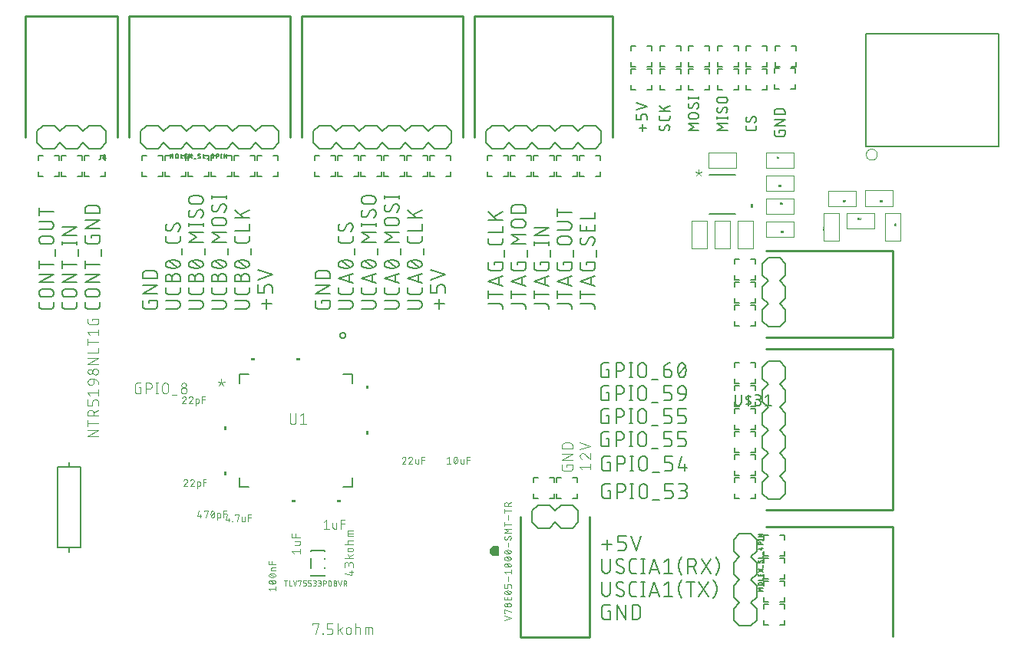
<source format=gbr>
G04 EAGLE Gerber RS-274X export*
G75*
%MOIN*%
%FSLAX24Y24*%
%LPD*%
%INSilkscreen Top*%
%IPPOS*%
%AMOC8*
5,1,8,0,0,1.08239X$1,22.5*%
G01*
%ADD10C,0.004000*%
%ADD11C,0.006000*%
%ADD12C,0.010000*%
%ADD13C,0.003000*%
%ADD14C,0.005000*%
%ADD15C,0.002000*%
%ADD16C,0.001000*%
%ADD17C,0.008000*%

G36*
X20884Y3754D02*
X20884Y3754D01*
X20887Y3754D01*
X20888Y3754D01*
X20890Y3755D01*
X20892Y3756D01*
X20895Y3757D01*
X20896Y3758D01*
X20897Y3759D01*
X20899Y3761D01*
X20901Y3763D01*
X20902Y3765D01*
X20903Y3766D01*
X20903Y3769D01*
X20905Y3771D01*
X20905Y3773D01*
X20905Y3774D01*
X20905Y3775D01*
X20905Y3777D01*
X20905Y4131D01*
X20906Y4132D01*
X20909Y4140D01*
X20909Y4149D01*
X20905Y4157D01*
X20899Y4163D01*
X20891Y4167D01*
X20885Y4168D01*
X20637Y4168D01*
X20635Y4167D01*
X20633Y4167D01*
X20631Y4167D01*
X20628Y4166D01*
X20627Y4165D01*
X20625Y4164D01*
X20622Y4162D01*
X20621Y4162D01*
X20621Y4161D01*
X20620Y4161D01*
X20506Y4047D01*
X20505Y4045D01*
X20503Y4043D01*
X20502Y4041D01*
X20501Y4039D01*
X20500Y4037D01*
X20499Y4035D01*
X20499Y4032D01*
X20499Y4031D01*
X20499Y4030D01*
X20499Y4029D01*
X20499Y3896D01*
X20499Y3893D01*
X20499Y3891D01*
X20500Y3889D01*
X20500Y3887D01*
X20501Y3885D01*
X20502Y3883D01*
X20504Y3881D01*
X20505Y3879D01*
X20506Y3878D01*
X20624Y3760D01*
X20625Y3759D01*
X20627Y3758D01*
X20629Y3757D01*
X20631Y3755D01*
X20633Y3755D01*
X20635Y3754D01*
X20638Y3754D01*
X20639Y3753D01*
X20640Y3753D01*
X20641Y3753D01*
X20881Y3753D01*
X20884Y3754D01*
G37*
G36*
X31935Y18888D02*
X31935Y18888D01*
X31936Y18888D01*
X31937Y18889D01*
X31938Y18890D01*
X31939Y18890D01*
X31939Y18893D01*
X31939Y19043D01*
X31938Y19044D01*
X31938Y19046D01*
X31937Y19046D01*
X31935Y19047D01*
X31835Y19047D01*
X31834Y19047D01*
X31833Y19046D01*
X31832Y19045D01*
X31831Y19045D01*
X31831Y19043D01*
X31831Y18893D01*
X31831Y18892D01*
X31832Y18891D01*
X31832Y18889D01*
X31833Y18889D01*
X31835Y18888D01*
X31935Y18888D01*
X31935Y18888D01*
G37*
G36*
X10305Y12241D02*
X10305Y12241D01*
X10306Y12241D01*
X10307Y12242D01*
X10308Y12242D01*
X10308Y12243D01*
X10309Y12243D01*
X10309Y12245D01*
X10309Y12345D01*
X10309Y12346D01*
X10308Y12347D01*
X10308Y12348D01*
X10307Y12348D01*
X10307Y12349D01*
X10305Y12349D01*
X10155Y12349D01*
X10154Y12349D01*
X10153Y12348D01*
X10152Y12348D01*
X10152Y12347D01*
X10151Y12347D01*
X10151Y12345D01*
X10151Y12245D01*
X10151Y12244D01*
X10152Y12243D01*
X10152Y12242D01*
X10153Y12242D01*
X10153Y12241D01*
X10155Y12241D01*
X10305Y12241D01*
X10305Y12241D01*
G37*
G36*
X12274Y12241D02*
X12274Y12241D01*
X12275Y12242D01*
X12277Y12242D01*
X12277Y12243D01*
X12278Y12245D01*
X12278Y12345D01*
X12278Y12346D01*
X12277Y12347D01*
X12276Y12348D01*
X12276Y12349D01*
X12273Y12349D01*
X12123Y12349D01*
X12122Y12348D01*
X12120Y12348D01*
X12120Y12347D01*
X12119Y12345D01*
X12119Y12245D01*
X12119Y12244D01*
X12120Y12243D01*
X12121Y12242D01*
X12121Y12241D01*
X12123Y12241D01*
X12273Y12241D01*
X12274Y12241D01*
G37*
G36*
X15235Y11001D02*
X15235Y11001D01*
X15236Y11001D01*
X15237Y11002D01*
X15238Y11002D01*
X15238Y11003D01*
X15239Y11003D01*
X15239Y11005D01*
X15239Y11155D01*
X15239Y11156D01*
X15238Y11157D01*
X15238Y11158D01*
X15237Y11158D01*
X15237Y11159D01*
X15235Y11159D01*
X15135Y11159D01*
X15134Y11159D01*
X15133Y11158D01*
X15132Y11158D01*
X15132Y11157D01*
X15131Y11157D01*
X15131Y11155D01*
X15131Y11005D01*
X15131Y11004D01*
X15132Y11003D01*
X15132Y11002D01*
X15133Y11002D01*
X15133Y11001D01*
X15135Y11001D01*
X15235Y11001D01*
X15235Y11001D01*
G37*
G36*
X9065Y9229D02*
X9065Y9229D01*
X9066Y9229D01*
X9067Y9230D01*
X9068Y9231D01*
X9069Y9231D01*
X9069Y9233D01*
X9069Y9383D01*
X9069Y9384D01*
X9068Y9385D01*
X9068Y9387D01*
X9067Y9387D01*
X9065Y9388D01*
X8965Y9388D01*
X8964Y9388D01*
X8963Y9387D01*
X8962Y9386D01*
X8961Y9386D01*
X8961Y9383D01*
X8961Y9233D01*
X8962Y9232D01*
X8962Y9230D01*
X8963Y9230D01*
X8965Y9229D01*
X9065Y9229D01*
X9065Y9229D01*
G37*
G36*
X15235Y9032D02*
X15235Y9032D01*
X15236Y9032D01*
X15237Y9033D01*
X15238Y9034D01*
X15239Y9034D01*
X15239Y9037D01*
X15239Y9187D01*
X15238Y9188D01*
X15238Y9190D01*
X15237Y9190D01*
X15235Y9191D01*
X15135Y9191D01*
X15134Y9191D01*
X15133Y9190D01*
X15132Y9189D01*
X15131Y9189D01*
X15131Y9187D01*
X15131Y9037D01*
X15131Y9036D01*
X15132Y9035D01*
X15132Y9033D01*
X15133Y9033D01*
X15135Y9032D01*
X15235Y9032D01*
X15235Y9032D01*
G37*
G36*
X9065Y7261D02*
X9065Y7261D01*
X9066Y7261D01*
X9067Y7262D01*
X9068Y7262D01*
X9068Y7263D01*
X9069Y7263D01*
X9069Y7265D01*
X9069Y7415D01*
X9069Y7416D01*
X9068Y7417D01*
X9068Y7418D01*
X9067Y7418D01*
X9067Y7419D01*
X9065Y7419D01*
X8965Y7419D01*
X8964Y7419D01*
X8963Y7418D01*
X8962Y7418D01*
X8962Y7417D01*
X8961Y7417D01*
X8961Y7415D01*
X8961Y7265D01*
X8961Y7264D01*
X8962Y7263D01*
X8962Y7262D01*
X8963Y7262D01*
X8963Y7261D01*
X8965Y7261D01*
X9065Y7261D01*
X9065Y7261D01*
G37*
G36*
X14045Y6071D02*
X14045Y6071D01*
X14046Y6071D01*
X14047Y6072D01*
X14048Y6072D01*
X14048Y6073D01*
X14049Y6073D01*
X14049Y6075D01*
X14049Y6175D01*
X14049Y6176D01*
X14048Y6177D01*
X14048Y6178D01*
X14047Y6178D01*
X14047Y6179D01*
X14045Y6179D01*
X13895Y6179D01*
X13894Y6179D01*
X13893Y6178D01*
X13892Y6178D01*
X13892Y6177D01*
X13891Y6177D01*
X13891Y6175D01*
X13891Y6075D01*
X13891Y6074D01*
X13892Y6073D01*
X13892Y6072D01*
X13893Y6072D01*
X13893Y6071D01*
X13895Y6071D01*
X14045Y6071D01*
X14045Y6071D01*
G37*
G36*
X12077Y6071D02*
X12077Y6071D01*
X12078Y6072D01*
X12080Y6072D01*
X12080Y6073D01*
X12081Y6075D01*
X12081Y6175D01*
X12081Y6176D01*
X12080Y6177D01*
X12079Y6178D01*
X12079Y6179D01*
X12077Y6179D01*
X11927Y6179D01*
X11926Y6179D01*
X11925Y6178D01*
X11923Y6178D01*
X11923Y6177D01*
X11922Y6175D01*
X11922Y6075D01*
X11922Y6074D01*
X11923Y6073D01*
X11924Y6072D01*
X11924Y6071D01*
X11927Y6071D01*
X12077Y6071D01*
X12077Y6071D01*
G37*
D10*
X23844Y7629D02*
X23844Y7706D01*
X24100Y7706D01*
X24100Y7552D01*
X24098Y7534D01*
X24094Y7517D01*
X24086Y7501D01*
X24076Y7486D01*
X24064Y7474D01*
X24049Y7464D01*
X24033Y7456D01*
X24016Y7452D01*
X23998Y7450D01*
X23742Y7450D01*
X23722Y7452D01*
X23703Y7458D01*
X23685Y7467D01*
X23670Y7480D01*
X23657Y7495D01*
X23648Y7513D01*
X23642Y7532D01*
X23640Y7552D01*
X23640Y7706D01*
X23640Y7930D02*
X24100Y7930D01*
X24100Y8186D02*
X23640Y7930D01*
X23640Y8186D02*
X24100Y8186D01*
X24100Y8410D02*
X23640Y8410D01*
X23640Y8538D01*
X23642Y8558D01*
X23646Y8578D01*
X23654Y8596D01*
X23664Y8613D01*
X23677Y8629D01*
X23693Y8642D01*
X23710Y8652D01*
X23728Y8660D01*
X23748Y8664D01*
X23768Y8666D01*
X23972Y8666D01*
X23992Y8664D01*
X24012Y8660D01*
X24030Y8652D01*
X24047Y8642D01*
X24063Y8629D01*
X24076Y8613D01*
X24086Y8596D01*
X24094Y8578D01*
X24098Y8558D01*
X24100Y8538D01*
X24100Y8410D01*
X24420Y7628D02*
X24522Y7500D01*
X24420Y7628D02*
X24880Y7628D01*
X24880Y7500D02*
X24880Y7756D01*
X24535Y8206D02*
X24515Y8204D01*
X24496Y8199D01*
X24478Y8191D01*
X24461Y8179D01*
X24447Y8165D01*
X24435Y8149D01*
X24427Y8130D01*
X24422Y8111D01*
X24420Y8091D01*
X24422Y8068D01*
X24427Y8045D01*
X24436Y8024D01*
X24448Y8004D01*
X24463Y7986D01*
X24481Y7971D01*
X24501Y7959D01*
X24522Y7950D01*
X24625Y8168D02*
X24610Y8181D01*
X24593Y8192D01*
X24574Y8200D01*
X24555Y8204D01*
X24535Y8206D01*
X24624Y8167D02*
X24880Y7950D01*
X24880Y8206D01*
X24880Y8528D02*
X24420Y8374D01*
X24420Y8681D02*
X24880Y8528D01*
D11*
X25579Y8856D02*
X25686Y8856D01*
X25686Y8500D01*
X25472Y8500D01*
X25450Y8502D01*
X25428Y8507D01*
X25408Y8515D01*
X25389Y8527D01*
X25372Y8542D01*
X25357Y8559D01*
X25345Y8578D01*
X25337Y8598D01*
X25332Y8620D01*
X25330Y8642D01*
X25330Y8998D01*
X25332Y9020D01*
X25337Y9042D01*
X25345Y9062D01*
X25357Y9081D01*
X25372Y9098D01*
X25389Y9113D01*
X25408Y9125D01*
X25428Y9133D01*
X25450Y9138D01*
X25472Y9140D01*
X25686Y9140D01*
X25995Y9140D02*
X25995Y8500D01*
X25995Y9140D02*
X26173Y9140D01*
X26198Y9138D01*
X26223Y9133D01*
X26247Y9124D01*
X26269Y9112D01*
X26290Y9097D01*
X26308Y9079D01*
X26323Y9058D01*
X26335Y9036D01*
X26344Y9012D01*
X26349Y8987D01*
X26351Y8962D01*
X26349Y8937D01*
X26344Y8912D01*
X26335Y8888D01*
X26323Y8866D01*
X26308Y8845D01*
X26290Y8827D01*
X26269Y8812D01*
X26247Y8800D01*
X26223Y8791D01*
X26198Y8786D01*
X26173Y8784D01*
X25995Y8784D01*
X26636Y8500D02*
X26636Y9140D01*
X26565Y8500D02*
X26707Y8500D01*
X26707Y9140D02*
X26565Y9140D01*
X26951Y8962D02*
X26951Y8678D01*
X26950Y8962D02*
X26952Y8987D01*
X26957Y9012D01*
X26966Y9036D01*
X26978Y9058D01*
X26993Y9079D01*
X27011Y9097D01*
X27032Y9112D01*
X27054Y9124D01*
X27078Y9133D01*
X27103Y9138D01*
X27128Y9140D01*
X27153Y9138D01*
X27178Y9133D01*
X27202Y9124D01*
X27224Y9112D01*
X27245Y9097D01*
X27263Y9079D01*
X27278Y9058D01*
X27290Y9036D01*
X27299Y9012D01*
X27304Y8987D01*
X27306Y8962D01*
X27306Y8678D01*
X27304Y8653D01*
X27299Y8628D01*
X27290Y8604D01*
X27278Y8582D01*
X27263Y8561D01*
X27245Y8543D01*
X27224Y8528D01*
X27202Y8516D01*
X27178Y8507D01*
X27153Y8502D01*
X27128Y8500D01*
X27103Y8502D01*
X27078Y8507D01*
X27054Y8516D01*
X27032Y8528D01*
X27011Y8543D01*
X26993Y8561D01*
X26978Y8582D01*
X26966Y8604D01*
X26957Y8628D01*
X26952Y8653D01*
X26950Y8678D01*
X27540Y8429D02*
X27824Y8429D01*
X28058Y8500D02*
X28272Y8500D01*
X28294Y8502D01*
X28316Y8507D01*
X28336Y8515D01*
X28355Y8527D01*
X28372Y8542D01*
X28387Y8559D01*
X28399Y8578D01*
X28407Y8598D01*
X28412Y8620D01*
X28414Y8642D01*
X28414Y8713D01*
X28412Y8735D01*
X28407Y8757D01*
X28399Y8777D01*
X28387Y8796D01*
X28372Y8813D01*
X28355Y8828D01*
X28336Y8840D01*
X28316Y8848D01*
X28294Y8853D01*
X28272Y8855D01*
X28272Y8856D02*
X28058Y8856D01*
X28058Y9140D01*
X28414Y9140D01*
X28674Y8500D02*
X28887Y8500D01*
X28909Y8502D01*
X28931Y8507D01*
X28951Y8515D01*
X28970Y8527D01*
X28987Y8542D01*
X29002Y8559D01*
X29014Y8578D01*
X29022Y8598D01*
X29027Y8620D01*
X29029Y8642D01*
X29029Y8713D01*
X29027Y8735D01*
X29022Y8757D01*
X29014Y8777D01*
X29002Y8796D01*
X28987Y8813D01*
X28970Y8828D01*
X28951Y8840D01*
X28931Y8848D01*
X28909Y8853D01*
X28887Y8855D01*
X28887Y8856D02*
X28674Y8856D01*
X28674Y9140D01*
X29029Y9140D01*
X25380Y3630D02*
X25380Y3168D01*
X25382Y3143D01*
X25387Y3118D01*
X25396Y3094D01*
X25408Y3072D01*
X25423Y3051D01*
X25441Y3033D01*
X25462Y3018D01*
X25484Y3006D01*
X25508Y2997D01*
X25533Y2992D01*
X25558Y2990D01*
X25583Y2992D01*
X25608Y2997D01*
X25632Y3006D01*
X25654Y3018D01*
X25675Y3033D01*
X25693Y3051D01*
X25708Y3072D01*
X25720Y3094D01*
X25729Y3118D01*
X25734Y3143D01*
X25736Y3168D01*
X25736Y3630D01*
X26351Y3132D02*
X26349Y3110D01*
X26344Y3088D01*
X26336Y3068D01*
X26324Y3049D01*
X26309Y3032D01*
X26292Y3017D01*
X26273Y3005D01*
X26253Y2997D01*
X26231Y2992D01*
X26209Y2990D01*
X26175Y2992D01*
X26142Y2998D01*
X26109Y3007D01*
X26078Y3020D01*
X26049Y3036D01*
X26021Y3056D01*
X25996Y3079D01*
X26013Y3488D02*
X26015Y3510D01*
X26020Y3532D01*
X26028Y3552D01*
X26040Y3571D01*
X26055Y3588D01*
X26072Y3603D01*
X26091Y3615D01*
X26111Y3623D01*
X26133Y3628D01*
X26155Y3630D01*
X26184Y3628D01*
X26212Y3624D01*
X26239Y3616D01*
X26266Y3606D01*
X26291Y3593D01*
X26315Y3577D01*
X26014Y3488D02*
X26016Y3467D01*
X26020Y3446D01*
X26028Y3426D01*
X26039Y3407D01*
X26052Y3391D01*
X26067Y3376D01*
X26085Y3364D01*
X26280Y3256D02*
X26298Y3244D01*
X26313Y3229D01*
X26326Y3213D01*
X26337Y3194D01*
X26345Y3174D01*
X26349Y3153D01*
X26351Y3132D01*
X26280Y3257D02*
X26084Y3363D01*
X26731Y2990D02*
X26873Y2990D01*
X26731Y2990D02*
X26709Y2992D01*
X26687Y2997D01*
X26667Y3005D01*
X26648Y3017D01*
X26631Y3032D01*
X26616Y3049D01*
X26604Y3068D01*
X26596Y3088D01*
X26591Y3110D01*
X26589Y3132D01*
X26589Y3488D01*
X26591Y3510D01*
X26596Y3532D01*
X26604Y3552D01*
X26616Y3571D01*
X26631Y3588D01*
X26648Y3603D01*
X26667Y3615D01*
X26687Y3623D01*
X26709Y3628D01*
X26731Y3630D01*
X26873Y3630D01*
X27158Y3630D02*
X27158Y2990D01*
X27087Y2990D02*
X27229Y2990D01*
X27229Y3630D02*
X27087Y3630D01*
X27650Y3630D02*
X27437Y2990D01*
X27863Y2990D02*
X27650Y3630D01*
X27810Y3150D02*
X27490Y3150D01*
X28088Y3488D02*
X28266Y3630D01*
X28266Y2990D01*
X28443Y2990D02*
X28088Y2990D01*
X28709Y3310D02*
X28711Y3357D01*
X28716Y3404D01*
X28725Y3450D01*
X28738Y3496D01*
X28754Y3540D01*
X28774Y3583D01*
X28796Y3624D01*
X28822Y3664D01*
X28851Y3701D01*
X28709Y3310D02*
X28711Y3263D01*
X28716Y3216D01*
X28725Y3170D01*
X28738Y3124D01*
X28754Y3080D01*
X28774Y3037D01*
X28796Y2996D01*
X28822Y2956D01*
X28851Y2919D01*
X29117Y2990D02*
X29117Y3630D01*
X29295Y3630D01*
X29320Y3628D01*
X29345Y3623D01*
X29369Y3614D01*
X29391Y3602D01*
X29412Y3587D01*
X29430Y3569D01*
X29445Y3548D01*
X29457Y3526D01*
X29466Y3502D01*
X29471Y3477D01*
X29473Y3452D01*
X29471Y3427D01*
X29466Y3402D01*
X29457Y3378D01*
X29445Y3356D01*
X29430Y3335D01*
X29412Y3317D01*
X29391Y3302D01*
X29369Y3290D01*
X29345Y3281D01*
X29320Y3276D01*
X29295Y3274D01*
X29117Y3274D01*
X29330Y3274D02*
X29473Y2990D01*
X29693Y2990D02*
X30120Y3630D01*
X29693Y3630D02*
X30120Y2990D01*
X30327Y2919D02*
X30356Y2956D01*
X30382Y2996D01*
X30404Y3037D01*
X30424Y3080D01*
X30440Y3124D01*
X30453Y3170D01*
X30462Y3216D01*
X30467Y3263D01*
X30469Y3310D01*
X30467Y3357D01*
X30462Y3404D01*
X30453Y3450D01*
X30440Y3496D01*
X30424Y3540D01*
X30404Y3583D01*
X30382Y3624D01*
X30356Y3664D01*
X30327Y3701D01*
X25380Y2630D02*
X25380Y2168D01*
X25382Y2143D01*
X25387Y2118D01*
X25396Y2094D01*
X25408Y2072D01*
X25423Y2051D01*
X25441Y2033D01*
X25462Y2018D01*
X25484Y2006D01*
X25508Y1997D01*
X25533Y1992D01*
X25558Y1990D01*
X25583Y1992D01*
X25608Y1997D01*
X25632Y2006D01*
X25654Y2018D01*
X25675Y2033D01*
X25693Y2051D01*
X25708Y2072D01*
X25720Y2094D01*
X25729Y2118D01*
X25734Y2143D01*
X25736Y2168D01*
X25736Y2630D01*
X26351Y2132D02*
X26349Y2110D01*
X26344Y2088D01*
X26336Y2068D01*
X26324Y2049D01*
X26309Y2032D01*
X26292Y2017D01*
X26273Y2005D01*
X26253Y1997D01*
X26231Y1992D01*
X26209Y1990D01*
X26175Y1992D01*
X26142Y1998D01*
X26109Y2007D01*
X26078Y2020D01*
X26049Y2036D01*
X26021Y2056D01*
X25996Y2079D01*
X26013Y2488D02*
X26015Y2510D01*
X26020Y2532D01*
X26028Y2552D01*
X26040Y2571D01*
X26055Y2588D01*
X26072Y2603D01*
X26091Y2615D01*
X26111Y2623D01*
X26133Y2628D01*
X26155Y2630D01*
X26184Y2628D01*
X26212Y2624D01*
X26239Y2616D01*
X26266Y2606D01*
X26291Y2593D01*
X26315Y2577D01*
X26014Y2488D02*
X26016Y2467D01*
X26020Y2446D01*
X26028Y2426D01*
X26039Y2407D01*
X26052Y2391D01*
X26067Y2376D01*
X26085Y2364D01*
X26280Y2256D02*
X26298Y2244D01*
X26313Y2229D01*
X26326Y2213D01*
X26337Y2194D01*
X26345Y2174D01*
X26349Y2153D01*
X26351Y2132D01*
X26280Y2257D02*
X26084Y2363D01*
X26731Y1990D02*
X26873Y1990D01*
X26731Y1990D02*
X26709Y1992D01*
X26687Y1997D01*
X26667Y2005D01*
X26648Y2017D01*
X26631Y2032D01*
X26616Y2049D01*
X26604Y2068D01*
X26596Y2088D01*
X26591Y2110D01*
X26589Y2132D01*
X26589Y2488D01*
X26591Y2510D01*
X26596Y2532D01*
X26604Y2552D01*
X26616Y2571D01*
X26631Y2588D01*
X26648Y2603D01*
X26667Y2615D01*
X26687Y2623D01*
X26709Y2628D01*
X26731Y2630D01*
X26873Y2630D01*
X27158Y2630D02*
X27158Y1990D01*
X27087Y1990D02*
X27229Y1990D01*
X27229Y2630D02*
X27087Y2630D01*
X27650Y2630D02*
X27437Y1990D01*
X27863Y1990D02*
X27650Y2630D01*
X27810Y2150D02*
X27490Y2150D01*
X28088Y2488D02*
X28266Y2630D01*
X28266Y1990D01*
X28443Y1990D02*
X28088Y1990D01*
X28709Y2310D02*
X28711Y2357D01*
X28716Y2404D01*
X28725Y2450D01*
X28738Y2496D01*
X28754Y2540D01*
X28774Y2583D01*
X28796Y2624D01*
X28822Y2664D01*
X28851Y2701D01*
X28709Y2310D02*
X28711Y2263D01*
X28716Y2216D01*
X28725Y2170D01*
X28738Y2124D01*
X28754Y2080D01*
X28774Y2037D01*
X28796Y1996D01*
X28822Y1956D01*
X28851Y1919D01*
X29230Y1990D02*
X29230Y2630D01*
X29407Y2630D02*
X29052Y2630D01*
X29591Y1990D02*
X30017Y2630D01*
X29591Y2630D02*
X30017Y1990D01*
X30224Y1919D02*
X30253Y1956D01*
X30279Y1996D01*
X30301Y2037D01*
X30321Y2080D01*
X30337Y2124D01*
X30350Y2170D01*
X30359Y2216D01*
X30364Y2263D01*
X30366Y2310D01*
X30364Y2357D01*
X30359Y2404D01*
X30350Y2450D01*
X30337Y2496D01*
X30321Y2540D01*
X30301Y2583D01*
X30279Y2624D01*
X30253Y2664D01*
X30224Y2701D01*
X25726Y7806D02*
X25619Y7806D01*
X25726Y7806D02*
X25726Y7450D01*
X25512Y7450D01*
X25490Y7452D01*
X25468Y7457D01*
X25448Y7465D01*
X25429Y7477D01*
X25412Y7492D01*
X25397Y7509D01*
X25385Y7528D01*
X25377Y7548D01*
X25372Y7570D01*
X25370Y7592D01*
X25370Y7948D01*
X25372Y7970D01*
X25377Y7992D01*
X25385Y8012D01*
X25397Y8031D01*
X25412Y8048D01*
X25429Y8063D01*
X25448Y8075D01*
X25468Y8083D01*
X25490Y8088D01*
X25512Y8090D01*
X25726Y8090D01*
X26035Y8090D02*
X26035Y7450D01*
X26035Y8090D02*
X26213Y8090D01*
X26238Y8088D01*
X26263Y8083D01*
X26287Y8074D01*
X26309Y8062D01*
X26330Y8047D01*
X26348Y8029D01*
X26363Y8008D01*
X26375Y7986D01*
X26384Y7962D01*
X26389Y7937D01*
X26391Y7912D01*
X26389Y7887D01*
X26384Y7862D01*
X26375Y7838D01*
X26363Y7816D01*
X26348Y7795D01*
X26330Y7777D01*
X26309Y7762D01*
X26287Y7750D01*
X26263Y7741D01*
X26238Y7736D01*
X26213Y7734D01*
X26035Y7734D01*
X26676Y7450D02*
X26676Y8090D01*
X26605Y7450D02*
X26747Y7450D01*
X26747Y8090D02*
X26605Y8090D01*
X26991Y7912D02*
X26991Y7628D01*
X26990Y7912D02*
X26992Y7937D01*
X26997Y7962D01*
X27006Y7986D01*
X27018Y8008D01*
X27033Y8029D01*
X27051Y8047D01*
X27072Y8062D01*
X27094Y8074D01*
X27118Y8083D01*
X27143Y8088D01*
X27168Y8090D01*
X27193Y8088D01*
X27218Y8083D01*
X27242Y8074D01*
X27264Y8062D01*
X27285Y8047D01*
X27303Y8029D01*
X27318Y8008D01*
X27330Y7986D01*
X27339Y7962D01*
X27344Y7937D01*
X27346Y7912D01*
X27346Y7628D01*
X27344Y7603D01*
X27339Y7578D01*
X27330Y7554D01*
X27318Y7532D01*
X27303Y7511D01*
X27285Y7493D01*
X27264Y7478D01*
X27242Y7466D01*
X27218Y7457D01*
X27193Y7452D01*
X27168Y7450D01*
X27143Y7452D01*
X27118Y7457D01*
X27094Y7466D01*
X27072Y7478D01*
X27051Y7493D01*
X27033Y7511D01*
X27018Y7532D01*
X27006Y7554D01*
X26997Y7578D01*
X26992Y7603D01*
X26990Y7628D01*
X27580Y7379D02*
X27864Y7379D01*
X28098Y7450D02*
X28312Y7450D01*
X28334Y7452D01*
X28356Y7457D01*
X28376Y7465D01*
X28395Y7477D01*
X28412Y7492D01*
X28427Y7509D01*
X28439Y7528D01*
X28447Y7548D01*
X28452Y7570D01*
X28454Y7592D01*
X28454Y7663D01*
X28452Y7685D01*
X28447Y7707D01*
X28439Y7727D01*
X28427Y7746D01*
X28412Y7763D01*
X28395Y7778D01*
X28376Y7790D01*
X28356Y7798D01*
X28334Y7803D01*
X28312Y7805D01*
X28312Y7806D02*
X28098Y7806D01*
X28098Y8090D01*
X28454Y8090D01*
X28856Y8090D02*
X28714Y7592D01*
X29069Y7592D01*
X28963Y7734D02*
X28963Y7450D01*
X25736Y6596D02*
X25629Y6596D01*
X25736Y6596D02*
X25736Y6240D01*
X25522Y6240D01*
X25500Y6242D01*
X25478Y6247D01*
X25458Y6255D01*
X25439Y6267D01*
X25422Y6282D01*
X25407Y6299D01*
X25395Y6318D01*
X25387Y6338D01*
X25382Y6360D01*
X25380Y6382D01*
X25380Y6738D01*
X25382Y6760D01*
X25387Y6782D01*
X25395Y6802D01*
X25407Y6821D01*
X25422Y6838D01*
X25439Y6853D01*
X25458Y6865D01*
X25478Y6873D01*
X25500Y6878D01*
X25522Y6880D01*
X25736Y6880D01*
X26045Y6880D02*
X26045Y6240D01*
X26045Y6880D02*
X26223Y6880D01*
X26248Y6878D01*
X26273Y6873D01*
X26297Y6864D01*
X26319Y6852D01*
X26340Y6837D01*
X26358Y6819D01*
X26373Y6798D01*
X26385Y6776D01*
X26394Y6752D01*
X26399Y6727D01*
X26401Y6702D01*
X26399Y6677D01*
X26394Y6652D01*
X26385Y6628D01*
X26373Y6606D01*
X26358Y6585D01*
X26340Y6567D01*
X26319Y6552D01*
X26297Y6540D01*
X26273Y6531D01*
X26248Y6526D01*
X26223Y6524D01*
X26045Y6524D01*
X26686Y6240D02*
X26686Y6880D01*
X26615Y6240D02*
X26757Y6240D01*
X26757Y6880D02*
X26615Y6880D01*
X27001Y6702D02*
X27001Y6418D01*
X27000Y6702D02*
X27002Y6727D01*
X27007Y6752D01*
X27016Y6776D01*
X27028Y6798D01*
X27043Y6819D01*
X27061Y6837D01*
X27082Y6852D01*
X27104Y6864D01*
X27128Y6873D01*
X27153Y6878D01*
X27178Y6880D01*
X27203Y6878D01*
X27228Y6873D01*
X27252Y6864D01*
X27274Y6852D01*
X27295Y6837D01*
X27313Y6819D01*
X27328Y6798D01*
X27340Y6776D01*
X27349Y6752D01*
X27354Y6727D01*
X27356Y6702D01*
X27356Y6418D01*
X27354Y6393D01*
X27349Y6368D01*
X27340Y6344D01*
X27328Y6322D01*
X27313Y6301D01*
X27295Y6283D01*
X27274Y6268D01*
X27252Y6256D01*
X27228Y6247D01*
X27203Y6242D01*
X27178Y6240D01*
X27153Y6242D01*
X27128Y6247D01*
X27104Y6256D01*
X27082Y6268D01*
X27061Y6283D01*
X27043Y6301D01*
X27028Y6322D01*
X27016Y6344D01*
X27007Y6368D01*
X27002Y6393D01*
X27000Y6418D01*
X27590Y6169D02*
X27874Y6169D01*
X28108Y6240D02*
X28322Y6240D01*
X28344Y6242D01*
X28366Y6247D01*
X28386Y6255D01*
X28405Y6267D01*
X28422Y6282D01*
X28437Y6299D01*
X28449Y6318D01*
X28457Y6338D01*
X28462Y6360D01*
X28464Y6382D01*
X28464Y6453D01*
X28462Y6475D01*
X28457Y6497D01*
X28449Y6517D01*
X28437Y6536D01*
X28422Y6553D01*
X28405Y6568D01*
X28386Y6580D01*
X28366Y6588D01*
X28344Y6593D01*
X28322Y6595D01*
X28322Y6596D02*
X28108Y6596D01*
X28108Y6880D01*
X28464Y6880D01*
X28724Y6240D02*
X28901Y6240D01*
X28926Y6242D01*
X28951Y6247D01*
X28975Y6256D01*
X28997Y6268D01*
X29018Y6283D01*
X29036Y6301D01*
X29051Y6322D01*
X29063Y6344D01*
X29072Y6368D01*
X29077Y6393D01*
X29079Y6418D01*
X29077Y6443D01*
X29072Y6468D01*
X29063Y6492D01*
X29051Y6514D01*
X29036Y6535D01*
X29018Y6553D01*
X28997Y6568D01*
X28975Y6580D01*
X28951Y6589D01*
X28926Y6594D01*
X28901Y6596D01*
X28937Y6880D02*
X28724Y6880D01*
X28937Y6880D02*
X28959Y6878D01*
X28981Y6873D01*
X29001Y6865D01*
X29020Y6853D01*
X29037Y6838D01*
X29052Y6821D01*
X29064Y6802D01*
X29072Y6782D01*
X29077Y6760D01*
X29079Y6738D01*
X29077Y6716D01*
X29072Y6694D01*
X29064Y6674D01*
X29052Y6655D01*
X29037Y6638D01*
X29020Y6623D01*
X29001Y6611D01*
X28981Y6603D01*
X28959Y6598D01*
X28937Y6596D01*
X28795Y6596D01*
D10*
X5356Y11066D02*
X5279Y11066D01*
X5356Y11066D02*
X5356Y10810D01*
X5202Y10810D01*
X5184Y10812D01*
X5167Y10816D01*
X5151Y10824D01*
X5136Y10834D01*
X5124Y10846D01*
X5114Y10861D01*
X5106Y10877D01*
X5102Y10894D01*
X5100Y10912D01*
X5100Y11168D01*
X5102Y11188D01*
X5108Y11207D01*
X5117Y11225D01*
X5130Y11240D01*
X5145Y11253D01*
X5163Y11262D01*
X5182Y11268D01*
X5202Y11270D01*
X5356Y11270D01*
X5587Y11270D02*
X5587Y10810D01*
X5587Y11270D02*
X5714Y11270D01*
X5735Y11268D01*
X5756Y11263D01*
X5775Y11255D01*
X5793Y11243D01*
X5808Y11229D01*
X5821Y11212D01*
X5831Y11193D01*
X5838Y11173D01*
X5842Y11153D01*
X5842Y11131D01*
X5838Y11111D01*
X5831Y11091D01*
X5821Y11072D01*
X5808Y11055D01*
X5793Y11041D01*
X5775Y11029D01*
X5756Y11021D01*
X5735Y11016D01*
X5714Y11014D01*
X5587Y11014D01*
X6053Y10810D02*
X6053Y11270D01*
X6002Y10810D02*
X6104Y10810D01*
X6104Y11270D02*
X6002Y11270D01*
X6285Y11142D02*
X6285Y10938D01*
X6285Y11142D02*
X6287Y11163D01*
X6292Y11184D01*
X6300Y11203D01*
X6312Y11221D01*
X6326Y11236D01*
X6343Y11249D01*
X6362Y11259D01*
X6382Y11266D01*
X6402Y11270D01*
X6424Y11270D01*
X6444Y11266D01*
X6464Y11259D01*
X6483Y11249D01*
X6500Y11236D01*
X6514Y11221D01*
X6526Y11203D01*
X6534Y11184D01*
X6539Y11163D01*
X6541Y11142D01*
X6541Y10938D01*
X6539Y10917D01*
X6534Y10896D01*
X6526Y10877D01*
X6514Y10859D01*
X6500Y10844D01*
X6483Y10831D01*
X6464Y10821D01*
X6444Y10814D01*
X6424Y10810D01*
X6402Y10810D01*
X6382Y10814D01*
X6362Y10821D01*
X6343Y10831D01*
X6326Y10844D01*
X6312Y10859D01*
X6300Y10877D01*
X6292Y10896D01*
X6287Y10917D01*
X6285Y10938D01*
X6716Y10759D02*
X6920Y10759D01*
X7095Y10938D02*
X7097Y10959D01*
X7102Y10980D01*
X7110Y10999D01*
X7122Y11017D01*
X7136Y11032D01*
X7153Y11045D01*
X7172Y11055D01*
X7192Y11062D01*
X7212Y11066D01*
X7234Y11066D01*
X7254Y11062D01*
X7274Y11055D01*
X7293Y11045D01*
X7310Y11032D01*
X7324Y11017D01*
X7336Y10999D01*
X7344Y10980D01*
X7349Y10959D01*
X7351Y10938D01*
X7349Y10917D01*
X7344Y10896D01*
X7336Y10877D01*
X7324Y10859D01*
X7310Y10844D01*
X7293Y10831D01*
X7274Y10821D01*
X7254Y10814D01*
X7234Y10810D01*
X7212Y10810D01*
X7192Y10814D01*
X7172Y10821D01*
X7153Y10831D01*
X7136Y10844D01*
X7122Y10859D01*
X7110Y10877D01*
X7102Y10896D01*
X7097Y10917D01*
X7095Y10938D01*
X7121Y11168D02*
X7123Y11187D01*
X7128Y11205D01*
X7136Y11222D01*
X7148Y11237D01*
X7162Y11249D01*
X7178Y11259D01*
X7195Y11266D01*
X7214Y11270D01*
X7232Y11270D01*
X7251Y11266D01*
X7268Y11259D01*
X7284Y11249D01*
X7298Y11237D01*
X7310Y11222D01*
X7318Y11205D01*
X7323Y11187D01*
X7325Y11168D01*
X7323Y11149D01*
X7318Y11131D01*
X7310Y11114D01*
X7298Y11099D01*
X7284Y11087D01*
X7268Y11077D01*
X7251Y11070D01*
X7232Y11066D01*
X7214Y11066D01*
X7195Y11070D01*
X7178Y11077D01*
X7162Y11087D01*
X7148Y11099D01*
X7136Y11114D01*
X7128Y11131D01*
X7123Y11149D01*
X7121Y11168D01*
D12*
X4350Y21960D02*
X4350Y27210D01*
X350Y27210D01*
X350Y21960D01*
X21850Y5460D02*
X21850Y210D01*
X24850Y210D01*
X24850Y5460D01*
D11*
X5714Y14739D02*
X5714Y14846D01*
X6070Y14846D01*
X6070Y14632D01*
X6068Y14610D01*
X6063Y14588D01*
X6055Y14568D01*
X6043Y14549D01*
X6028Y14532D01*
X6011Y14517D01*
X5992Y14505D01*
X5972Y14497D01*
X5950Y14492D01*
X5928Y14490D01*
X5572Y14490D01*
X5550Y14492D01*
X5528Y14497D01*
X5508Y14505D01*
X5489Y14517D01*
X5472Y14532D01*
X5457Y14549D01*
X5445Y14568D01*
X5437Y14588D01*
X5432Y14610D01*
X5430Y14632D01*
X5430Y14846D01*
X5430Y15146D02*
X6070Y15146D01*
X6070Y15502D02*
X5430Y15146D01*
X5430Y15502D02*
X6070Y15502D01*
X6070Y15803D02*
X5430Y15803D01*
X5430Y15981D01*
X5432Y16006D01*
X5437Y16031D01*
X5446Y16055D01*
X5458Y16077D01*
X5473Y16098D01*
X5491Y16116D01*
X5512Y16131D01*
X5534Y16143D01*
X5558Y16152D01*
X5583Y16157D01*
X5608Y16159D01*
X5608Y16158D02*
X5892Y16158D01*
X5892Y16159D02*
X5917Y16157D01*
X5942Y16152D01*
X5966Y16143D01*
X5988Y16131D01*
X6009Y16116D01*
X6027Y16098D01*
X6042Y16077D01*
X6054Y16055D01*
X6063Y16031D01*
X6068Y16006D01*
X6070Y15981D01*
X6070Y15803D01*
X6430Y14490D02*
X6892Y14490D01*
X6917Y14492D01*
X6942Y14497D01*
X6966Y14506D01*
X6988Y14518D01*
X7009Y14533D01*
X7027Y14551D01*
X7042Y14572D01*
X7054Y14594D01*
X7063Y14618D01*
X7068Y14643D01*
X7070Y14668D01*
X7068Y14693D01*
X7063Y14718D01*
X7054Y14742D01*
X7042Y14764D01*
X7027Y14785D01*
X7009Y14803D01*
X6988Y14818D01*
X6966Y14830D01*
X6942Y14839D01*
X6917Y14844D01*
X6892Y14846D01*
X6430Y14846D01*
X7070Y15267D02*
X7070Y15409D01*
X7070Y15267D02*
X7068Y15245D01*
X7063Y15223D01*
X7055Y15203D01*
X7043Y15184D01*
X7028Y15167D01*
X7011Y15152D01*
X6992Y15140D01*
X6972Y15132D01*
X6950Y15127D01*
X6928Y15125D01*
X6928Y15124D02*
X6572Y15124D01*
X6572Y15125D02*
X6550Y15127D01*
X6528Y15132D01*
X6508Y15140D01*
X6489Y15152D01*
X6472Y15167D01*
X6457Y15184D01*
X6445Y15203D01*
X6437Y15223D01*
X6432Y15245D01*
X6430Y15267D01*
X6430Y15409D01*
X6714Y15668D02*
X6714Y15845D01*
X6716Y15870D01*
X6721Y15895D01*
X6730Y15919D01*
X6742Y15941D01*
X6757Y15962D01*
X6775Y15980D01*
X6796Y15995D01*
X6818Y16007D01*
X6842Y16016D01*
X6867Y16021D01*
X6892Y16023D01*
X6917Y16021D01*
X6942Y16016D01*
X6966Y16007D01*
X6988Y15995D01*
X7009Y15980D01*
X7027Y15962D01*
X7042Y15941D01*
X7054Y15919D01*
X7063Y15895D01*
X7068Y15870D01*
X7070Y15845D01*
X7070Y15668D01*
X6430Y15668D01*
X6430Y15845D01*
X6432Y15867D01*
X6437Y15889D01*
X6445Y15909D01*
X6457Y15928D01*
X6472Y15945D01*
X6489Y15960D01*
X6508Y15972D01*
X6528Y15980D01*
X6550Y15985D01*
X6572Y15987D01*
X6594Y15985D01*
X6616Y15980D01*
X6636Y15972D01*
X6655Y15960D01*
X6672Y15945D01*
X6687Y15928D01*
X6699Y15909D01*
X6707Y15889D01*
X6712Y15867D01*
X6714Y15845D01*
X6750Y16255D02*
X6710Y16257D01*
X6671Y16261D01*
X6632Y16268D01*
X6593Y16279D01*
X6556Y16292D01*
X6519Y16308D01*
X6519Y16307D02*
X6500Y16315D01*
X6483Y16326D01*
X6468Y16340D01*
X6455Y16355D01*
X6444Y16373D01*
X6436Y16392D01*
X6432Y16412D01*
X6430Y16432D01*
X6432Y16452D01*
X6436Y16472D01*
X6444Y16491D01*
X6455Y16509D01*
X6468Y16524D01*
X6483Y16538D01*
X6500Y16549D01*
X6519Y16557D01*
X6519Y16556D02*
X6556Y16572D01*
X6593Y16585D01*
X6632Y16596D01*
X6671Y16603D01*
X6710Y16607D01*
X6750Y16609D01*
X6750Y16255D02*
X6790Y16257D01*
X6829Y16261D01*
X6868Y16268D01*
X6907Y16279D01*
X6944Y16292D01*
X6981Y16308D01*
X6981Y16307D02*
X7000Y16315D01*
X7017Y16326D01*
X7032Y16340D01*
X7045Y16355D01*
X7056Y16373D01*
X7064Y16392D01*
X7068Y16412D01*
X7070Y16432D01*
X6981Y16556D02*
X6944Y16572D01*
X6907Y16585D01*
X6868Y16596D01*
X6829Y16603D01*
X6790Y16607D01*
X6750Y16609D01*
X6981Y16557D02*
X7000Y16549D01*
X7017Y16538D01*
X7032Y16524D01*
X7045Y16509D01*
X7056Y16491D01*
X7064Y16472D01*
X7068Y16452D01*
X7070Y16432D01*
X6928Y16290D02*
X6572Y16574D01*
X7141Y16844D02*
X7141Y17128D01*
X7070Y17503D02*
X7070Y17645D01*
X7070Y17503D02*
X7068Y17481D01*
X7063Y17459D01*
X7055Y17439D01*
X7043Y17420D01*
X7028Y17403D01*
X7011Y17388D01*
X6992Y17376D01*
X6972Y17368D01*
X6950Y17363D01*
X6928Y17361D01*
X6928Y17360D02*
X6572Y17360D01*
X6572Y17361D02*
X6550Y17363D01*
X6528Y17368D01*
X6508Y17376D01*
X6489Y17388D01*
X6472Y17403D01*
X6457Y17420D01*
X6445Y17439D01*
X6437Y17459D01*
X6432Y17481D01*
X6430Y17503D01*
X6430Y17645D01*
X6928Y18210D02*
X6950Y18208D01*
X6972Y18203D01*
X6992Y18195D01*
X7011Y18183D01*
X7028Y18168D01*
X7043Y18151D01*
X7055Y18132D01*
X7063Y18112D01*
X7068Y18090D01*
X7070Y18068D01*
X7068Y18034D01*
X7062Y18001D01*
X7053Y17968D01*
X7040Y17937D01*
X7024Y17908D01*
X7004Y17880D01*
X6981Y17855D01*
X6572Y17872D02*
X6550Y17874D01*
X6528Y17879D01*
X6508Y17887D01*
X6489Y17899D01*
X6472Y17914D01*
X6457Y17931D01*
X6445Y17950D01*
X6437Y17970D01*
X6432Y17992D01*
X6430Y18014D01*
X6432Y18043D01*
X6436Y18071D01*
X6444Y18098D01*
X6454Y18125D01*
X6467Y18150D01*
X6483Y18174D01*
X6572Y17872D02*
X6593Y17874D01*
X6614Y17878D01*
X6634Y17886D01*
X6653Y17897D01*
X6669Y17910D01*
X6684Y17925D01*
X6696Y17943D01*
X6804Y18138D02*
X6816Y18156D01*
X6831Y18171D01*
X6847Y18184D01*
X6866Y18195D01*
X6886Y18203D01*
X6907Y18207D01*
X6928Y18209D01*
X6803Y18139D02*
X6697Y17943D01*
X7430Y14490D02*
X7892Y14490D01*
X7917Y14492D01*
X7942Y14497D01*
X7966Y14506D01*
X7988Y14518D01*
X8009Y14533D01*
X8027Y14551D01*
X8042Y14572D01*
X8054Y14594D01*
X8063Y14618D01*
X8068Y14643D01*
X8070Y14668D01*
X8068Y14693D01*
X8063Y14718D01*
X8054Y14742D01*
X8042Y14764D01*
X8027Y14785D01*
X8009Y14803D01*
X7988Y14818D01*
X7966Y14830D01*
X7942Y14839D01*
X7917Y14844D01*
X7892Y14846D01*
X7430Y14846D01*
X8070Y15267D02*
X8070Y15409D01*
X8070Y15267D02*
X8068Y15245D01*
X8063Y15223D01*
X8055Y15203D01*
X8043Y15184D01*
X8028Y15167D01*
X8011Y15152D01*
X7992Y15140D01*
X7972Y15132D01*
X7950Y15127D01*
X7928Y15125D01*
X7928Y15124D02*
X7572Y15124D01*
X7572Y15125D02*
X7550Y15127D01*
X7528Y15132D01*
X7508Y15140D01*
X7489Y15152D01*
X7472Y15167D01*
X7457Y15184D01*
X7445Y15203D01*
X7437Y15223D01*
X7432Y15245D01*
X7430Y15267D01*
X7430Y15409D01*
X7714Y15668D02*
X7714Y15845D01*
X7716Y15870D01*
X7721Y15895D01*
X7730Y15919D01*
X7742Y15941D01*
X7757Y15962D01*
X7775Y15980D01*
X7796Y15995D01*
X7818Y16007D01*
X7842Y16016D01*
X7867Y16021D01*
X7892Y16023D01*
X7917Y16021D01*
X7942Y16016D01*
X7966Y16007D01*
X7988Y15995D01*
X8009Y15980D01*
X8027Y15962D01*
X8042Y15941D01*
X8054Y15919D01*
X8063Y15895D01*
X8068Y15870D01*
X8070Y15845D01*
X8070Y15668D01*
X7430Y15668D01*
X7430Y15845D01*
X7432Y15867D01*
X7437Y15889D01*
X7445Y15909D01*
X7457Y15928D01*
X7472Y15945D01*
X7489Y15960D01*
X7508Y15972D01*
X7528Y15980D01*
X7550Y15985D01*
X7572Y15987D01*
X7594Y15985D01*
X7616Y15980D01*
X7636Y15972D01*
X7655Y15960D01*
X7672Y15945D01*
X7687Y15928D01*
X7699Y15909D01*
X7707Y15889D01*
X7712Y15867D01*
X7714Y15845D01*
X7750Y16255D02*
X7710Y16257D01*
X7671Y16261D01*
X7632Y16268D01*
X7593Y16279D01*
X7556Y16292D01*
X7519Y16308D01*
X7519Y16307D02*
X7500Y16315D01*
X7483Y16326D01*
X7468Y16340D01*
X7455Y16355D01*
X7444Y16373D01*
X7436Y16392D01*
X7432Y16412D01*
X7430Y16432D01*
X7432Y16452D01*
X7436Y16472D01*
X7444Y16491D01*
X7455Y16509D01*
X7468Y16524D01*
X7483Y16538D01*
X7500Y16549D01*
X7519Y16557D01*
X7519Y16556D02*
X7556Y16572D01*
X7593Y16585D01*
X7632Y16596D01*
X7671Y16603D01*
X7710Y16607D01*
X7750Y16609D01*
X7750Y16255D02*
X7790Y16257D01*
X7829Y16261D01*
X7868Y16268D01*
X7907Y16279D01*
X7944Y16292D01*
X7981Y16308D01*
X7981Y16307D02*
X8000Y16315D01*
X8017Y16326D01*
X8032Y16340D01*
X8045Y16355D01*
X8056Y16373D01*
X8064Y16392D01*
X8068Y16412D01*
X8070Y16432D01*
X7981Y16556D02*
X7944Y16572D01*
X7907Y16585D01*
X7868Y16596D01*
X7829Y16603D01*
X7790Y16607D01*
X7750Y16609D01*
X7981Y16557D02*
X8000Y16549D01*
X8017Y16538D01*
X8032Y16524D01*
X8045Y16509D01*
X8056Y16491D01*
X8064Y16472D01*
X8068Y16452D01*
X8070Y16432D01*
X7928Y16290D02*
X7572Y16574D01*
X8141Y16844D02*
X8141Y17128D01*
X8070Y17388D02*
X7430Y17388D01*
X7786Y17601D01*
X7430Y17815D01*
X8070Y17815D01*
X8070Y18155D02*
X7430Y18155D01*
X8070Y18084D02*
X8070Y18226D01*
X7430Y18226D02*
X7430Y18084D01*
X8070Y18662D02*
X8068Y18684D01*
X8063Y18706D01*
X8055Y18726D01*
X8043Y18745D01*
X8028Y18762D01*
X8011Y18777D01*
X7992Y18789D01*
X7972Y18797D01*
X7950Y18802D01*
X7928Y18804D01*
X8070Y18662D02*
X8068Y18628D01*
X8062Y18595D01*
X8053Y18562D01*
X8040Y18531D01*
X8024Y18502D01*
X8004Y18474D01*
X7981Y18449D01*
X7572Y18467D02*
X7550Y18469D01*
X7528Y18474D01*
X7508Y18482D01*
X7489Y18494D01*
X7472Y18509D01*
X7457Y18526D01*
X7445Y18545D01*
X7437Y18565D01*
X7432Y18587D01*
X7430Y18609D01*
X7432Y18638D01*
X7436Y18666D01*
X7444Y18693D01*
X7454Y18720D01*
X7467Y18745D01*
X7483Y18769D01*
X7572Y18467D02*
X7593Y18469D01*
X7614Y18473D01*
X7634Y18481D01*
X7653Y18492D01*
X7669Y18505D01*
X7684Y18520D01*
X7696Y18538D01*
X7804Y18733D02*
X7816Y18751D01*
X7831Y18766D01*
X7847Y18779D01*
X7866Y18790D01*
X7886Y18798D01*
X7907Y18802D01*
X7928Y18804D01*
X7803Y18734D02*
X7697Y18538D01*
X7608Y19044D02*
X7892Y19044D01*
X7608Y19044D02*
X7583Y19046D01*
X7558Y19051D01*
X7534Y19060D01*
X7512Y19072D01*
X7491Y19087D01*
X7473Y19105D01*
X7458Y19126D01*
X7446Y19148D01*
X7437Y19172D01*
X7432Y19197D01*
X7430Y19222D01*
X7432Y19247D01*
X7437Y19272D01*
X7446Y19296D01*
X7458Y19318D01*
X7473Y19339D01*
X7491Y19357D01*
X7512Y19372D01*
X7534Y19384D01*
X7558Y19393D01*
X7583Y19398D01*
X7608Y19400D01*
X7892Y19400D01*
X7917Y19398D01*
X7942Y19393D01*
X7966Y19384D01*
X7988Y19372D01*
X8009Y19357D01*
X8027Y19339D01*
X8042Y19318D01*
X8054Y19296D01*
X8063Y19272D01*
X8068Y19247D01*
X8070Y19222D01*
X8068Y19197D01*
X8063Y19172D01*
X8054Y19148D01*
X8042Y19126D01*
X8027Y19105D01*
X8009Y19087D01*
X7988Y19072D01*
X7966Y19060D01*
X7942Y19051D01*
X7917Y19046D01*
X7892Y19044D01*
X8430Y14490D02*
X8892Y14490D01*
X8917Y14492D01*
X8942Y14497D01*
X8966Y14506D01*
X8988Y14518D01*
X9009Y14533D01*
X9027Y14551D01*
X9042Y14572D01*
X9054Y14594D01*
X9063Y14618D01*
X9068Y14643D01*
X9070Y14668D01*
X9068Y14693D01*
X9063Y14718D01*
X9054Y14742D01*
X9042Y14764D01*
X9027Y14785D01*
X9009Y14803D01*
X8988Y14818D01*
X8966Y14830D01*
X8942Y14839D01*
X8917Y14844D01*
X8892Y14846D01*
X8430Y14846D01*
X9070Y15267D02*
X9070Y15409D01*
X9070Y15267D02*
X9068Y15245D01*
X9063Y15223D01*
X9055Y15203D01*
X9043Y15184D01*
X9028Y15167D01*
X9011Y15152D01*
X8992Y15140D01*
X8972Y15132D01*
X8950Y15127D01*
X8928Y15125D01*
X8928Y15124D02*
X8572Y15124D01*
X8572Y15125D02*
X8550Y15127D01*
X8528Y15132D01*
X8508Y15140D01*
X8489Y15152D01*
X8472Y15167D01*
X8457Y15184D01*
X8445Y15203D01*
X8437Y15223D01*
X8432Y15245D01*
X8430Y15267D01*
X8430Y15409D01*
X8714Y15668D02*
X8714Y15845D01*
X8716Y15870D01*
X8721Y15895D01*
X8730Y15919D01*
X8742Y15941D01*
X8757Y15962D01*
X8775Y15980D01*
X8796Y15995D01*
X8818Y16007D01*
X8842Y16016D01*
X8867Y16021D01*
X8892Y16023D01*
X8917Y16021D01*
X8942Y16016D01*
X8966Y16007D01*
X8988Y15995D01*
X9009Y15980D01*
X9027Y15962D01*
X9042Y15941D01*
X9054Y15919D01*
X9063Y15895D01*
X9068Y15870D01*
X9070Y15845D01*
X9070Y15668D01*
X8430Y15668D01*
X8430Y15845D01*
X8432Y15867D01*
X8437Y15889D01*
X8445Y15909D01*
X8457Y15928D01*
X8472Y15945D01*
X8489Y15960D01*
X8508Y15972D01*
X8528Y15980D01*
X8550Y15985D01*
X8572Y15987D01*
X8594Y15985D01*
X8616Y15980D01*
X8636Y15972D01*
X8655Y15960D01*
X8672Y15945D01*
X8687Y15928D01*
X8699Y15909D01*
X8707Y15889D01*
X8712Y15867D01*
X8714Y15845D01*
X8750Y16255D02*
X8710Y16257D01*
X8671Y16261D01*
X8632Y16268D01*
X8593Y16279D01*
X8556Y16292D01*
X8519Y16308D01*
X8519Y16307D02*
X8500Y16315D01*
X8483Y16326D01*
X8468Y16340D01*
X8455Y16355D01*
X8444Y16373D01*
X8436Y16392D01*
X8432Y16412D01*
X8430Y16432D01*
X8432Y16452D01*
X8436Y16472D01*
X8444Y16491D01*
X8455Y16509D01*
X8468Y16524D01*
X8483Y16538D01*
X8500Y16549D01*
X8519Y16557D01*
X8519Y16556D02*
X8556Y16572D01*
X8593Y16585D01*
X8632Y16596D01*
X8671Y16603D01*
X8710Y16607D01*
X8750Y16609D01*
X8750Y16255D02*
X8790Y16257D01*
X8829Y16261D01*
X8868Y16268D01*
X8907Y16279D01*
X8944Y16292D01*
X8981Y16308D01*
X8981Y16307D02*
X9000Y16315D01*
X9017Y16326D01*
X9032Y16340D01*
X9045Y16355D01*
X9056Y16373D01*
X9064Y16392D01*
X9068Y16412D01*
X9070Y16432D01*
X8981Y16556D02*
X8944Y16572D01*
X8907Y16585D01*
X8868Y16596D01*
X8829Y16603D01*
X8790Y16607D01*
X8750Y16609D01*
X8981Y16557D02*
X9000Y16549D01*
X9017Y16538D01*
X9032Y16524D01*
X9045Y16509D01*
X9056Y16491D01*
X9064Y16472D01*
X9068Y16452D01*
X9070Y16432D01*
X8928Y16290D02*
X8572Y16574D01*
X9141Y16844D02*
X9141Y17128D01*
X9070Y17388D02*
X8430Y17388D01*
X8786Y17601D01*
X8430Y17815D01*
X9070Y17815D01*
X8892Y18100D02*
X8608Y18100D01*
X8583Y18102D01*
X8558Y18107D01*
X8534Y18116D01*
X8512Y18128D01*
X8491Y18143D01*
X8473Y18161D01*
X8458Y18182D01*
X8446Y18204D01*
X8437Y18228D01*
X8432Y18253D01*
X8430Y18278D01*
X8432Y18303D01*
X8437Y18328D01*
X8446Y18352D01*
X8458Y18374D01*
X8473Y18395D01*
X8491Y18413D01*
X8512Y18428D01*
X8534Y18440D01*
X8558Y18449D01*
X8583Y18454D01*
X8608Y18456D01*
X8892Y18456D01*
X8917Y18454D01*
X8942Y18449D01*
X8966Y18440D01*
X8988Y18428D01*
X9009Y18413D01*
X9027Y18395D01*
X9042Y18374D01*
X9054Y18352D01*
X9063Y18328D01*
X9068Y18303D01*
X9070Y18278D01*
X9068Y18253D01*
X9063Y18228D01*
X9054Y18204D01*
X9042Y18182D01*
X9027Y18161D01*
X9009Y18143D01*
X8988Y18128D01*
X8966Y18116D01*
X8942Y18107D01*
X8917Y18102D01*
X8892Y18100D01*
X9070Y18909D02*
X9068Y18931D01*
X9063Y18953D01*
X9055Y18973D01*
X9043Y18992D01*
X9028Y19009D01*
X9011Y19024D01*
X8992Y19036D01*
X8972Y19044D01*
X8950Y19049D01*
X8928Y19051D01*
X9070Y18909D02*
X9068Y18875D01*
X9062Y18842D01*
X9053Y18809D01*
X9040Y18778D01*
X9024Y18749D01*
X9004Y18721D01*
X8981Y18696D01*
X8572Y18713D02*
X8550Y18715D01*
X8528Y18720D01*
X8508Y18728D01*
X8489Y18740D01*
X8472Y18755D01*
X8457Y18772D01*
X8445Y18791D01*
X8437Y18811D01*
X8432Y18833D01*
X8430Y18855D01*
X8432Y18884D01*
X8436Y18912D01*
X8444Y18939D01*
X8454Y18966D01*
X8467Y18991D01*
X8483Y19015D01*
X8572Y18713D02*
X8593Y18715D01*
X8614Y18719D01*
X8634Y18727D01*
X8653Y18738D01*
X8669Y18751D01*
X8684Y18766D01*
X8696Y18784D01*
X8804Y18979D02*
X8816Y18997D01*
X8831Y19012D01*
X8847Y19025D01*
X8866Y19036D01*
X8886Y19044D01*
X8907Y19048D01*
X8928Y19050D01*
X8803Y18980D02*
X8697Y18784D01*
X8430Y19345D02*
X9070Y19345D01*
X9070Y19274D02*
X9070Y19416D01*
X8430Y19416D02*
X8430Y19274D01*
X9430Y14490D02*
X9892Y14490D01*
X9917Y14492D01*
X9942Y14497D01*
X9966Y14506D01*
X9988Y14518D01*
X10009Y14533D01*
X10027Y14551D01*
X10042Y14572D01*
X10054Y14594D01*
X10063Y14618D01*
X10068Y14643D01*
X10070Y14668D01*
X10068Y14693D01*
X10063Y14718D01*
X10054Y14742D01*
X10042Y14764D01*
X10027Y14785D01*
X10009Y14803D01*
X9988Y14818D01*
X9966Y14830D01*
X9942Y14839D01*
X9917Y14844D01*
X9892Y14846D01*
X9430Y14846D01*
X10070Y15267D02*
X10070Y15409D01*
X10070Y15267D02*
X10068Y15245D01*
X10063Y15223D01*
X10055Y15203D01*
X10043Y15184D01*
X10028Y15167D01*
X10011Y15152D01*
X9992Y15140D01*
X9972Y15132D01*
X9950Y15127D01*
X9928Y15125D01*
X9928Y15124D02*
X9572Y15124D01*
X9572Y15125D02*
X9550Y15127D01*
X9528Y15132D01*
X9508Y15140D01*
X9489Y15152D01*
X9472Y15167D01*
X9457Y15184D01*
X9445Y15203D01*
X9437Y15223D01*
X9432Y15245D01*
X9430Y15267D01*
X9430Y15409D01*
X9714Y15668D02*
X9714Y15845D01*
X9716Y15870D01*
X9721Y15895D01*
X9730Y15919D01*
X9742Y15941D01*
X9757Y15962D01*
X9775Y15980D01*
X9796Y15995D01*
X9818Y16007D01*
X9842Y16016D01*
X9867Y16021D01*
X9892Y16023D01*
X9917Y16021D01*
X9942Y16016D01*
X9966Y16007D01*
X9988Y15995D01*
X10009Y15980D01*
X10027Y15962D01*
X10042Y15941D01*
X10054Y15919D01*
X10063Y15895D01*
X10068Y15870D01*
X10070Y15845D01*
X10070Y15668D01*
X9430Y15668D01*
X9430Y15845D01*
X9432Y15867D01*
X9437Y15889D01*
X9445Y15909D01*
X9457Y15928D01*
X9472Y15945D01*
X9489Y15960D01*
X9508Y15972D01*
X9528Y15980D01*
X9550Y15985D01*
X9572Y15987D01*
X9594Y15985D01*
X9616Y15980D01*
X9636Y15972D01*
X9655Y15960D01*
X9672Y15945D01*
X9687Y15928D01*
X9699Y15909D01*
X9707Y15889D01*
X9712Y15867D01*
X9714Y15845D01*
X9750Y16255D02*
X9710Y16257D01*
X9671Y16261D01*
X9632Y16268D01*
X9593Y16279D01*
X9556Y16292D01*
X9519Y16308D01*
X9519Y16307D02*
X9500Y16315D01*
X9483Y16326D01*
X9468Y16340D01*
X9455Y16355D01*
X9444Y16373D01*
X9436Y16392D01*
X9432Y16412D01*
X9430Y16432D01*
X9432Y16452D01*
X9436Y16472D01*
X9444Y16491D01*
X9455Y16509D01*
X9468Y16524D01*
X9483Y16538D01*
X9500Y16549D01*
X9519Y16557D01*
X9519Y16556D02*
X9556Y16572D01*
X9593Y16585D01*
X9632Y16596D01*
X9671Y16603D01*
X9710Y16607D01*
X9750Y16609D01*
X9750Y16255D02*
X9790Y16257D01*
X9829Y16261D01*
X9868Y16268D01*
X9907Y16279D01*
X9944Y16292D01*
X9981Y16308D01*
X9981Y16307D02*
X10000Y16315D01*
X10017Y16326D01*
X10032Y16340D01*
X10045Y16355D01*
X10056Y16373D01*
X10064Y16392D01*
X10068Y16412D01*
X10070Y16432D01*
X9981Y16556D02*
X9944Y16572D01*
X9907Y16585D01*
X9868Y16596D01*
X9829Y16603D01*
X9790Y16607D01*
X9750Y16609D01*
X9981Y16557D02*
X10000Y16549D01*
X10017Y16538D01*
X10032Y16524D01*
X10045Y16509D01*
X10056Y16491D01*
X10064Y16472D01*
X10068Y16452D01*
X10070Y16432D01*
X9928Y16290D02*
X9572Y16574D01*
X10141Y16844D02*
X10141Y17128D01*
X10070Y17503D02*
X10070Y17645D01*
X10070Y17503D02*
X10068Y17481D01*
X10063Y17459D01*
X10055Y17439D01*
X10043Y17420D01*
X10028Y17403D01*
X10011Y17388D01*
X9992Y17376D01*
X9972Y17368D01*
X9950Y17363D01*
X9928Y17361D01*
X9928Y17360D02*
X9572Y17360D01*
X9572Y17361D02*
X9550Y17363D01*
X9528Y17368D01*
X9508Y17376D01*
X9489Y17388D01*
X9472Y17403D01*
X9457Y17420D01*
X9445Y17439D01*
X9437Y17459D01*
X9432Y17481D01*
X9430Y17503D01*
X9430Y17645D01*
X9430Y17896D02*
X10070Y17896D01*
X10070Y18181D01*
X10070Y18437D02*
X9430Y18437D01*
X9430Y18792D02*
X9821Y18437D01*
X9679Y18579D02*
X10070Y18792D01*
X10821Y14917D02*
X10821Y14490D01*
X11034Y14703D02*
X10608Y14703D01*
X11070Y15182D02*
X11070Y15395D01*
X11068Y15417D01*
X11063Y15439D01*
X11055Y15459D01*
X11043Y15478D01*
X11028Y15495D01*
X11011Y15510D01*
X10992Y15522D01*
X10972Y15530D01*
X10950Y15535D01*
X10928Y15537D01*
X10928Y15538D02*
X10857Y15538D01*
X10857Y15537D02*
X10835Y15535D01*
X10813Y15530D01*
X10793Y15522D01*
X10774Y15510D01*
X10757Y15495D01*
X10742Y15478D01*
X10730Y15459D01*
X10722Y15439D01*
X10717Y15417D01*
X10715Y15395D01*
X10714Y15395D02*
X10714Y15182D01*
X10430Y15182D01*
X10430Y15538D01*
X10430Y15762D02*
X11070Y15975D01*
X10430Y16188D01*
X13214Y14846D02*
X13214Y14739D01*
X13214Y14846D02*
X13570Y14846D01*
X13570Y14632D01*
X13568Y14610D01*
X13563Y14588D01*
X13555Y14568D01*
X13543Y14549D01*
X13528Y14532D01*
X13511Y14517D01*
X13492Y14505D01*
X13472Y14497D01*
X13450Y14492D01*
X13428Y14490D01*
X13072Y14490D01*
X13050Y14492D01*
X13028Y14497D01*
X13008Y14505D01*
X12989Y14517D01*
X12972Y14532D01*
X12957Y14549D01*
X12945Y14568D01*
X12937Y14588D01*
X12932Y14610D01*
X12930Y14632D01*
X12930Y14846D01*
X12930Y15146D02*
X13570Y15146D01*
X13570Y15502D02*
X12930Y15146D01*
X12930Y15502D02*
X13570Y15502D01*
X13570Y15803D02*
X12930Y15803D01*
X12930Y15981D01*
X12932Y16006D01*
X12937Y16031D01*
X12946Y16055D01*
X12958Y16077D01*
X12973Y16098D01*
X12991Y16116D01*
X13012Y16131D01*
X13034Y16143D01*
X13058Y16152D01*
X13083Y16157D01*
X13108Y16159D01*
X13108Y16158D02*
X13392Y16158D01*
X13392Y16159D02*
X13417Y16157D01*
X13442Y16152D01*
X13466Y16143D01*
X13488Y16131D01*
X13509Y16116D01*
X13527Y16098D01*
X13542Y16077D01*
X13554Y16055D01*
X13563Y16031D01*
X13568Y16006D01*
X13570Y15981D01*
X13570Y15803D01*
X14930Y14490D02*
X15392Y14490D01*
X15417Y14492D01*
X15442Y14497D01*
X15466Y14506D01*
X15488Y14518D01*
X15509Y14533D01*
X15527Y14551D01*
X15542Y14572D01*
X15554Y14594D01*
X15563Y14618D01*
X15568Y14643D01*
X15570Y14668D01*
X15568Y14693D01*
X15563Y14718D01*
X15554Y14742D01*
X15542Y14764D01*
X15527Y14785D01*
X15509Y14803D01*
X15488Y14818D01*
X15466Y14830D01*
X15442Y14839D01*
X15417Y14844D01*
X15392Y14846D01*
X14930Y14846D01*
X15570Y15267D02*
X15570Y15409D01*
X15570Y15267D02*
X15568Y15245D01*
X15563Y15223D01*
X15555Y15203D01*
X15543Y15184D01*
X15528Y15167D01*
X15511Y15152D01*
X15492Y15140D01*
X15472Y15132D01*
X15450Y15127D01*
X15428Y15125D01*
X15428Y15124D02*
X15072Y15124D01*
X15072Y15125D02*
X15050Y15127D01*
X15028Y15132D01*
X15008Y15140D01*
X14989Y15152D01*
X14972Y15167D01*
X14957Y15184D01*
X14945Y15203D01*
X14937Y15223D01*
X14932Y15245D01*
X14930Y15267D01*
X14930Y15409D01*
X14930Y15817D02*
X15570Y15603D01*
X15570Y16030D02*
X14930Y15817D01*
X15410Y15977D02*
X15410Y15657D01*
X15250Y16255D02*
X15210Y16257D01*
X15171Y16261D01*
X15132Y16268D01*
X15093Y16279D01*
X15056Y16292D01*
X15019Y16308D01*
X15019Y16307D02*
X15000Y16315D01*
X14983Y16326D01*
X14968Y16340D01*
X14955Y16355D01*
X14944Y16373D01*
X14936Y16392D01*
X14932Y16412D01*
X14930Y16432D01*
X14932Y16452D01*
X14936Y16472D01*
X14944Y16491D01*
X14955Y16509D01*
X14968Y16524D01*
X14983Y16538D01*
X15000Y16549D01*
X15019Y16557D01*
X15019Y16556D02*
X15056Y16572D01*
X15093Y16585D01*
X15132Y16596D01*
X15171Y16603D01*
X15210Y16607D01*
X15250Y16609D01*
X15250Y16255D02*
X15290Y16257D01*
X15329Y16261D01*
X15368Y16268D01*
X15407Y16279D01*
X15444Y16292D01*
X15481Y16308D01*
X15481Y16307D02*
X15500Y16315D01*
X15517Y16326D01*
X15532Y16340D01*
X15545Y16355D01*
X15556Y16373D01*
X15564Y16392D01*
X15568Y16412D01*
X15570Y16432D01*
X15481Y16556D02*
X15444Y16572D01*
X15407Y16585D01*
X15368Y16596D01*
X15329Y16603D01*
X15290Y16607D01*
X15250Y16609D01*
X15481Y16557D02*
X15500Y16549D01*
X15517Y16538D01*
X15532Y16524D01*
X15545Y16509D01*
X15556Y16491D01*
X15564Y16472D01*
X15568Y16452D01*
X15570Y16432D01*
X15428Y16290D02*
X15072Y16574D01*
X15641Y16844D02*
X15641Y17128D01*
X15570Y17388D02*
X14930Y17388D01*
X15286Y17601D01*
X14930Y17815D01*
X15570Y17815D01*
X15570Y18155D02*
X14930Y18155D01*
X15570Y18084D02*
X15570Y18226D01*
X14930Y18226D02*
X14930Y18084D01*
X15570Y18662D02*
X15568Y18684D01*
X15563Y18706D01*
X15555Y18726D01*
X15543Y18745D01*
X15528Y18762D01*
X15511Y18777D01*
X15492Y18789D01*
X15472Y18797D01*
X15450Y18802D01*
X15428Y18804D01*
X15570Y18662D02*
X15568Y18628D01*
X15562Y18595D01*
X15553Y18562D01*
X15540Y18531D01*
X15524Y18502D01*
X15504Y18474D01*
X15481Y18449D01*
X15072Y18467D02*
X15050Y18469D01*
X15028Y18474D01*
X15008Y18482D01*
X14989Y18494D01*
X14972Y18509D01*
X14957Y18526D01*
X14945Y18545D01*
X14937Y18565D01*
X14932Y18587D01*
X14930Y18609D01*
X14932Y18638D01*
X14936Y18666D01*
X14944Y18693D01*
X14954Y18720D01*
X14967Y18745D01*
X14983Y18769D01*
X15072Y18467D02*
X15093Y18469D01*
X15114Y18473D01*
X15134Y18481D01*
X15153Y18492D01*
X15169Y18505D01*
X15184Y18520D01*
X15196Y18538D01*
X15304Y18733D02*
X15316Y18751D01*
X15331Y18766D01*
X15347Y18779D01*
X15366Y18790D01*
X15386Y18798D01*
X15407Y18802D01*
X15428Y18804D01*
X15303Y18734D02*
X15197Y18538D01*
X15108Y19044D02*
X15392Y19044D01*
X15108Y19044D02*
X15083Y19046D01*
X15058Y19051D01*
X15034Y19060D01*
X15012Y19072D01*
X14991Y19087D01*
X14973Y19105D01*
X14958Y19126D01*
X14946Y19148D01*
X14937Y19172D01*
X14932Y19197D01*
X14930Y19222D01*
X14932Y19247D01*
X14937Y19272D01*
X14946Y19296D01*
X14958Y19318D01*
X14973Y19339D01*
X14991Y19357D01*
X15012Y19372D01*
X15034Y19384D01*
X15058Y19393D01*
X15083Y19398D01*
X15108Y19400D01*
X15392Y19400D01*
X15417Y19398D01*
X15442Y19393D01*
X15466Y19384D01*
X15488Y19372D01*
X15509Y19357D01*
X15527Y19339D01*
X15542Y19318D01*
X15554Y19296D01*
X15563Y19272D01*
X15568Y19247D01*
X15570Y19222D01*
X15568Y19197D01*
X15563Y19172D01*
X15554Y19148D01*
X15542Y19126D01*
X15527Y19105D01*
X15509Y19087D01*
X15488Y19072D01*
X15466Y19060D01*
X15442Y19051D01*
X15417Y19046D01*
X15392Y19044D01*
X15930Y14490D02*
X16392Y14490D01*
X16417Y14492D01*
X16442Y14497D01*
X16466Y14506D01*
X16488Y14518D01*
X16509Y14533D01*
X16527Y14551D01*
X16542Y14572D01*
X16554Y14594D01*
X16563Y14618D01*
X16568Y14643D01*
X16570Y14668D01*
X16568Y14693D01*
X16563Y14718D01*
X16554Y14742D01*
X16542Y14764D01*
X16527Y14785D01*
X16509Y14803D01*
X16488Y14818D01*
X16466Y14830D01*
X16442Y14839D01*
X16417Y14844D01*
X16392Y14846D01*
X15930Y14846D01*
X16570Y15267D02*
X16570Y15409D01*
X16570Y15267D02*
X16568Y15245D01*
X16563Y15223D01*
X16555Y15203D01*
X16543Y15184D01*
X16528Y15167D01*
X16511Y15152D01*
X16492Y15140D01*
X16472Y15132D01*
X16450Y15127D01*
X16428Y15125D01*
X16428Y15124D02*
X16072Y15124D01*
X16072Y15125D02*
X16050Y15127D01*
X16028Y15132D01*
X16008Y15140D01*
X15989Y15152D01*
X15972Y15167D01*
X15957Y15184D01*
X15945Y15203D01*
X15937Y15223D01*
X15932Y15245D01*
X15930Y15267D01*
X15930Y15409D01*
X15930Y15817D02*
X16570Y15603D01*
X16570Y16030D02*
X15930Y15817D01*
X16410Y15977D02*
X16410Y15657D01*
X16250Y16255D02*
X16210Y16257D01*
X16171Y16261D01*
X16132Y16268D01*
X16093Y16279D01*
X16056Y16292D01*
X16019Y16308D01*
X16019Y16307D02*
X16000Y16315D01*
X15983Y16326D01*
X15968Y16340D01*
X15955Y16355D01*
X15944Y16373D01*
X15936Y16392D01*
X15932Y16412D01*
X15930Y16432D01*
X15932Y16452D01*
X15936Y16472D01*
X15944Y16491D01*
X15955Y16509D01*
X15968Y16524D01*
X15983Y16538D01*
X16000Y16549D01*
X16019Y16557D01*
X16019Y16556D02*
X16056Y16572D01*
X16093Y16585D01*
X16132Y16596D01*
X16171Y16603D01*
X16210Y16607D01*
X16250Y16609D01*
X16250Y16255D02*
X16290Y16257D01*
X16329Y16261D01*
X16368Y16268D01*
X16407Y16279D01*
X16444Y16292D01*
X16481Y16308D01*
X16481Y16307D02*
X16500Y16315D01*
X16517Y16326D01*
X16532Y16340D01*
X16545Y16355D01*
X16556Y16373D01*
X16564Y16392D01*
X16568Y16412D01*
X16570Y16432D01*
X16481Y16556D02*
X16444Y16572D01*
X16407Y16585D01*
X16368Y16596D01*
X16329Y16603D01*
X16290Y16607D01*
X16250Y16609D01*
X16481Y16557D02*
X16500Y16549D01*
X16517Y16538D01*
X16532Y16524D01*
X16545Y16509D01*
X16556Y16491D01*
X16564Y16472D01*
X16568Y16452D01*
X16570Y16432D01*
X16428Y16290D02*
X16072Y16574D01*
X16641Y16844D02*
X16641Y17128D01*
X16570Y17388D02*
X15930Y17388D01*
X16286Y17601D01*
X15930Y17815D01*
X16570Y17815D01*
X16392Y18100D02*
X16108Y18100D01*
X16083Y18102D01*
X16058Y18107D01*
X16034Y18116D01*
X16012Y18128D01*
X15991Y18143D01*
X15973Y18161D01*
X15958Y18182D01*
X15946Y18204D01*
X15937Y18228D01*
X15932Y18253D01*
X15930Y18278D01*
X15932Y18303D01*
X15937Y18328D01*
X15946Y18352D01*
X15958Y18374D01*
X15973Y18395D01*
X15991Y18413D01*
X16012Y18428D01*
X16034Y18440D01*
X16058Y18449D01*
X16083Y18454D01*
X16108Y18456D01*
X16392Y18456D01*
X16417Y18454D01*
X16442Y18449D01*
X16466Y18440D01*
X16488Y18428D01*
X16509Y18413D01*
X16527Y18395D01*
X16542Y18374D01*
X16554Y18352D01*
X16563Y18328D01*
X16568Y18303D01*
X16570Y18278D01*
X16568Y18253D01*
X16563Y18228D01*
X16554Y18204D01*
X16542Y18182D01*
X16527Y18161D01*
X16509Y18143D01*
X16488Y18128D01*
X16466Y18116D01*
X16442Y18107D01*
X16417Y18102D01*
X16392Y18100D01*
X16570Y18909D02*
X16568Y18931D01*
X16563Y18953D01*
X16555Y18973D01*
X16543Y18992D01*
X16528Y19009D01*
X16511Y19024D01*
X16492Y19036D01*
X16472Y19044D01*
X16450Y19049D01*
X16428Y19051D01*
X16570Y18909D02*
X16568Y18875D01*
X16562Y18842D01*
X16553Y18809D01*
X16540Y18778D01*
X16524Y18749D01*
X16504Y18721D01*
X16481Y18696D01*
X16072Y18713D02*
X16050Y18715D01*
X16028Y18720D01*
X16008Y18728D01*
X15989Y18740D01*
X15972Y18755D01*
X15957Y18772D01*
X15945Y18791D01*
X15937Y18811D01*
X15932Y18833D01*
X15930Y18855D01*
X15932Y18884D01*
X15936Y18912D01*
X15944Y18939D01*
X15954Y18966D01*
X15967Y18991D01*
X15983Y19015D01*
X16072Y18713D02*
X16093Y18715D01*
X16114Y18719D01*
X16134Y18727D01*
X16153Y18738D01*
X16169Y18751D01*
X16184Y18766D01*
X16196Y18784D01*
X16304Y18979D02*
X16316Y18997D01*
X16331Y19012D01*
X16347Y19025D01*
X16366Y19036D01*
X16386Y19044D01*
X16407Y19048D01*
X16428Y19050D01*
X16303Y18980D02*
X16197Y18784D01*
X15930Y19345D02*
X16570Y19345D01*
X16570Y19274D02*
X16570Y19416D01*
X15930Y19416D02*
X15930Y19274D01*
X16930Y14490D02*
X17392Y14490D01*
X17417Y14492D01*
X17442Y14497D01*
X17466Y14506D01*
X17488Y14518D01*
X17509Y14533D01*
X17527Y14551D01*
X17542Y14572D01*
X17554Y14594D01*
X17563Y14618D01*
X17568Y14643D01*
X17570Y14668D01*
X17568Y14693D01*
X17563Y14718D01*
X17554Y14742D01*
X17542Y14764D01*
X17527Y14785D01*
X17509Y14803D01*
X17488Y14818D01*
X17466Y14830D01*
X17442Y14839D01*
X17417Y14844D01*
X17392Y14846D01*
X16930Y14846D01*
X17570Y15267D02*
X17570Y15409D01*
X17570Y15267D02*
X17568Y15245D01*
X17563Y15223D01*
X17555Y15203D01*
X17543Y15184D01*
X17528Y15167D01*
X17511Y15152D01*
X17492Y15140D01*
X17472Y15132D01*
X17450Y15127D01*
X17428Y15125D01*
X17428Y15124D02*
X17072Y15124D01*
X17072Y15125D02*
X17050Y15127D01*
X17028Y15132D01*
X17008Y15140D01*
X16989Y15152D01*
X16972Y15167D01*
X16957Y15184D01*
X16945Y15203D01*
X16937Y15223D01*
X16932Y15245D01*
X16930Y15267D01*
X16930Y15409D01*
X16930Y15817D02*
X17570Y15603D01*
X17570Y16030D02*
X16930Y15817D01*
X17410Y15977D02*
X17410Y15657D01*
X17250Y16255D02*
X17210Y16257D01*
X17171Y16261D01*
X17132Y16268D01*
X17093Y16279D01*
X17056Y16292D01*
X17019Y16308D01*
X17019Y16307D02*
X17000Y16315D01*
X16983Y16326D01*
X16968Y16340D01*
X16955Y16355D01*
X16944Y16373D01*
X16936Y16392D01*
X16932Y16412D01*
X16930Y16432D01*
X16932Y16452D01*
X16936Y16472D01*
X16944Y16491D01*
X16955Y16509D01*
X16968Y16524D01*
X16983Y16538D01*
X17000Y16549D01*
X17019Y16557D01*
X17019Y16556D02*
X17056Y16572D01*
X17093Y16585D01*
X17132Y16596D01*
X17171Y16603D01*
X17210Y16607D01*
X17250Y16609D01*
X17250Y16255D02*
X17290Y16257D01*
X17329Y16261D01*
X17368Y16268D01*
X17407Y16279D01*
X17444Y16292D01*
X17481Y16308D01*
X17481Y16307D02*
X17500Y16315D01*
X17517Y16326D01*
X17532Y16340D01*
X17545Y16355D01*
X17556Y16373D01*
X17564Y16392D01*
X17568Y16412D01*
X17570Y16432D01*
X17481Y16556D02*
X17444Y16572D01*
X17407Y16585D01*
X17368Y16596D01*
X17329Y16603D01*
X17290Y16607D01*
X17250Y16609D01*
X17481Y16557D02*
X17500Y16549D01*
X17517Y16538D01*
X17532Y16524D01*
X17545Y16509D01*
X17556Y16491D01*
X17564Y16472D01*
X17568Y16452D01*
X17570Y16432D01*
X17428Y16290D02*
X17072Y16574D01*
X17641Y16844D02*
X17641Y17128D01*
X17570Y17503D02*
X17570Y17645D01*
X17570Y17503D02*
X17568Y17481D01*
X17563Y17459D01*
X17555Y17439D01*
X17543Y17420D01*
X17528Y17403D01*
X17511Y17388D01*
X17492Y17376D01*
X17472Y17368D01*
X17450Y17363D01*
X17428Y17361D01*
X17428Y17360D02*
X17072Y17360D01*
X17072Y17361D02*
X17050Y17363D01*
X17028Y17368D01*
X17008Y17376D01*
X16989Y17388D01*
X16972Y17403D01*
X16957Y17420D01*
X16945Y17439D01*
X16937Y17459D01*
X16932Y17481D01*
X16930Y17503D01*
X16930Y17645D01*
X16930Y17896D02*
X17570Y17896D01*
X17570Y18181D01*
X17570Y18437D02*
X16930Y18437D01*
X16930Y18792D02*
X17321Y18437D01*
X17179Y18579D02*
X17570Y18792D01*
X14392Y14490D02*
X13930Y14490D01*
X14392Y14490D02*
X14417Y14492D01*
X14442Y14497D01*
X14466Y14506D01*
X14488Y14518D01*
X14509Y14533D01*
X14527Y14551D01*
X14542Y14572D01*
X14554Y14594D01*
X14563Y14618D01*
X14568Y14643D01*
X14570Y14668D01*
X14568Y14693D01*
X14563Y14718D01*
X14554Y14742D01*
X14542Y14764D01*
X14527Y14785D01*
X14509Y14803D01*
X14488Y14818D01*
X14466Y14830D01*
X14442Y14839D01*
X14417Y14844D01*
X14392Y14846D01*
X13930Y14846D01*
X14570Y15267D02*
X14570Y15409D01*
X14570Y15267D02*
X14568Y15245D01*
X14563Y15223D01*
X14555Y15203D01*
X14543Y15184D01*
X14528Y15167D01*
X14511Y15152D01*
X14492Y15140D01*
X14472Y15132D01*
X14450Y15127D01*
X14428Y15125D01*
X14428Y15124D02*
X14072Y15124D01*
X14072Y15125D02*
X14050Y15127D01*
X14028Y15132D01*
X14008Y15140D01*
X13989Y15152D01*
X13972Y15167D01*
X13957Y15184D01*
X13945Y15203D01*
X13937Y15223D01*
X13932Y15245D01*
X13930Y15267D01*
X13930Y15409D01*
X13930Y15817D02*
X14570Y15603D01*
X14570Y16030D02*
X13930Y15817D01*
X14410Y15977D02*
X14410Y15657D01*
X14250Y16255D02*
X14210Y16257D01*
X14171Y16261D01*
X14132Y16268D01*
X14093Y16279D01*
X14056Y16292D01*
X14019Y16308D01*
X14019Y16307D02*
X14000Y16315D01*
X13983Y16326D01*
X13968Y16340D01*
X13955Y16355D01*
X13944Y16373D01*
X13936Y16392D01*
X13932Y16412D01*
X13930Y16432D01*
X13932Y16452D01*
X13936Y16472D01*
X13944Y16491D01*
X13955Y16509D01*
X13968Y16524D01*
X13983Y16538D01*
X14000Y16549D01*
X14019Y16557D01*
X14019Y16556D02*
X14056Y16572D01*
X14093Y16585D01*
X14132Y16596D01*
X14171Y16603D01*
X14210Y16607D01*
X14250Y16609D01*
X14250Y16255D02*
X14290Y16257D01*
X14329Y16261D01*
X14368Y16268D01*
X14407Y16279D01*
X14444Y16292D01*
X14481Y16308D01*
X14481Y16307D02*
X14500Y16315D01*
X14517Y16326D01*
X14532Y16340D01*
X14545Y16355D01*
X14556Y16373D01*
X14564Y16392D01*
X14568Y16412D01*
X14570Y16432D01*
X14481Y16556D02*
X14444Y16572D01*
X14407Y16585D01*
X14368Y16596D01*
X14329Y16603D01*
X14290Y16607D01*
X14250Y16609D01*
X14481Y16557D02*
X14500Y16549D01*
X14517Y16538D01*
X14532Y16524D01*
X14545Y16509D01*
X14556Y16491D01*
X14564Y16472D01*
X14568Y16452D01*
X14570Y16432D01*
X14428Y16290D02*
X14072Y16574D01*
X14641Y16844D02*
X14641Y17128D01*
X14570Y17503D02*
X14570Y17645D01*
X14570Y17503D02*
X14568Y17481D01*
X14563Y17459D01*
X14555Y17439D01*
X14543Y17420D01*
X14528Y17403D01*
X14511Y17388D01*
X14492Y17376D01*
X14472Y17368D01*
X14450Y17363D01*
X14428Y17361D01*
X14428Y17360D02*
X14072Y17360D01*
X14072Y17361D02*
X14050Y17363D01*
X14028Y17368D01*
X14008Y17376D01*
X13989Y17388D01*
X13972Y17403D01*
X13957Y17420D01*
X13945Y17439D01*
X13937Y17459D01*
X13932Y17481D01*
X13930Y17503D01*
X13930Y17645D01*
X14428Y18210D02*
X14450Y18208D01*
X14472Y18203D01*
X14492Y18195D01*
X14511Y18183D01*
X14528Y18168D01*
X14543Y18151D01*
X14555Y18132D01*
X14563Y18112D01*
X14568Y18090D01*
X14570Y18068D01*
X14568Y18034D01*
X14562Y18001D01*
X14553Y17968D01*
X14540Y17937D01*
X14524Y17908D01*
X14504Y17880D01*
X14481Y17855D01*
X14072Y17872D02*
X14050Y17874D01*
X14028Y17879D01*
X14008Y17887D01*
X13989Y17899D01*
X13972Y17914D01*
X13957Y17931D01*
X13945Y17950D01*
X13937Y17970D01*
X13932Y17992D01*
X13930Y18014D01*
X13932Y18043D01*
X13936Y18071D01*
X13944Y18098D01*
X13954Y18125D01*
X13967Y18150D01*
X13983Y18174D01*
X14072Y17872D02*
X14093Y17874D01*
X14114Y17878D01*
X14134Y17886D01*
X14153Y17897D01*
X14169Y17910D01*
X14184Y17925D01*
X14196Y17943D01*
X14304Y18138D02*
X14316Y18156D01*
X14331Y18171D01*
X14347Y18184D01*
X14366Y18195D01*
X14386Y18203D01*
X14407Y18207D01*
X14428Y18209D01*
X14303Y18139D02*
X14197Y17943D01*
X18321Y14917D02*
X18321Y14490D01*
X18534Y14703D02*
X18108Y14703D01*
X18570Y15182D02*
X18570Y15395D01*
X18568Y15417D01*
X18563Y15439D01*
X18555Y15459D01*
X18543Y15478D01*
X18528Y15495D01*
X18511Y15510D01*
X18492Y15522D01*
X18472Y15530D01*
X18450Y15535D01*
X18428Y15537D01*
X18428Y15538D02*
X18357Y15538D01*
X18357Y15537D02*
X18335Y15535D01*
X18313Y15530D01*
X18293Y15522D01*
X18274Y15510D01*
X18257Y15495D01*
X18242Y15478D01*
X18230Y15459D01*
X18222Y15439D01*
X18217Y15417D01*
X18215Y15395D01*
X18214Y15395D02*
X18214Y15182D01*
X17930Y15182D01*
X17930Y15538D01*
X17930Y15762D02*
X18570Y15975D01*
X17930Y16188D01*
X20430Y14703D02*
X20928Y14703D01*
X20950Y14701D01*
X20972Y14696D01*
X20992Y14688D01*
X21011Y14676D01*
X21028Y14661D01*
X21043Y14644D01*
X21055Y14625D01*
X21063Y14605D01*
X21068Y14583D01*
X21070Y14561D01*
X21070Y14490D01*
X21070Y15118D02*
X20430Y15118D01*
X20430Y14941D02*
X20430Y15296D01*
X20430Y15693D02*
X21070Y15479D01*
X21070Y15906D02*
X20430Y15693D01*
X20910Y15853D02*
X20910Y15533D01*
X20714Y16400D02*
X20714Y16506D01*
X21070Y16506D01*
X21070Y16293D01*
X21068Y16271D01*
X21063Y16249D01*
X21055Y16229D01*
X21043Y16210D01*
X21028Y16193D01*
X21011Y16178D01*
X20992Y16166D01*
X20972Y16158D01*
X20950Y16153D01*
X20928Y16151D01*
X20572Y16151D01*
X20550Y16153D01*
X20528Y16158D01*
X20508Y16166D01*
X20489Y16178D01*
X20472Y16193D01*
X20457Y16210D01*
X20445Y16229D01*
X20437Y16249D01*
X20432Y16271D01*
X20430Y16293D01*
X20430Y16506D01*
X21141Y16761D02*
X21141Y17045D01*
X21070Y17420D02*
X21070Y17562D01*
X21070Y17420D02*
X21068Y17398D01*
X21063Y17376D01*
X21055Y17356D01*
X21043Y17337D01*
X21028Y17320D01*
X21011Y17305D01*
X20992Y17293D01*
X20972Y17285D01*
X20950Y17280D01*
X20928Y17278D01*
X20572Y17278D01*
X20550Y17280D01*
X20528Y17285D01*
X20508Y17293D01*
X20489Y17305D01*
X20472Y17320D01*
X20457Y17337D01*
X20445Y17356D01*
X20437Y17376D01*
X20432Y17398D01*
X20430Y17420D01*
X20430Y17562D01*
X20430Y17814D02*
X21070Y17814D01*
X21070Y18098D01*
X21070Y18354D02*
X20430Y18354D01*
X20430Y18710D02*
X20821Y18354D01*
X20679Y18496D02*
X21070Y18710D01*
X21430Y14703D02*
X21928Y14703D01*
X21950Y14701D01*
X21972Y14696D01*
X21992Y14688D01*
X22011Y14676D01*
X22028Y14661D01*
X22043Y14644D01*
X22055Y14625D01*
X22063Y14605D01*
X22068Y14583D01*
X22070Y14561D01*
X22070Y14490D01*
X22070Y15118D02*
X21430Y15118D01*
X21430Y14941D02*
X21430Y15296D01*
X21430Y15693D02*
X22070Y15479D01*
X22070Y15906D02*
X21430Y15693D01*
X21910Y15853D02*
X21910Y15533D01*
X21714Y16400D02*
X21714Y16506D01*
X22070Y16506D01*
X22070Y16293D01*
X22068Y16271D01*
X22063Y16249D01*
X22055Y16229D01*
X22043Y16210D01*
X22028Y16193D01*
X22011Y16178D01*
X21992Y16166D01*
X21972Y16158D01*
X21950Y16153D01*
X21928Y16151D01*
X21572Y16151D01*
X21550Y16153D01*
X21528Y16158D01*
X21508Y16166D01*
X21489Y16178D01*
X21472Y16193D01*
X21457Y16210D01*
X21445Y16229D01*
X21437Y16249D01*
X21432Y16271D01*
X21430Y16293D01*
X21430Y16506D01*
X22141Y16761D02*
X22141Y17045D01*
X22070Y17305D02*
X21430Y17305D01*
X21786Y17518D01*
X21430Y17732D01*
X22070Y17732D01*
X21892Y18018D02*
X21608Y18018D01*
X21608Y18017D02*
X21583Y18019D01*
X21558Y18024D01*
X21534Y18033D01*
X21512Y18045D01*
X21491Y18060D01*
X21473Y18078D01*
X21458Y18099D01*
X21446Y18121D01*
X21437Y18145D01*
X21432Y18170D01*
X21430Y18195D01*
X21432Y18220D01*
X21437Y18245D01*
X21446Y18269D01*
X21458Y18291D01*
X21473Y18312D01*
X21491Y18330D01*
X21512Y18345D01*
X21534Y18357D01*
X21558Y18366D01*
X21583Y18371D01*
X21608Y18373D01*
X21892Y18373D01*
X21917Y18371D01*
X21942Y18366D01*
X21966Y18357D01*
X21988Y18345D01*
X22009Y18330D01*
X22027Y18312D01*
X22042Y18291D01*
X22054Y18269D01*
X22063Y18245D01*
X22068Y18220D01*
X22070Y18195D01*
X22068Y18170D01*
X22063Y18145D01*
X22054Y18121D01*
X22042Y18099D01*
X22027Y18078D01*
X22009Y18060D01*
X21988Y18045D01*
X21966Y18033D01*
X21942Y18024D01*
X21917Y18019D01*
X21892Y18017D01*
X22070Y18653D02*
X21430Y18653D01*
X21430Y18831D01*
X21432Y18856D01*
X21437Y18881D01*
X21446Y18905D01*
X21458Y18927D01*
X21473Y18948D01*
X21491Y18966D01*
X21512Y18981D01*
X21534Y18993D01*
X21558Y19002D01*
X21583Y19007D01*
X21608Y19009D01*
X21892Y19009D01*
X21917Y19007D01*
X21942Y19002D01*
X21966Y18993D01*
X21988Y18981D01*
X22009Y18966D01*
X22027Y18948D01*
X22042Y18927D01*
X22054Y18905D01*
X22063Y18881D01*
X22068Y18856D01*
X22070Y18831D01*
X22070Y18653D01*
X22430Y14703D02*
X22928Y14703D01*
X22950Y14701D01*
X22972Y14696D01*
X22992Y14688D01*
X23011Y14676D01*
X23028Y14661D01*
X23043Y14644D01*
X23055Y14625D01*
X23063Y14605D01*
X23068Y14583D01*
X23070Y14561D01*
X23070Y14490D01*
X23070Y15118D02*
X22430Y15118D01*
X22430Y14941D02*
X22430Y15296D01*
X22430Y15693D02*
X23070Y15479D01*
X23070Y15906D02*
X22430Y15693D01*
X22910Y15853D02*
X22910Y15533D01*
X22714Y16400D02*
X22714Y16506D01*
X23070Y16506D01*
X23070Y16293D01*
X23068Y16271D01*
X23063Y16249D01*
X23055Y16229D01*
X23043Y16210D01*
X23028Y16193D01*
X23011Y16178D01*
X22992Y16166D01*
X22972Y16158D01*
X22950Y16153D01*
X22928Y16151D01*
X22572Y16151D01*
X22550Y16153D01*
X22528Y16158D01*
X22508Y16166D01*
X22489Y16178D01*
X22472Y16193D01*
X22457Y16210D01*
X22445Y16229D01*
X22437Y16249D01*
X22432Y16271D01*
X22430Y16293D01*
X22430Y16506D01*
X23141Y16761D02*
X23141Y17045D01*
X23070Y17334D02*
X22430Y17334D01*
X23070Y17263D02*
X23070Y17405D01*
X22430Y17405D02*
X22430Y17263D01*
X22430Y17669D02*
X23070Y17669D01*
X23070Y18024D02*
X22430Y17669D01*
X22430Y18024D02*
X23070Y18024D01*
X23430Y14703D02*
X23928Y14703D01*
X23950Y14701D01*
X23972Y14696D01*
X23992Y14688D01*
X24011Y14676D01*
X24028Y14661D01*
X24043Y14644D01*
X24055Y14625D01*
X24063Y14605D01*
X24068Y14583D01*
X24070Y14561D01*
X24070Y14490D01*
X24070Y15118D02*
X23430Y15118D01*
X23430Y14941D02*
X23430Y15296D01*
X23430Y15693D02*
X24070Y15479D01*
X24070Y15906D02*
X23430Y15693D01*
X23910Y15853D02*
X23910Y15533D01*
X23714Y16400D02*
X23714Y16506D01*
X24070Y16506D01*
X24070Y16293D01*
X24068Y16271D01*
X24063Y16249D01*
X24055Y16229D01*
X24043Y16210D01*
X24028Y16193D01*
X24011Y16178D01*
X23992Y16166D01*
X23972Y16158D01*
X23950Y16153D01*
X23928Y16151D01*
X23572Y16151D01*
X23550Y16153D01*
X23528Y16158D01*
X23508Y16166D01*
X23489Y16178D01*
X23472Y16193D01*
X23457Y16210D01*
X23445Y16229D01*
X23437Y16249D01*
X23432Y16271D01*
X23430Y16293D01*
X23430Y16506D01*
X24141Y16761D02*
X24141Y17045D01*
X23892Y17279D02*
X23608Y17279D01*
X23583Y17281D01*
X23558Y17286D01*
X23534Y17295D01*
X23512Y17307D01*
X23491Y17322D01*
X23473Y17340D01*
X23458Y17361D01*
X23446Y17383D01*
X23437Y17407D01*
X23432Y17432D01*
X23430Y17457D01*
X23432Y17482D01*
X23437Y17507D01*
X23446Y17531D01*
X23458Y17553D01*
X23473Y17574D01*
X23491Y17592D01*
X23512Y17607D01*
X23534Y17619D01*
X23558Y17628D01*
X23583Y17633D01*
X23608Y17635D01*
X23892Y17635D01*
X23917Y17633D01*
X23942Y17628D01*
X23966Y17619D01*
X23988Y17607D01*
X24009Y17592D01*
X24027Y17574D01*
X24042Y17553D01*
X24054Y17531D01*
X24063Y17507D01*
X24068Y17482D01*
X24070Y17457D01*
X24068Y17432D01*
X24063Y17407D01*
X24054Y17383D01*
X24042Y17361D01*
X24027Y17340D01*
X24009Y17322D01*
X23988Y17307D01*
X23966Y17295D01*
X23942Y17286D01*
X23917Y17281D01*
X23892Y17279D01*
X23892Y17915D02*
X23430Y17915D01*
X23892Y17915D02*
X23917Y17917D01*
X23942Y17922D01*
X23966Y17931D01*
X23988Y17943D01*
X24009Y17958D01*
X24027Y17976D01*
X24042Y17997D01*
X24054Y18019D01*
X24063Y18043D01*
X24068Y18068D01*
X24070Y18093D01*
X24068Y18118D01*
X24063Y18143D01*
X24054Y18167D01*
X24042Y18189D01*
X24027Y18210D01*
X24009Y18228D01*
X23988Y18243D01*
X23966Y18255D01*
X23942Y18264D01*
X23917Y18269D01*
X23892Y18271D01*
X23430Y18271D01*
X23430Y18688D02*
X24070Y18688D01*
X23430Y18510D02*
X23430Y18865D01*
X24430Y14703D02*
X24928Y14703D01*
X24950Y14701D01*
X24972Y14696D01*
X24992Y14688D01*
X25011Y14676D01*
X25028Y14661D01*
X25043Y14644D01*
X25055Y14625D01*
X25063Y14605D01*
X25068Y14583D01*
X25070Y14561D01*
X25070Y14490D01*
X25070Y15118D02*
X24430Y15118D01*
X24430Y14941D02*
X24430Y15296D01*
X24430Y15693D02*
X25070Y15479D01*
X25070Y15906D02*
X24430Y15693D01*
X24910Y15853D02*
X24910Y15533D01*
X24714Y16400D02*
X24714Y16506D01*
X25070Y16506D01*
X25070Y16293D01*
X25068Y16271D01*
X25063Y16249D01*
X25055Y16229D01*
X25043Y16210D01*
X25028Y16193D01*
X25011Y16178D01*
X24992Y16166D01*
X24972Y16158D01*
X24950Y16153D01*
X24928Y16151D01*
X24572Y16151D01*
X24550Y16153D01*
X24528Y16158D01*
X24508Y16166D01*
X24489Y16178D01*
X24472Y16193D01*
X24457Y16210D01*
X24445Y16229D01*
X24437Y16249D01*
X24432Y16271D01*
X24430Y16293D01*
X24430Y16506D01*
X25141Y16761D02*
X25141Y17045D01*
X25070Y17472D02*
X25068Y17494D01*
X25063Y17516D01*
X25055Y17536D01*
X25043Y17555D01*
X25028Y17572D01*
X25011Y17587D01*
X24992Y17599D01*
X24972Y17607D01*
X24950Y17612D01*
X24928Y17614D01*
X25070Y17472D02*
X25068Y17438D01*
X25062Y17405D01*
X25053Y17372D01*
X25040Y17341D01*
X25024Y17312D01*
X25004Y17284D01*
X24981Y17259D01*
X24572Y17277D02*
X24550Y17279D01*
X24528Y17284D01*
X24508Y17292D01*
X24489Y17304D01*
X24472Y17319D01*
X24457Y17336D01*
X24445Y17355D01*
X24437Y17375D01*
X24432Y17397D01*
X24430Y17419D01*
X24432Y17448D01*
X24436Y17476D01*
X24444Y17503D01*
X24454Y17530D01*
X24467Y17555D01*
X24483Y17579D01*
X24572Y17277D02*
X24593Y17279D01*
X24614Y17283D01*
X24634Y17291D01*
X24653Y17302D01*
X24669Y17315D01*
X24684Y17330D01*
X24696Y17348D01*
X24804Y17543D02*
X24816Y17561D01*
X24831Y17576D01*
X24847Y17589D01*
X24866Y17600D01*
X24886Y17608D01*
X24907Y17612D01*
X24928Y17614D01*
X24803Y17543D02*
X24697Y17347D01*
X25070Y17875D02*
X25070Y18160D01*
X25070Y17875D02*
X24430Y17875D01*
X24430Y18160D01*
X24714Y18088D02*
X24714Y17875D01*
X24430Y18408D02*
X25070Y18408D01*
X25070Y18693D01*
X25380Y4239D02*
X25807Y4239D01*
X25593Y4026D02*
X25593Y4452D01*
X26072Y3990D02*
X26285Y3990D01*
X26307Y3992D01*
X26329Y3997D01*
X26349Y4005D01*
X26368Y4017D01*
X26385Y4032D01*
X26400Y4049D01*
X26412Y4068D01*
X26420Y4088D01*
X26425Y4110D01*
X26427Y4132D01*
X26428Y4132D02*
X26428Y4203D01*
X26427Y4203D02*
X26425Y4225D01*
X26420Y4247D01*
X26412Y4267D01*
X26400Y4286D01*
X26385Y4303D01*
X26368Y4318D01*
X26349Y4330D01*
X26329Y4338D01*
X26307Y4343D01*
X26285Y4345D01*
X26285Y4346D02*
X26072Y4346D01*
X26072Y4630D01*
X26428Y4630D01*
X26652Y4630D02*
X26865Y3990D01*
X27078Y4630D01*
X25736Y1346D02*
X25629Y1346D01*
X25736Y1346D02*
X25736Y990D01*
X25522Y990D01*
X25500Y992D01*
X25478Y997D01*
X25458Y1005D01*
X25439Y1017D01*
X25422Y1032D01*
X25407Y1049D01*
X25395Y1068D01*
X25387Y1088D01*
X25382Y1110D01*
X25380Y1132D01*
X25380Y1488D01*
X25382Y1510D01*
X25387Y1532D01*
X25395Y1552D01*
X25407Y1571D01*
X25422Y1588D01*
X25439Y1603D01*
X25458Y1615D01*
X25478Y1623D01*
X25500Y1628D01*
X25522Y1630D01*
X25736Y1630D01*
X26036Y1630D02*
X26036Y990D01*
X26392Y990D02*
X26036Y1630D01*
X26392Y1630D02*
X26392Y990D01*
X26693Y990D02*
X26693Y1630D01*
X26871Y1630D01*
X26896Y1628D01*
X26921Y1623D01*
X26945Y1614D01*
X26967Y1602D01*
X26988Y1587D01*
X27006Y1569D01*
X27021Y1548D01*
X27033Y1526D01*
X27042Y1502D01*
X27047Y1477D01*
X27049Y1452D01*
X27048Y1452D02*
X27048Y1168D01*
X27049Y1168D02*
X27047Y1143D01*
X27042Y1118D01*
X27033Y1094D01*
X27021Y1072D01*
X27006Y1051D01*
X26988Y1033D01*
X26967Y1018D01*
X26945Y1006D01*
X26921Y997D01*
X26896Y992D01*
X26871Y990D01*
X26693Y990D01*
X25686Y9856D02*
X25579Y9856D01*
X25686Y9856D02*
X25686Y9500D01*
X25472Y9500D01*
X25450Y9502D01*
X25428Y9507D01*
X25408Y9515D01*
X25389Y9527D01*
X25372Y9542D01*
X25357Y9559D01*
X25345Y9578D01*
X25337Y9598D01*
X25332Y9620D01*
X25330Y9642D01*
X25330Y9998D01*
X25332Y10020D01*
X25337Y10042D01*
X25345Y10062D01*
X25357Y10081D01*
X25372Y10098D01*
X25389Y10113D01*
X25408Y10125D01*
X25428Y10133D01*
X25450Y10138D01*
X25472Y10140D01*
X25686Y10140D01*
X25995Y10140D02*
X25995Y9500D01*
X25995Y10140D02*
X26173Y10140D01*
X26198Y10138D01*
X26223Y10133D01*
X26247Y10124D01*
X26269Y10112D01*
X26290Y10097D01*
X26308Y10079D01*
X26323Y10058D01*
X26335Y10036D01*
X26344Y10012D01*
X26349Y9987D01*
X26351Y9962D01*
X26349Y9937D01*
X26344Y9912D01*
X26335Y9888D01*
X26323Y9866D01*
X26308Y9845D01*
X26290Y9827D01*
X26269Y9812D01*
X26247Y9800D01*
X26223Y9791D01*
X26198Y9786D01*
X26173Y9784D01*
X25995Y9784D01*
X26636Y9500D02*
X26636Y10140D01*
X26565Y9500D02*
X26707Y9500D01*
X26707Y10140D02*
X26565Y10140D01*
X26951Y9962D02*
X26951Y9678D01*
X26950Y9962D02*
X26952Y9987D01*
X26957Y10012D01*
X26966Y10036D01*
X26978Y10058D01*
X26993Y10079D01*
X27011Y10097D01*
X27032Y10112D01*
X27054Y10124D01*
X27078Y10133D01*
X27103Y10138D01*
X27128Y10140D01*
X27153Y10138D01*
X27178Y10133D01*
X27202Y10124D01*
X27224Y10112D01*
X27245Y10097D01*
X27263Y10079D01*
X27278Y10058D01*
X27290Y10036D01*
X27299Y10012D01*
X27304Y9987D01*
X27306Y9962D01*
X27306Y9678D01*
X27304Y9653D01*
X27299Y9628D01*
X27290Y9604D01*
X27278Y9582D01*
X27263Y9561D01*
X27245Y9543D01*
X27224Y9528D01*
X27202Y9516D01*
X27178Y9507D01*
X27153Y9502D01*
X27128Y9500D01*
X27103Y9502D01*
X27078Y9507D01*
X27054Y9516D01*
X27032Y9528D01*
X27011Y9543D01*
X26993Y9561D01*
X26978Y9582D01*
X26966Y9604D01*
X26957Y9628D01*
X26952Y9653D01*
X26950Y9678D01*
X27540Y9429D02*
X27824Y9429D01*
X28058Y9500D02*
X28272Y9500D01*
X28294Y9502D01*
X28316Y9507D01*
X28336Y9515D01*
X28355Y9527D01*
X28372Y9542D01*
X28387Y9559D01*
X28399Y9578D01*
X28407Y9598D01*
X28412Y9620D01*
X28414Y9642D01*
X28414Y9713D01*
X28412Y9735D01*
X28407Y9757D01*
X28399Y9777D01*
X28387Y9796D01*
X28372Y9813D01*
X28355Y9828D01*
X28336Y9840D01*
X28316Y9848D01*
X28294Y9853D01*
X28272Y9855D01*
X28272Y9856D02*
X28058Y9856D01*
X28058Y10140D01*
X28414Y10140D01*
X28674Y9500D02*
X28887Y9500D01*
X28909Y9502D01*
X28931Y9507D01*
X28951Y9515D01*
X28970Y9527D01*
X28987Y9542D01*
X29002Y9559D01*
X29014Y9578D01*
X29022Y9598D01*
X29027Y9620D01*
X29029Y9642D01*
X29029Y9713D01*
X29027Y9735D01*
X29022Y9757D01*
X29014Y9777D01*
X29002Y9796D01*
X28987Y9813D01*
X28970Y9828D01*
X28951Y9840D01*
X28931Y9848D01*
X28909Y9853D01*
X28887Y9855D01*
X28887Y9856D02*
X28674Y9856D01*
X28674Y10140D01*
X29029Y10140D01*
X25686Y10856D02*
X25579Y10856D01*
X25686Y10856D02*
X25686Y10500D01*
X25472Y10500D01*
X25450Y10502D01*
X25428Y10507D01*
X25408Y10515D01*
X25389Y10527D01*
X25372Y10542D01*
X25357Y10559D01*
X25345Y10578D01*
X25337Y10598D01*
X25332Y10620D01*
X25330Y10642D01*
X25330Y10998D01*
X25332Y11020D01*
X25337Y11042D01*
X25345Y11062D01*
X25357Y11081D01*
X25372Y11098D01*
X25389Y11113D01*
X25408Y11125D01*
X25428Y11133D01*
X25450Y11138D01*
X25472Y11140D01*
X25686Y11140D01*
X25995Y11140D02*
X25995Y10500D01*
X25995Y11140D02*
X26173Y11140D01*
X26198Y11138D01*
X26223Y11133D01*
X26247Y11124D01*
X26269Y11112D01*
X26290Y11097D01*
X26308Y11079D01*
X26323Y11058D01*
X26335Y11036D01*
X26344Y11012D01*
X26349Y10987D01*
X26351Y10962D01*
X26349Y10937D01*
X26344Y10912D01*
X26335Y10888D01*
X26323Y10866D01*
X26308Y10845D01*
X26290Y10827D01*
X26269Y10812D01*
X26247Y10800D01*
X26223Y10791D01*
X26198Y10786D01*
X26173Y10784D01*
X25995Y10784D01*
X26636Y10500D02*
X26636Y11140D01*
X26565Y10500D02*
X26707Y10500D01*
X26707Y11140D02*
X26565Y11140D01*
X26951Y10962D02*
X26951Y10678D01*
X26950Y10962D02*
X26952Y10987D01*
X26957Y11012D01*
X26966Y11036D01*
X26978Y11058D01*
X26993Y11079D01*
X27011Y11097D01*
X27032Y11112D01*
X27054Y11124D01*
X27078Y11133D01*
X27103Y11138D01*
X27128Y11140D01*
X27153Y11138D01*
X27178Y11133D01*
X27202Y11124D01*
X27224Y11112D01*
X27245Y11097D01*
X27263Y11079D01*
X27278Y11058D01*
X27290Y11036D01*
X27299Y11012D01*
X27304Y10987D01*
X27306Y10962D01*
X27306Y10678D01*
X27304Y10653D01*
X27299Y10628D01*
X27290Y10604D01*
X27278Y10582D01*
X27263Y10561D01*
X27245Y10543D01*
X27224Y10528D01*
X27202Y10516D01*
X27178Y10507D01*
X27153Y10502D01*
X27128Y10500D01*
X27103Y10502D01*
X27078Y10507D01*
X27054Y10516D01*
X27032Y10528D01*
X27011Y10543D01*
X26993Y10561D01*
X26978Y10582D01*
X26966Y10604D01*
X26957Y10628D01*
X26952Y10653D01*
X26950Y10678D01*
X27540Y10429D02*
X27824Y10429D01*
X28058Y10500D02*
X28272Y10500D01*
X28294Y10502D01*
X28316Y10507D01*
X28336Y10515D01*
X28355Y10527D01*
X28372Y10542D01*
X28387Y10559D01*
X28399Y10578D01*
X28407Y10598D01*
X28412Y10620D01*
X28414Y10642D01*
X28414Y10713D01*
X28412Y10735D01*
X28407Y10757D01*
X28399Y10777D01*
X28387Y10796D01*
X28372Y10813D01*
X28355Y10828D01*
X28336Y10840D01*
X28316Y10848D01*
X28294Y10853D01*
X28272Y10855D01*
X28272Y10856D02*
X28058Y10856D01*
X28058Y11140D01*
X28414Y11140D01*
X28816Y10784D02*
X29029Y10784D01*
X28816Y10785D02*
X28794Y10787D01*
X28772Y10792D01*
X28752Y10800D01*
X28733Y10812D01*
X28716Y10827D01*
X28701Y10844D01*
X28689Y10863D01*
X28681Y10883D01*
X28676Y10905D01*
X28674Y10927D01*
X28674Y10962D01*
X28673Y10962D02*
X28675Y10987D01*
X28680Y11012D01*
X28689Y11036D01*
X28701Y11058D01*
X28716Y11079D01*
X28734Y11097D01*
X28755Y11112D01*
X28777Y11124D01*
X28801Y11133D01*
X28826Y11138D01*
X28851Y11140D01*
X28876Y11138D01*
X28901Y11133D01*
X28925Y11124D01*
X28947Y11112D01*
X28968Y11097D01*
X28986Y11079D01*
X29001Y11058D01*
X29013Y11036D01*
X29022Y11012D01*
X29027Y10987D01*
X29029Y10962D01*
X29029Y10784D01*
X29027Y10752D01*
X29022Y10721D01*
X29013Y10690D01*
X29001Y10661D01*
X28985Y10633D01*
X28967Y10607D01*
X28946Y10583D01*
X28922Y10562D01*
X28896Y10544D01*
X28868Y10528D01*
X28839Y10516D01*
X28808Y10507D01*
X28777Y10502D01*
X28745Y10500D01*
X25686Y11856D02*
X25579Y11856D01*
X25686Y11856D02*
X25686Y11500D01*
X25472Y11500D01*
X25450Y11502D01*
X25428Y11507D01*
X25408Y11515D01*
X25389Y11527D01*
X25372Y11542D01*
X25357Y11559D01*
X25345Y11578D01*
X25337Y11598D01*
X25332Y11620D01*
X25330Y11642D01*
X25330Y11998D01*
X25332Y12020D01*
X25337Y12042D01*
X25345Y12062D01*
X25357Y12081D01*
X25372Y12098D01*
X25389Y12113D01*
X25408Y12125D01*
X25428Y12133D01*
X25450Y12138D01*
X25472Y12140D01*
X25686Y12140D01*
X25995Y12140D02*
X25995Y11500D01*
X25995Y12140D02*
X26173Y12140D01*
X26198Y12138D01*
X26223Y12133D01*
X26247Y12124D01*
X26269Y12112D01*
X26290Y12097D01*
X26308Y12079D01*
X26323Y12058D01*
X26335Y12036D01*
X26344Y12012D01*
X26349Y11987D01*
X26351Y11962D01*
X26349Y11937D01*
X26344Y11912D01*
X26335Y11888D01*
X26323Y11866D01*
X26308Y11845D01*
X26290Y11827D01*
X26269Y11812D01*
X26247Y11800D01*
X26223Y11791D01*
X26198Y11786D01*
X26173Y11784D01*
X25995Y11784D01*
X26636Y11500D02*
X26636Y12140D01*
X26565Y11500D02*
X26707Y11500D01*
X26707Y12140D02*
X26565Y12140D01*
X26951Y11962D02*
X26951Y11678D01*
X26950Y11962D02*
X26952Y11987D01*
X26957Y12012D01*
X26966Y12036D01*
X26978Y12058D01*
X26993Y12079D01*
X27011Y12097D01*
X27032Y12112D01*
X27054Y12124D01*
X27078Y12133D01*
X27103Y12138D01*
X27128Y12140D01*
X27153Y12138D01*
X27178Y12133D01*
X27202Y12124D01*
X27224Y12112D01*
X27245Y12097D01*
X27263Y12079D01*
X27278Y12058D01*
X27290Y12036D01*
X27299Y12012D01*
X27304Y11987D01*
X27306Y11962D01*
X27306Y11678D01*
X27304Y11653D01*
X27299Y11628D01*
X27290Y11604D01*
X27278Y11582D01*
X27263Y11561D01*
X27245Y11543D01*
X27224Y11528D01*
X27202Y11516D01*
X27178Y11507D01*
X27153Y11502D01*
X27128Y11500D01*
X27103Y11502D01*
X27078Y11507D01*
X27054Y11516D01*
X27032Y11528D01*
X27011Y11543D01*
X26993Y11561D01*
X26978Y11582D01*
X26966Y11604D01*
X26957Y11628D01*
X26952Y11653D01*
X26950Y11678D01*
X27540Y11429D02*
X27824Y11429D01*
X28058Y11856D02*
X28272Y11856D01*
X28272Y11855D02*
X28294Y11853D01*
X28316Y11848D01*
X28336Y11840D01*
X28355Y11828D01*
X28372Y11813D01*
X28387Y11796D01*
X28399Y11777D01*
X28407Y11757D01*
X28412Y11735D01*
X28414Y11713D01*
X28414Y11678D01*
X28412Y11653D01*
X28407Y11628D01*
X28398Y11604D01*
X28386Y11582D01*
X28371Y11561D01*
X28353Y11543D01*
X28332Y11528D01*
X28310Y11516D01*
X28286Y11507D01*
X28261Y11502D01*
X28236Y11500D01*
X28211Y11502D01*
X28186Y11507D01*
X28162Y11516D01*
X28140Y11528D01*
X28119Y11543D01*
X28101Y11561D01*
X28086Y11582D01*
X28074Y11604D01*
X28065Y11628D01*
X28060Y11653D01*
X28058Y11678D01*
X28058Y11856D01*
X28059Y11856D02*
X28061Y11888D01*
X28066Y11919D01*
X28075Y11950D01*
X28087Y11979D01*
X28103Y12007D01*
X28121Y12033D01*
X28142Y12057D01*
X28166Y12078D01*
X28192Y12096D01*
X28220Y12112D01*
X28249Y12124D01*
X28280Y12133D01*
X28311Y12138D01*
X28343Y12140D01*
X28727Y12051D02*
X28711Y12014D01*
X28698Y11977D01*
X28687Y11939D01*
X28680Y11899D01*
X28676Y11860D01*
X28674Y11820D01*
X28726Y12051D02*
X28734Y12070D01*
X28745Y12087D01*
X28759Y12102D01*
X28774Y12115D01*
X28792Y12126D01*
X28811Y12134D01*
X28831Y12138D01*
X28851Y12140D01*
X28871Y12138D01*
X28891Y12134D01*
X28910Y12126D01*
X28928Y12115D01*
X28943Y12102D01*
X28957Y12087D01*
X28968Y12070D01*
X28976Y12051D01*
X28992Y12014D01*
X29005Y11977D01*
X29016Y11939D01*
X29023Y11899D01*
X29027Y11860D01*
X29029Y11820D01*
X28674Y11820D02*
X28676Y11780D01*
X28680Y11741D01*
X28687Y11702D01*
X28698Y11663D01*
X28711Y11626D01*
X28727Y11589D01*
X28726Y11589D02*
X28734Y11570D01*
X28745Y11553D01*
X28759Y11538D01*
X28774Y11525D01*
X28792Y11514D01*
X28811Y11506D01*
X28831Y11502D01*
X28851Y11500D01*
X28976Y11589D02*
X28992Y11626D01*
X29005Y11663D01*
X29016Y11702D01*
X29023Y11741D01*
X29027Y11780D01*
X29029Y11820D01*
X28976Y11589D02*
X28968Y11570D01*
X28957Y11553D01*
X28943Y11538D01*
X28928Y11525D01*
X28910Y11514D01*
X28891Y11506D01*
X28871Y11502D01*
X28851Y11500D01*
X28709Y11642D02*
X28994Y11998D01*
D12*
X4850Y21960D02*
X4850Y27210D01*
X11850Y27210D01*
X11850Y21960D01*
X12350Y21960D02*
X12350Y27210D01*
X19350Y27210D01*
X19350Y21960D01*
X19850Y27210D02*
X25850Y27210D01*
X25850Y21960D01*
X19850Y21960D02*
X19850Y27210D01*
X32500Y17000D02*
X38000Y17000D01*
X38000Y13250D01*
X32500Y13250D01*
X32500Y12750D02*
X38000Y12750D01*
X38000Y5750D01*
X32500Y5750D01*
X32500Y5000D02*
X38000Y5000D01*
X38000Y250D01*
D11*
X2570Y14632D02*
X2570Y14774D01*
X2570Y14632D02*
X2568Y14610D01*
X2563Y14588D01*
X2555Y14568D01*
X2543Y14549D01*
X2528Y14532D01*
X2511Y14517D01*
X2492Y14505D01*
X2472Y14497D01*
X2450Y14492D01*
X2428Y14490D01*
X2072Y14490D01*
X2050Y14492D01*
X2028Y14497D01*
X2008Y14505D01*
X1989Y14517D01*
X1972Y14532D01*
X1957Y14549D01*
X1945Y14568D01*
X1937Y14588D01*
X1932Y14610D01*
X1930Y14632D01*
X1930Y14774D01*
X2108Y15004D02*
X2392Y15004D01*
X2108Y15004D02*
X2083Y15006D01*
X2058Y15011D01*
X2034Y15020D01*
X2012Y15032D01*
X1991Y15047D01*
X1973Y15065D01*
X1958Y15086D01*
X1946Y15108D01*
X1937Y15132D01*
X1932Y15157D01*
X1930Y15182D01*
X1932Y15207D01*
X1937Y15232D01*
X1946Y15256D01*
X1958Y15278D01*
X1973Y15299D01*
X1991Y15317D01*
X2012Y15332D01*
X2034Y15344D01*
X2058Y15353D01*
X2083Y15358D01*
X2108Y15360D01*
X2392Y15360D01*
X2417Y15358D01*
X2442Y15353D01*
X2466Y15344D01*
X2488Y15332D01*
X2509Y15317D01*
X2527Y15299D01*
X2542Y15278D01*
X2554Y15256D01*
X2563Y15232D01*
X2568Y15207D01*
X2570Y15182D01*
X2568Y15157D01*
X2563Y15132D01*
X2554Y15108D01*
X2542Y15086D01*
X2527Y15065D01*
X2509Y15047D01*
X2488Y15032D01*
X2466Y15020D01*
X2442Y15011D01*
X2417Y15006D01*
X2392Y15004D01*
X2570Y15640D02*
X1930Y15640D01*
X2570Y15996D01*
X1930Y15996D01*
X1930Y16413D02*
X2570Y16413D01*
X1930Y16235D02*
X1930Y16591D01*
X2641Y16784D02*
X2641Y17068D01*
X2570Y17357D02*
X1930Y17357D01*
X2570Y17428D02*
X2570Y17285D01*
X1930Y17285D02*
X1930Y17428D01*
X1930Y17692D02*
X2570Y17692D01*
X2570Y18047D02*
X1930Y17692D01*
X1930Y18047D02*
X2570Y18047D01*
X1570Y14774D02*
X1570Y14632D01*
X1568Y14610D01*
X1563Y14588D01*
X1555Y14568D01*
X1543Y14549D01*
X1528Y14532D01*
X1511Y14517D01*
X1492Y14505D01*
X1472Y14497D01*
X1450Y14492D01*
X1428Y14490D01*
X1072Y14490D01*
X1050Y14492D01*
X1028Y14497D01*
X1008Y14505D01*
X989Y14517D01*
X972Y14532D01*
X957Y14549D01*
X945Y14568D01*
X937Y14588D01*
X932Y14610D01*
X930Y14632D01*
X930Y14774D01*
X1108Y15004D02*
X1392Y15004D01*
X1108Y15004D02*
X1083Y15006D01*
X1058Y15011D01*
X1034Y15020D01*
X1012Y15032D01*
X991Y15047D01*
X973Y15065D01*
X958Y15086D01*
X946Y15108D01*
X937Y15132D01*
X932Y15157D01*
X930Y15182D01*
X932Y15207D01*
X937Y15232D01*
X946Y15256D01*
X958Y15278D01*
X973Y15299D01*
X991Y15317D01*
X1012Y15332D01*
X1034Y15344D01*
X1058Y15353D01*
X1083Y15358D01*
X1108Y15360D01*
X1392Y15360D01*
X1417Y15358D01*
X1442Y15353D01*
X1466Y15344D01*
X1488Y15332D01*
X1509Y15317D01*
X1527Y15299D01*
X1542Y15278D01*
X1554Y15256D01*
X1563Y15232D01*
X1568Y15207D01*
X1570Y15182D01*
X1568Y15157D01*
X1563Y15132D01*
X1554Y15108D01*
X1542Y15086D01*
X1527Y15065D01*
X1509Y15047D01*
X1488Y15032D01*
X1466Y15020D01*
X1442Y15011D01*
X1417Y15006D01*
X1392Y15004D01*
X1570Y15640D02*
X930Y15640D01*
X1570Y15996D01*
X930Y15996D01*
X930Y16413D02*
X1570Y16413D01*
X930Y16235D02*
X930Y16591D01*
X1641Y16784D02*
X1641Y17068D01*
X1392Y17302D02*
X1108Y17302D01*
X1083Y17304D01*
X1058Y17309D01*
X1034Y17318D01*
X1012Y17330D01*
X991Y17345D01*
X973Y17363D01*
X958Y17384D01*
X946Y17406D01*
X937Y17430D01*
X932Y17455D01*
X930Y17480D01*
X932Y17505D01*
X937Y17530D01*
X946Y17554D01*
X958Y17576D01*
X973Y17597D01*
X991Y17615D01*
X1012Y17630D01*
X1034Y17642D01*
X1058Y17651D01*
X1083Y17656D01*
X1108Y17658D01*
X1108Y17657D02*
X1392Y17657D01*
X1392Y17658D02*
X1417Y17656D01*
X1442Y17651D01*
X1466Y17642D01*
X1488Y17630D01*
X1509Y17615D01*
X1527Y17597D01*
X1542Y17576D01*
X1554Y17554D01*
X1563Y17530D01*
X1568Y17505D01*
X1570Y17480D01*
X1568Y17455D01*
X1563Y17430D01*
X1554Y17406D01*
X1542Y17384D01*
X1527Y17363D01*
X1509Y17345D01*
X1488Y17330D01*
X1466Y17318D01*
X1442Y17309D01*
X1417Y17304D01*
X1392Y17302D01*
X1392Y17938D02*
X930Y17938D01*
X1392Y17938D02*
X1417Y17940D01*
X1442Y17945D01*
X1466Y17954D01*
X1488Y17966D01*
X1509Y17981D01*
X1527Y17999D01*
X1542Y18020D01*
X1554Y18042D01*
X1563Y18066D01*
X1568Y18091D01*
X1570Y18116D01*
X1568Y18141D01*
X1563Y18166D01*
X1554Y18190D01*
X1542Y18212D01*
X1527Y18233D01*
X1509Y18251D01*
X1488Y18266D01*
X1466Y18278D01*
X1442Y18287D01*
X1417Y18292D01*
X1392Y18294D01*
X1392Y18293D02*
X930Y18293D01*
X930Y18710D02*
X1570Y18710D01*
X930Y18533D02*
X930Y18888D01*
X3570Y14774D02*
X3570Y14632D01*
X3568Y14610D01*
X3563Y14588D01*
X3555Y14568D01*
X3543Y14549D01*
X3528Y14532D01*
X3511Y14517D01*
X3492Y14505D01*
X3472Y14497D01*
X3450Y14492D01*
X3428Y14490D01*
X3072Y14490D01*
X3050Y14492D01*
X3028Y14497D01*
X3008Y14505D01*
X2989Y14517D01*
X2972Y14532D01*
X2957Y14549D01*
X2945Y14568D01*
X2937Y14588D01*
X2932Y14610D01*
X2930Y14632D01*
X2930Y14774D01*
X3108Y15004D02*
X3392Y15004D01*
X3108Y15004D02*
X3083Y15006D01*
X3058Y15011D01*
X3034Y15020D01*
X3012Y15032D01*
X2991Y15047D01*
X2973Y15065D01*
X2958Y15086D01*
X2946Y15108D01*
X2937Y15132D01*
X2932Y15157D01*
X2930Y15182D01*
X2932Y15207D01*
X2937Y15232D01*
X2946Y15256D01*
X2958Y15278D01*
X2973Y15299D01*
X2991Y15317D01*
X3012Y15332D01*
X3034Y15344D01*
X3058Y15353D01*
X3083Y15358D01*
X3108Y15360D01*
X3392Y15360D01*
X3417Y15358D01*
X3442Y15353D01*
X3466Y15344D01*
X3488Y15332D01*
X3509Y15317D01*
X3527Y15299D01*
X3542Y15278D01*
X3554Y15256D01*
X3563Y15232D01*
X3568Y15207D01*
X3570Y15182D01*
X3568Y15157D01*
X3563Y15132D01*
X3554Y15108D01*
X3542Y15086D01*
X3527Y15065D01*
X3509Y15047D01*
X3488Y15032D01*
X3466Y15020D01*
X3442Y15011D01*
X3417Y15006D01*
X3392Y15004D01*
X3570Y15640D02*
X2930Y15640D01*
X3570Y15996D01*
X2930Y15996D01*
X2930Y16413D02*
X3570Y16413D01*
X2930Y16235D02*
X2930Y16591D01*
X3641Y16784D02*
X3641Y17068D01*
X3214Y17571D02*
X3214Y17678D01*
X3570Y17678D01*
X3570Y17465D01*
X3568Y17443D01*
X3563Y17421D01*
X3555Y17401D01*
X3543Y17382D01*
X3528Y17365D01*
X3511Y17350D01*
X3492Y17338D01*
X3472Y17330D01*
X3450Y17325D01*
X3428Y17323D01*
X3428Y17322D02*
X3072Y17322D01*
X3072Y17323D02*
X3050Y17325D01*
X3028Y17330D01*
X3008Y17338D01*
X2989Y17350D01*
X2972Y17365D01*
X2957Y17382D01*
X2945Y17401D01*
X2937Y17421D01*
X2932Y17443D01*
X2930Y17465D01*
X2930Y17678D01*
X2930Y17979D02*
X3570Y17979D01*
X3570Y18334D02*
X2930Y17979D01*
X2930Y18334D02*
X3570Y18334D01*
X3570Y18635D02*
X2930Y18635D01*
X2930Y18813D01*
X2932Y18838D01*
X2937Y18863D01*
X2946Y18887D01*
X2958Y18909D01*
X2973Y18930D01*
X2991Y18948D01*
X3012Y18963D01*
X3034Y18975D01*
X3058Y18984D01*
X3083Y18989D01*
X3108Y18991D01*
X3392Y18991D01*
X3417Y18989D01*
X3442Y18984D01*
X3466Y18975D01*
X3488Y18963D01*
X3509Y18948D01*
X3527Y18930D01*
X3542Y18909D01*
X3554Y18887D01*
X3563Y18863D01*
X3568Y18838D01*
X3570Y18813D01*
X3570Y18635D01*
D13*
X10915Y2324D02*
X10979Y2243D01*
X10915Y2324D02*
X11205Y2324D01*
X11205Y2404D02*
X11205Y2243D01*
X11060Y2531D02*
X11033Y2533D01*
X11006Y2537D01*
X10980Y2545D01*
X10955Y2555D01*
X10956Y2555D02*
X10942Y2562D01*
X10931Y2571D01*
X10922Y2583D01*
X10917Y2597D01*
X10915Y2612D01*
X10917Y2627D01*
X10922Y2641D01*
X10931Y2653D01*
X10942Y2662D01*
X10956Y2669D01*
X10955Y2668D02*
X10980Y2678D01*
X11006Y2686D01*
X11033Y2690D01*
X11060Y2692D01*
X11060Y2531D02*
X11087Y2533D01*
X11114Y2537D01*
X11140Y2545D01*
X11165Y2555D01*
X11164Y2555D02*
X11178Y2562D01*
X11189Y2571D01*
X11198Y2583D01*
X11203Y2597D01*
X11205Y2612D01*
X11165Y2668D02*
X11140Y2678D01*
X11114Y2686D01*
X11087Y2690D01*
X11060Y2692D01*
X11164Y2669D02*
X11178Y2662D01*
X11189Y2653D01*
X11198Y2641D01*
X11203Y2627D01*
X11205Y2612D01*
X11141Y2547D02*
X10979Y2676D01*
X11060Y2819D02*
X11033Y2821D01*
X11006Y2825D01*
X10980Y2833D01*
X10955Y2843D01*
X10956Y2843D02*
X10942Y2850D01*
X10931Y2859D01*
X10922Y2871D01*
X10917Y2885D01*
X10915Y2900D01*
X10917Y2915D01*
X10922Y2929D01*
X10931Y2941D01*
X10942Y2950D01*
X10956Y2957D01*
X10955Y2956D02*
X10980Y2966D01*
X11006Y2974D01*
X11033Y2978D01*
X11060Y2980D01*
X11060Y2819D02*
X11087Y2821D01*
X11114Y2825D01*
X11140Y2833D01*
X11165Y2843D01*
X11164Y2843D02*
X11178Y2850D01*
X11189Y2859D01*
X11198Y2871D01*
X11203Y2885D01*
X11205Y2900D01*
X11165Y2956D02*
X11140Y2966D01*
X11114Y2974D01*
X11087Y2978D01*
X11060Y2980D01*
X11164Y2957D02*
X11178Y2950D01*
X11189Y2941D01*
X11198Y2929D01*
X11203Y2915D01*
X11205Y2900D01*
X11141Y2835D02*
X10979Y2964D01*
X11012Y3114D02*
X11205Y3114D01*
X11012Y3114D02*
X11012Y3194D01*
X11014Y3206D01*
X11018Y3218D01*
X11026Y3228D01*
X11036Y3236D01*
X11048Y3240D01*
X11060Y3242D01*
X11205Y3242D01*
X11205Y3386D02*
X10915Y3386D01*
X10915Y3515D01*
X11044Y3515D02*
X11044Y3386D01*
X9045Y5309D02*
X9109Y5535D01*
X9045Y5309D02*
X9206Y5309D01*
X9158Y5374D02*
X9158Y5245D01*
X9319Y5245D02*
X9319Y5261D01*
X9335Y5261D01*
X9335Y5245D01*
X9319Y5245D01*
X9448Y5503D02*
X9448Y5535D01*
X9609Y5535D01*
X9529Y5245D01*
X9743Y5293D02*
X9743Y5438D01*
X9743Y5293D02*
X9745Y5281D01*
X9749Y5269D01*
X9757Y5259D01*
X9767Y5251D01*
X9779Y5247D01*
X9791Y5245D01*
X9872Y5245D01*
X9872Y5438D01*
X10015Y5535D02*
X10015Y5245D01*
X10015Y5535D02*
X10144Y5535D01*
X10144Y5406D02*
X10015Y5406D01*
X7877Y5705D02*
X7813Y5479D01*
X7974Y5479D01*
X7925Y5415D02*
X7925Y5544D01*
X8101Y5673D02*
X8101Y5705D01*
X8262Y5705D01*
X8181Y5415D01*
X8389Y5560D02*
X8391Y5587D01*
X8395Y5614D01*
X8403Y5640D01*
X8413Y5665D01*
X8412Y5664D02*
X8419Y5678D01*
X8428Y5689D01*
X8440Y5698D01*
X8454Y5703D01*
X8469Y5705D01*
X8484Y5703D01*
X8498Y5698D01*
X8510Y5689D01*
X8519Y5678D01*
X8526Y5664D01*
X8526Y5665D02*
X8536Y5640D01*
X8544Y5614D01*
X8548Y5587D01*
X8550Y5560D01*
X8389Y5560D02*
X8391Y5533D01*
X8395Y5506D01*
X8403Y5480D01*
X8413Y5455D01*
X8412Y5456D02*
X8419Y5442D01*
X8428Y5431D01*
X8440Y5422D01*
X8454Y5417D01*
X8469Y5415D01*
X8526Y5455D02*
X8536Y5480D01*
X8544Y5506D01*
X8548Y5533D01*
X8550Y5560D01*
X8526Y5456D02*
X8519Y5442D01*
X8510Y5431D01*
X8498Y5422D01*
X8484Y5417D01*
X8469Y5415D01*
X8405Y5479D02*
X8534Y5641D01*
X8685Y5608D02*
X8685Y5318D01*
X8685Y5608D02*
X8765Y5608D01*
X8777Y5606D01*
X8789Y5602D01*
X8799Y5594D01*
X8807Y5584D01*
X8811Y5572D01*
X8813Y5560D01*
X8814Y5560D02*
X8814Y5463D01*
X8813Y5463D02*
X8811Y5451D01*
X8807Y5439D01*
X8799Y5429D01*
X8789Y5421D01*
X8777Y5417D01*
X8765Y5415D01*
X8685Y5415D01*
X8946Y5415D02*
X8946Y5705D01*
X9075Y5705D01*
X9075Y5576D02*
X8946Y5576D01*
X7313Y10607D02*
X7311Y10623D01*
X7306Y10639D01*
X7297Y10653D01*
X7286Y10664D01*
X7272Y10673D01*
X7256Y10678D01*
X7240Y10680D01*
X7240Y10679D02*
X7223Y10678D01*
X7207Y10673D01*
X7192Y10666D01*
X7179Y10656D01*
X7167Y10644D01*
X7158Y10630D01*
X7152Y10615D01*
X7289Y10551D02*
X7299Y10562D01*
X7307Y10576D01*
X7311Y10591D01*
X7313Y10607D01*
X7288Y10551D02*
X7151Y10389D01*
X7312Y10389D01*
X7601Y10607D02*
X7599Y10623D01*
X7594Y10639D01*
X7585Y10653D01*
X7574Y10664D01*
X7560Y10673D01*
X7544Y10678D01*
X7528Y10680D01*
X7528Y10679D02*
X7511Y10678D01*
X7495Y10673D01*
X7480Y10666D01*
X7467Y10656D01*
X7455Y10644D01*
X7446Y10630D01*
X7440Y10615D01*
X7577Y10551D02*
X7587Y10562D01*
X7595Y10576D01*
X7599Y10591D01*
X7601Y10607D01*
X7576Y10551D02*
X7439Y10389D01*
X7600Y10389D01*
X7735Y10293D02*
X7735Y10583D01*
X7816Y10583D01*
X7816Y10582D02*
X7828Y10580D01*
X7840Y10576D01*
X7850Y10568D01*
X7858Y10558D01*
X7862Y10546D01*
X7864Y10534D01*
X7864Y10438D01*
X7862Y10426D01*
X7858Y10414D01*
X7850Y10404D01*
X7840Y10396D01*
X7828Y10392D01*
X7816Y10390D01*
X7816Y10389D02*
X7735Y10389D01*
X7997Y10389D02*
X7997Y10679D01*
X8126Y10679D01*
X8126Y10551D02*
X7997Y10551D01*
X7303Y7081D02*
X7319Y7079D01*
X7335Y7074D01*
X7349Y7065D01*
X7360Y7054D01*
X7369Y7040D01*
X7374Y7024D01*
X7376Y7008D01*
X7303Y7080D02*
X7286Y7079D01*
X7270Y7074D01*
X7255Y7067D01*
X7242Y7057D01*
X7230Y7045D01*
X7221Y7031D01*
X7215Y7016D01*
X7352Y6952D02*
X7362Y6963D01*
X7370Y6977D01*
X7374Y6992D01*
X7376Y7008D01*
X7351Y6952D02*
X7214Y6791D01*
X7376Y6791D01*
X7664Y7008D02*
X7662Y7024D01*
X7657Y7040D01*
X7648Y7054D01*
X7637Y7065D01*
X7623Y7074D01*
X7607Y7079D01*
X7591Y7081D01*
X7591Y7080D02*
X7574Y7079D01*
X7558Y7074D01*
X7543Y7067D01*
X7530Y7057D01*
X7518Y7045D01*
X7509Y7031D01*
X7503Y7016D01*
X7640Y6952D02*
X7650Y6963D01*
X7658Y6977D01*
X7662Y6992D01*
X7664Y7008D01*
X7639Y6952D02*
X7502Y6791D01*
X7664Y6791D01*
X7799Y6694D02*
X7799Y6984D01*
X7879Y6984D01*
X7891Y6982D01*
X7903Y6978D01*
X7913Y6970D01*
X7921Y6960D01*
X7925Y6948D01*
X7927Y6936D01*
X7927Y6839D01*
X7925Y6827D01*
X7921Y6815D01*
X7913Y6805D01*
X7903Y6797D01*
X7891Y6793D01*
X7879Y6791D01*
X7799Y6791D01*
X8060Y6791D02*
X8060Y7081D01*
X8189Y7081D01*
X8189Y6952D02*
X8060Y6952D01*
D14*
X14000Y13328D02*
X14002Y13350D01*
X14007Y13370D01*
X14017Y13390D01*
X14029Y13408D01*
X14044Y13423D01*
X14062Y13435D01*
X14082Y13445D01*
X14102Y13450D01*
X14124Y13452D01*
X14146Y13450D01*
X14166Y13445D01*
X14186Y13435D01*
X14204Y13423D01*
X14219Y13408D01*
X14231Y13390D01*
X14241Y13370D01*
X14246Y13350D01*
X14248Y13328D01*
X14246Y13306D01*
X14241Y13286D01*
X14231Y13266D01*
X14219Y13248D01*
X14204Y13233D01*
X14186Y13221D01*
X14166Y13211D01*
X14146Y13206D01*
X14124Y13204D01*
X14102Y13206D01*
X14082Y13211D01*
X14062Y13221D01*
X14044Y13233D01*
X14029Y13248D01*
X14017Y13266D01*
X14007Y13286D01*
X14002Y13306D01*
X14000Y13328D01*
D11*
X10050Y6760D02*
X9650Y6760D01*
X14550Y6760D02*
X14550Y7160D01*
X14550Y11660D02*
X14150Y11660D01*
X9650Y11660D02*
X9650Y11260D01*
X9650Y7160D02*
X9650Y6760D01*
X14150Y6760D02*
X14550Y6760D01*
X14550Y11260D02*
X14550Y11660D01*
X10050Y11660D02*
X9650Y11660D01*
D13*
X8849Y11434D02*
X8849Y11278D01*
X8940Y11160D01*
X8849Y11278D02*
X8757Y11160D01*
X8849Y11278D02*
X8992Y11330D01*
X8849Y11278D02*
X8705Y11330D01*
X11825Y9945D02*
X11825Y9606D01*
X11827Y9584D01*
X11832Y9563D01*
X11841Y9544D01*
X11853Y9526D01*
X11867Y9510D01*
X11884Y9496D01*
X11903Y9486D01*
X11924Y9479D01*
X11945Y9475D01*
X11967Y9475D01*
X11988Y9479D01*
X12009Y9486D01*
X12028Y9496D01*
X12045Y9510D01*
X12059Y9526D01*
X12071Y9544D01*
X12080Y9563D01*
X12085Y9584D01*
X12087Y9606D01*
X12086Y9606D02*
X12086Y9945D01*
X12290Y9841D02*
X12421Y9945D01*
X12421Y9475D01*
X12551Y9475D02*
X12290Y9475D01*
X21140Y946D02*
X21430Y1043D01*
X21140Y1139D01*
X21140Y1250D02*
X21172Y1250D01*
X21140Y1250D02*
X21140Y1411D01*
X21430Y1331D01*
X21349Y1538D02*
X21332Y1540D01*
X21316Y1545D01*
X21301Y1553D01*
X21289Y1565D01*
X21279Y1579D01*
X21272Y1594D01*
X21268Y1611D01*
X21268Y1627D01*
X21272Y1644D01*
X21279Y1660D01*
X21289Y1673D01*
X21301Y1685D01*
X21316Y1693D01*
X21332Y1698D01*
X21349Y1700D01*
X21366Y1698D01*
X21382Y1693D01*
X21397Y1685D01*
X21409Y1673D01*
X21419Y1660D01*
X21426Y1644D01*
X21430Y1627D01*
X21430Y1611D01*
X21426Y1594D01*
X21419Y1579D01*
X21409Y1565D01*
X21397Y1553D01*
X21382Y1545D01*
X21366Y1540D01*
X21349Y1538D01*
X21204Y1555D02*
X21190Y1557D01*
X21176Y1561D01*
X21164Y1569D01*
X21154Y1579D01*
X21146Y1591D01*
X21142Y1605D01*
X21140Y1619D01*
X21142Y1633D01*
X21146Y1647D01*
X21154Y1659D01*
X21164Y1669D01*
X21176Y1677D01*
X21190Y1681D01*
X21204Y1683D01*
X21218Y1681D01*
X21232Y1677D01*
X21244Y1669D01*
X21254Y1659D01*
X21262Y1647D01*
X21266Y1633D01*
X21268Y1619D01*
X21266Y1605D01*
X21262Y1591D01*
X21254Y1579D01*
X21244Y1569D01*
X21232Y1561D01*
X21218Y1557D01*
X21204Y1555D01*
X21430Y1836D02*
X21430Y1965D01*
X21430Y1836D02*
X21140Y1836D01*
X21140Y1965D01*
X21269Y1933D02*
X21269Y1836D01*
X21285Y2076D02*
X21258Y2078D01*
X21231Y2082D01*
X21205Y2090D01*
X21180Y2100D01*
X21180Y2099D02*
X21166Y2106D01*
X21155Y2115D01*
X21146Y2127D01*
X21141Y2141D01*
X21139Y2156D01*
X21141Y2171D01*
X21146Y2185D01*
X21155Y2197D01*
X21166Y2206D01*
X21180Y2213D01*
X21205Y2223D01*
X21231Y2231D01*
X21258Y2235D01*
X21285Y2237D01*
X21285Y2076D02*
X21312Y2078D01*
X21339Y2082D01*
X21365Y2090D01*
X21390Y2100D01*
X21389Y2099D02*
X21403Y2106D01*
X21414Y2115D01*
X21423Y2127D01*
X21428Y2141D01*
X21430Y2156D01*
X21390Y2213D02*
X21365Y2223D01*
X21339Y2231D01*
X21312Y2235D01*
X21285Y2237D01*
X21389Y2213D02*
X21403Y2206D01*
X21414Y2197D01*
X21423Y2185D01*
X21428Y2171D01*
X21430Y2156D01*
X21365Y2092D02*
X21204Y2221D01*
X21430Y2364D02*
X21430Y2460D01*
X21429Y2460D02*
X21427Y2474D01*
X21423Y2488D01*
X21415Y2500D01*
X21405Y2510D01*
X21393Y2518D01*
X21379Y2522D01*
X21365Y2524D01*
X21365Y2525D02*
X21333Y2525D01*
X21333Y2524D02*
X21319Y2522D01*
X21305Y2518D01*
X21293Y2510D01*
X21283Y2500D01*
X21275Y2488D01*
X21271Y2474D01*
X21269Y2460D01*
X21269Y2364D01*
X21140Y2364D01*
X21140Y2525D01*
X21317Y2655D02*
X21317Y2848D01*
X21204Y2978D02*
X21140Y3059D01*
X21430Y3059D01*
X21430Y3139D02*
X21430Y2978D01*
X21285Y3266D02*
X21258Y3268D01*
X21231Y3272D01*
X21205Y3280D01*
X21180Y3290D01*
X21166Y3297D01*
X21155Y3306D01*
X21146Y3318D01*
X21141Y3332D01*
X21139Y3347D01*
X21141Y3362D01*
X21146Y3376D01*
X21155Y3388D01*
X21166Y3397D01*
X21180Y3404D01*
X21180Y3403D02*
X21205Y3413D01*
X21231Y3421D01*
X21258Y3425D01*
X21285Y3427D01*
X21285Y3266D02*
X21312Y3268D01*
X21339Y3272D01*
X21365Y3280D01*
X21390Y3290D01*
X21389Y3290D02*
X21403Y3297D01*
X21414Y3306D01*
X21423Y3318D01*
X21428Y3332D01*
X21430Y3347D01*
X21390Y3403D02*
X21365Y3413D01*
X21339Y3421D01*
X21312Y3425D01*
X21285Y3427D01*
X21389Y3404D02*
X21403Y3397D01*
X21414Y3388D01*
X21423Y3376D01*
X21428Y3362D01*
X21430Y3347D01*
X21365Y3282D02*
X21204Y3411D01*
X21285Y3554D02*
X21258Y3556D01*
X21231Y3560D01*
X21205Y3568D01*
X21180Y3578D01*
X21166Y3585D01*
X21155Y3594D01*
X21146Y3606D01*
X21141Y3620D01*
X21139Y3635D01*
X21141Y3650D01*
X21146Y3664D01*
X21155Y3676D01*
X21166Y3685D01*
X21180Y3692D01*
X21180Y3691D02*
X21205Y3701D01*
X21231Y3709D01*
X21258Y3713D01*
X21285Y3715D01*
X21285Y3554D02*
X21312Y3556D01*
X21339Y3560D01*
X21365Y3568D01*
X21390Y3578D01*
X21389Y3578D02*
X21403Y3585D01*
X21414Y3594D01*
X21423Y3606D01*
X21428Y3620D01*
X21430Y3635D01*
X21390Y3691D02*
X21365Y3701D01*
X21339Y3709D01*
X21312Y3713D01*
X21285Y3715D01*
X21389Y3692D02*
X21403Y3685D01*
X21414Y3676D01*
X21423Y3664D01*
X21428Y3650D01*
X21430Y3635D01*
X21365Y3570D02*
X21204Y3699D01*
X21285Y3842D02*
X21258Y3844D01*
X21231Y3848D01*
X21205Y3856D01*
X21180Y3866D01*
X21166Y3873D01*
X21155Y3882D01*
X21146Y3894D01*
X21141Y3908D01*
X21139Y3923D01*
X21141Y3938D01*
X21146Y3952D01*
X21155Y3964D01*
X21166Y3973D01*
X21180Y3980D01*
X21180Y3979D02*
X21205Y3989D01*
X21231Y3997D01*
X21258Y4001D01*
X21285Y4003D01*
X21285Y3842D02*
X21312Y3844D01*
X21339Y3848D01*
X21365Y3856D01*
X21390Y3866D01*
X21389Y3866D02*
X21403Y3873D01*
X21414Y3882D01*
X21423Y3894D01*
X21428Y3908D01*
X21430Y3923D01*
X21390Y3979D02*
X21365Y3989D01*
X21339Y3997D01*
X21312Y4001D01*
X21285Y4003D01*
X21389Y3980D02*
X21403Y3973D01*
X21414Y3964D01*
X21423Y3952D01*
X21428Y3938D01*
X21430Y3923D01*
X21365Y3858D02*
X21204Y3987D01*
X21317Y4133D02*
X21317Y4326D01*
X21429Y4544D02*
X21427Y4558D01*
X21423Y4572D01*
X21415Y4584D01*
X21405Y4594D01*
X21393Y4602D01*
X21379Y4606D01*
X21365Y4608D01*
X21430Y4544D02*
X21428Y4523D01*
X21423Y4502D01*
X21415Y4482D01*
X21404Y4464D01*
X21390Y4447D01*
X21204Y4455D02*
X21190Y4457D01*
X21176Y4461D01*
X21164Y4469D01*
X21154Y4479D01*
X21146Y4491D01*
X21142Y4505D01*
X21140Y4519D01*
X21142Y4538D01*
X21146Y4557D01*
X21154Y4575D01*
X21164Y4592D01*
X21204Y4455D02*
X21217Y4456D01*
X21230Y4461D01*
X21242Y4467D01*
X21252Y4476D01*
X21260Y4487D01*
X21309Y4576D02*
X21317Y4587D01*
X21327Y4596D01*
X21339Y4602D01*
X21352Y4607D01*
X21365Y4608D01*
X21309Y4576D02*
X21261Y4487D01*
X21140Y4738D02*
X21430Y4738D01*
X21301Y4835D02*
X21140Y4738D01*
X21301Y4835D02*
X21140Y4931D01*
X21430Y4931D01*
X21430Y5132D02*
X21140Y5132D01*
X21140Y5052D02*
X21140Y5213D01*
X21317Y5324D02*
X21317Y5517D01*
X21430Y5708D02*
X21140Y5708D01*
X21140Y5628D02*
X21140Y5789D01*
X21140Y5908D02*
X21430Y5908D01*
X21140Y5908D02*
X21140Y5989D01*
X21139Y5989D02*
X21141Y6006D01*
X21146Y6022D01*
X21154Y6037D01*
X21166Y6049D01*
X21180Y6059D01*
X21195Y6066D01*
X21212Y6070D01*
X21228Y6070D01*
X21245Y6066D01*
X21261Y6059D01*
X21274Y6049D01*
X21286Y6037D01*
X21294Y6022D01*
X21299Y6006D01*
X21301Y5989D01*
X21301Y5908D01*
X21301Y6005D02*
X21430Y6069D01*
X18736Y8055D02*
X18655Y7991D01*
X18736Y8055D02*
X18736Y7765D01*
X18816Y7765D02*
X18655Y7765D01*
X18943Y7910D02*
X18945Y7937D01*
X18949Y7964D01*
X18957Y7990D01*
X18967Y8015D01*
X18967Y8014D02*
X18974Y8028D01*
X18983Y8039D01*
X18995Y8048D01*
X19009Y8053D01*
X19024Y8055D01*
X19039Y8053D01*
X19053Y8048D01*
X19065Y8039D01*
X19074Y8028D01*
X19081Y8014D01*
X19080Y8015D02*
X19090Y7990D01*
X19098Y7964D01*
X19102Y7937D01*
X19104Y7910D01*
X18943Y7910D02*
X18945Y7883D01*
X18949Y7856D01*
X18957Y7830D01*
X18967Y7805D01*
X18967Y7806D02*
X18974Y7792D01*
X18983Y7781D01*
X18995Y7772D01*
X19009Y7767D01*
X19024Y7765D01*
X19080Y7805D02*
X19090Y7830D01*
X19098Y7856D01*
X19102Y7883D01*
X19104Y7910D01*
X19081Y7806D02*
X19074Y7792D01*
X19065Y7781D01*
X19053Y7772D01*
X19039Y7767D01*
X19024Y7765D01*
X18959Y7829D02*
X19088Y7991D01*
X19238Y7958D02*
X19238Y7813D01*
X19240Y7801D01*
X19244Y7789D01*
X19252Y7779D01*
X19262Y7771D01*
X19274Y7767D01*
X19286Y7765D01*
X19366Y7765D01*
X19366Y7958D01*
X19510Y8055D02*
X19510Y7765D01*
X19510Y8055D02*
X19639Y8055D01*
X19639Y7926D02*
X19510Y7926D01*
D10*
X12804Y803D02*
X12804Y752D01*
X12804Y803D02*
X13059Y803D01*
X12932Y343D01*
X13234Y343D02*
X13234Y368D01*
X13259Y368D01*
X13259Y343D01*
X13234Y343D01*
X13434Y343D02*
X13587Y343D01*
X13605Y345D01*
X13622Y349D01*
X13638Y357D01*
X13653Y367D01*
X13665Y379D01*
X13675Y394D01*
X13683Y410D01*
X13687Y427D01*
X13689Y445D01*
X13689Y496D01*
X13687Y514D01*
X13683Y531D01*
X13675Y547D01*
X13665Y562D01*
X13653Y574D01*
X13638Y584D01*
X13622Y592D01*
X13605Y596D01*
X13587Y598D01*
X13434Y598D01*
X13434Y803D01*
X13689Y803D01*
X13900Y803D02*
X13900Y343D01*
X13900Y496D02*
X14104Y650D01*
X13989Y560D02*
X14104Y343D01*
X14269Y445D02*
X14269Y547D01*
X14270Y547D02*
X14272Y566D01*
X14277Y584D01*
X14285Y601D01*
X14297Y616D01*
X14311Y628D01*
X14327Y638D01*
X14344Y645D01*
X14363Y649D01*
X14381Y649D01*
X14400Y645D01*
X14417Y638D01*
X14433Y628D01*
X14447Y616D01*
X14459Y601D01*
X14467Y584D01*
X14472Y566D01*
X14474Y547D01*
X14474Y445D01*
X14472Y426D01*
X14467Y408D01*
X14459Y391D01*
X14447Y376D01*
X14433Y364D01*
X14417Y354D01*
X14400Y347D01*
X14381Y343D01*
X14363Y343D01*
X14344Y347D01*
X14327Y354D01*
X14311Y364D01*
X14297Y376D01*
X14285Y391D01*
X14277Y408D01*
X14272Y426D01*
X14270Y445D01*
X14674Y343D02*
X14674Y803D01*
X14674Y650D02*
X14802Y650D01*
X14819Y648D01*
X14835Y642D01*
X14850Y633D01*
X14862Y621D01*
X14871Y606D01*
X14877Y590D01*
X14879Y573D01*
X14879Y343D01*
X15103Y343D02*
X15103Y650D01*
X15333Y650D01*
X15348Y649D01*
X15362Y644D01*
X15376Y637D01*
X15387Y627D01*
X15397Y616D01*
X15404Y602D01*
X15409Y588D01*
X15410Y573D01*
X15410Y343D01*
X15257Y343D02*
X15257Y650D01*
D13*
X14493Y2905D02*
X14205Y2987D01*
X14493Y2905D02*
X14493Y3111D01*
X14411Y3049D02*
X14575Y3049D01*
X14575Y3265D02*
X14575Y3368D01*
X14573Y3387D01*
X14568Y3405D01*
X14560Y3422D01*
X14548Y3437D01*
X14534Y3450D01*
X14518Y3460D01*
X14500Y3467D01*
X14482Y3471D01*
X14462Y3471D01*
X14444Y3467D01*
X14426Y3460D01*
X14410Y3450D01*
X14396Y3437D01*
X14384Y3422D01*
X14376Y3405D01*
X14371Y3387D01*
X14369Y3368D01*
X14205Y3388D02*
X14205Y3265D01*
X14205Y3388D02*
X14207Y3405D01*
X14212Y3421D01*
X14221Y3436D01*
X14232Y3449D01*
X14246Y3459D01*
X14262Y3466D01*
X14278Y3470D01*
X14296Y3470D01*
X14312Y3466D01*
X14328Y3459D01*
X14342Y3449D01*
X14353Y3436D01*
X14362Y3421D01*
X14367Y3405D01*
X14369Y3388D01*
X14369Y3306D01*
X14205Y3638D02*
X14575Y3638D01*
X14452Y3638D02*
X14328Y3802D01*
X14400Y3710D02*
X14575Y3802D01*
X14493Y3934D02*
X14411Y3934D01*
X14394Y3936D01*
X14378Y3941D01*
X14363Y3950D01*
X14350Y3961D01*
X14340Y3975D01*
X14333Y3991D01*
X14329Y4007D01*
X14329Y4025D01*
X14333Y4041D01*
X14340Y4057D01*
X14350Y4071D01*
X14363Y4082D01*
X14378Y4091D01*
X14394Y4096D01*
X14411Y4098D01*
X14493Y4098D01*
X14510Y4096D01*
X14526Y4091D01*
X14541Y4082D01*
X14554Y4071D01*
X14564Y4057D01*
X14571Y4041D01*
X14575Y4025D01*
X14575Y4007D01*
X14571Y3991D01*
X14564Y3975D01*
X14554Y3961D01*
X14541Y3950D01*
X14526Y3941D01*
X14510Y3936D01*
X14493Y3934D01*
X14575Y4258D02*
X14205Y4258D01*
X14328Y4258D02*
X14328Y4360D01*
X14330Y4374D01*
X14334Y4387D01*
X14342Y4399D01*
X14351Y4408D01*
X14363Y4416D01*
X14376Y4420D01*
X14390Y4422D01*
X14575Y4422D01*
X14575Y4600D02*
X14328Y4600D01*
X14328Y4785D01*
X14330Y4799D01*
X14334Y4812D01*
X14342Y4824D01*
X14351Y4833D01*
X14363Y4841D01*
X14376Y4845D01*
X14390Y4847D01*
X14575Y4847D01*
X14575Y4724D02*
X14328Y4724D01*
D10*
X3510Y8960D02*
X3050Y8960D01*
X3510Y9216D01*
X3050Y9216D01*
X3050Y9523D02*
X3510Y9523D01*
X3050Y9395D02*
X3050Y9651D01*
X3050Y9833D02*
X3510Y9833D01*
X3050Y9833D02*
X3050Y9961D01*
X3052Y9982D01*
X3057Y10003D01*
X3065Y10022D01*
X3077Y10040D01*
X3091Y10055D01*
X3108Y10068D01*
X3127Y10078D01*
X3147Y10085D01*
X3167Y10089D01*
X3189Y10089D01*
X3209Y10085D01*
X3229Y10078D01*
X3248Y10068D01*
X3265Y10055D01*
X3279Y10040D01*
X3291Y10022D01*
X3299Y10003D01*
X3304Y9982D01*
X3306Y9961D01*
X3306Y9833D01*
X3306Y9986D02*
X3510Y10088D01*
X3510Y10280D02*
X3510Y10433D01*
X3508Y10451D01*
X3504Y10468D01*
X3496Y10484D01*
X3486Y10499D01*
X3474Y10511D01*
X3459Y10521D01*
X3443Y10529D01*
X3426Y10533D01*
X3408Y10535D01*
X3408Y10536D02*
X3357Y10536D01*
X3357Y10535D02*
X3339Y10533D01*
X3322Y10529D01*
X3306Y10521D01*
X3291Y10511D01*
X3279Y10499D01*
X3269Y10484D01*
X3261Y10468D01*
X3257Y10451D01*
X3255Y10433D01*
X3254Y10433D02*
X3254Y10280D01*
X3050Y10280D01*
X3050Y10536D01*
X3152Y10730D02*
X3050Y10858D01*
X3510Y10858D01*
X3510Y10730D02*
X3510Y10986D01*
X3306Y11282D02*
X3306Y11436D01*
X3305Y11282D02*
X3303Y11264D01*
X3299Y11247D01*
X3291Y11231D01*
X3281Y11216D01*
X3269Y11204D01*
X3254Y11194D01*
X3238Y11186D01*
X3221Y11182D01*
X3203Y11180D01*
X3178Y11180D01*
X3157Y11182D01*
X3136Y11187D01*
X3117Y11195D01*
X3099Y11207D01*
X3084Y11221D01*
X3071Y11238D01*
X3061Y11257D01*
X3054Y11277D01*
X3050Y11297D01*
X3050Y11319D01*
X3054Y11339D01*
X3061Y11359D01*
X3071Y11378D01*
X3084Y11395D01*
X3099Y11409D01*
X3117Y11421D01*
X3136Y11429D01*
X3157Y11434D01*
X3178Y11436D01*
X3306Y11436D01*
X3306Y11435D02*
X3333Y11433D01*
X3359Y11428D01*
X3384Y11419D01*
X3408Y11408D01*
X3430Y11393D01*
X3450Y11375D01*
X3468Y11355D01*
X3483Y11333D01*
X3494Y11309D01*
X3503Y11284D01*
X3508Y11258D01*
X3510Y11231D01*
X3382Y11630D02*
X3361Y11632D01*
X3340Y11637D01*
X3321Y11645D01*
X3303Y11657D01*
X3288Y11671D01*
X3275Y11688D01*
X3265Y11707D01*
X3258Y11727D01*
X3254Y11747D01*
X3254Y11769D01*
X3258Y11789D01*
X3265Y11809D01*
X3275Y11828D01*
X3288Y11845D01*
X3303Y11859D01*
X3321Y11871D01*
X3340Y11879D01*
X3361Y11884D01*
X3382Y11886D01*
X3403Y11884D01*
X3424Y11879D01*
X3443Y11871D01*
X3461Y11859D01*
X3476Y11845D01*
X3489Y11828D01*
X3499Y11809D01*
X3506Y11789D01*
X3510Y11769D01*
X3510Y11747D01*
X3506Y11727D01*
X3499Y11707D01*
X3489Y11688D01*
X3476Y11671D01*
X3461Y11657D01*
X3443Y11645D01*
X3424Y11637D01*
X3403Y11632D01*
X3382Y11630D01*
X3152Y11656D02*
X3133Y11658D01*
X3115Y11663D01*
X3098Y11671D01*
X3083Y11683D01*
X3071Y11697D01*
X3061Y11713D01*
X3054Y11730D01*
X3050Y11749D01*
X3050Y11767D01*
X3054Y11786D01*
X3061Y11803D01*
X3071Y11819D01*
X3083Y11833D01*
X3098Y11845D01*
X3115Y11853D01*
X3133Y11858D01*
X3152Y11860D01*
X3171Y11858D01*
X3189Y11853D01*
X3206Y11845D01*
X3221Y11833D01*
X3233Y11819D01*
X3243Y11803D01*
X3250Y11786D01*
X3254Y11767D01*
X3254Y11749D01*
X3250Y11730D01*
X3243Y11713D01*
X3233Y11697D01*
X3221Y11683D01*
X3206Y11671D01*
X3189Y11663D01*
X3171Y11658D01*
X3152Y11656D01*
X3050Y12095D02*
X3510Y12095D01*
X3510Y12351D02*
X3050Y12095D01*
X3050Y12351D02*
X3510Y12351D01*
X3510Y12576D02*
X3050Y12576D01*
X3510Y12576D02*
X3510Y12780D01*
X3510Y13048D02*
X3050Y13048D01*
X3050Y12920D02*
X3050Y13176D01*
X3152Y13340D02*
X3050Y13468D01*
X3510Y13468D01*
X3510Y13340D02*
X3510Y13596D01*
X3254Y13984D02*
X3254Y14061D01*
X3510Y14061D01*
X3510Y13907D01*
X3508Y13889D01*
X3504Y13872D01*
X3496Y13856D01*
X3486Y13841D01*
X3474Y13829D01*
X3459Y13819D01*
X3443Y13811D01*
X3426Y13807D01*
X3408Y13805D01*
X3152Y13805D01*
X3132Y13807D01*
X3113Y13813D01*
X3095Y13822D01*
X3080Y13835D01*
X3067Y13850D01*
X3058Y13868D01*
X3052Y13887D01*
X3050Y13907D01*
X3050Y14061D01*
D14*
X1730Y7600D02*
X1730Y4100D01*
X2730Y4100D02*
X2730Y7600D01*
X2230Y4100D02*
X2230Y3900D01*
X2230Y4100D02*
X1730Y4100D01*
X2230Y7600D02*
X2230Y7800D01*
X2230Y7600D02*
X2730Y7600D01*
X2730Y4100D02*
X2230Y4100D01*
X2230Y7600D02*
X1730Y7600D01*
D11*
X12751Y3970D02*
X13329Y3970D01*
X13329Y2890D02*
X12751Y2890D01*
X12751Y3224D02*
X12751Y3636D01*
X13329Y3261D02*
X13329Y3224D01*
X13329Y3599D02*
X13329Y3636D01*
X13329Y2907D02*
X13329Y2890D01*
X13329Y3953D02*
X13329Y3970D01*
X12751Y3953D02*
X12751Y3970D01*
X12751Y2907D02*
X12751Y2890D01*
D15*
X11647Y2670D02*
X11647Y2450D01*
X11586Y2670D02*
X11708Y2670D01*
X11795Y2670D02*
X11795Y2450D01*
X11893Y2450D01*
X12036Y2450D02*
X11963Y2670D01*
X12109Y2670D02*
X12036Y2450D01*
X12191Y2646D02*
X12191Y2670D01*
X12313Y2670D01*
X12252Y2450D01*
X12407Y2450D02*
X12480Y2450D01*
X12493Y2452D01*
X12504Y2457D01*
X12515Y2464D01*
X12522Y2474D01*
X12527Y2486D01*
X12529Y2499D01*
X12529Y2523D01*
X12527Y2536D01*
X12522Y2548D01*
X12515Y2558D01*
X12505Y2565D01*
X12493Y2570D01*
X12480Y2572D01*
X12407Y2572D01*
X12407Y2670D01*
X12529Y2670D01*
X12623Y2450D02*
X12696Y2450D01*
X12709Y2452D01*
X12720Y2457D01*
X12731Y2464D01*
X12738Y2474D01*
X12743Y2486D01*
X12745Y2499D01*
X12745Y2523D01*
X12743Y2536D01*
X12738Y2548D01*
X12731Y2558D01*
X12721Y2565D01*
X12709Y2570D01*
X12696Y2572D01*
X12623Y2572D01*
X12623Y2670D01*
X12745Y2670D01*
X12839Y2450D02*
X12900Y2450D01*
X12915Y2452D01*
X12928Y2457D01*
X12940Y2465D01*
X12950Y2476D01*
X12957Y2489D01*
X12961Y2504D01*
X12961Y2518D01*
X12957Y2533D01*
X12950Y2546D01*
X12940Y2557D01*
X12928Y2565D01*
X12915Y2570D01*
X12900Y2572D01*
X12912Y2670D02*
X12839Y2670D01*
X12912Y2670D02*
X12925Y2668D01*
X12937Y2663D01*
X12947Y2656D01*
X12954Y2646D01*
X12959Y2634D01*
X12961Y2621D01*
X12959Y2608D01*
X12954Y2597D01*
X12947Y2586D01*
X12937Y2579D01*
X12925Y2574D01*
X12912Y2572D01*
X12863Y2572D01*
X13055Y2450D02*
X13116Y2450D01*
X13131Y2452D01*
X13144Y2457D01*
X13156Y2465D01*
X13166Y2476D01*
X13173Y2489D01*
X13177Y2504D01*
X13177Y2518D01*
X13173Y2533D01*
X13166Y2546D01*
X13156Y2557D01*
X13144Y2565D01*
X13131Y2570D01*
X13116Y2572D01*
X13128Y2670D02*
X13055Y2670D01*
X13128Y2670D02*
X13141Y2668D01*
X13153Y2663D01*
X13163Y2656D01*
X13170Y2646D01*
X13175Y2634D01*
X13177Y2621D01*
X13175Y2608D01*
X13170Y2597D01*
X13163Y2586D01*
X13153Y2579D01*
X13141Y2574D01*
X13128Y2572D01*
X13079Y2572D01*
X13281Y2670D02*
X13281Y2450D01*
X13281Y2670D02*
X13342Y2670D01*
X13357Y2668D01*
X13370Y2663D01*
X13382Y2655D01*
X13392Y2644D01*
X13399Y2631D01*
X13403Y2616D01*
X13403Y2602D01*
X13399Y2587D01*
X13392Y2574D01*
X13382Y2563D01*
X13370Y2555D01*
X13357Y2550D01*
X13342Y2548D01*
X13281Y2548D01*
X13494Y2450D02*
X13494Y2670D01*
X13555Y2670D01*
X13569Y2668D01*
X13581Y2664D01*
X13593Y2657D01*
X13603Y2647D01*
X13610Y2635D01*
X13614Y2623D01*
X13616Y2609D01*
X13616Y2511D01*
X13614Y2497D01*
X13610Y2485D01*
X13603Y2473D01*
X13593Y2463D01*
X13581Y2456D01*
X13569Y2452D01*
X13555Y2450D01*
X13494Y2450D01*
X13728Y2572D02*
X13789Y2572D01*
X13804Y2570D01*
X13817Y2565D01*
X13829Y2557D01*
X13839Y2546D01*
X13846Y2533D01*
X13850Y2518D01*
X13850Y2504D01*
X13846Y2489D01*
X13839Y2476D01*
X13829Y2465D01*
X13817Y2457D01*
X13804Y2452D01*
X13789Y2450D01*
X13728Y2450D01*
X13728Y2670D01*
X13789Y2670D01*
X13802Y2668D01*
X13814Y2663D01*
X13824Y2656D01*
X13831Y2646D01*
X13836Y2634D01*
X13838Y2621D01*
X13836Y2608D01*
X13831Y2597D01*
X13824Y2586D01*
X13814Y2579D01*
X13802Y2574D01*
X13789Y2572D01*
X13921Y2670D02*
X13994Y2450D01*
X14068Y2670D01*
X14158Y2670D02*
X14158Y2450D01*
X14158Y2670D02*
X14219Y2670D01*
X14234Y2668D01*
X14247Y2663D01*
X14259Y2655D01*
X14269Y2644D01*
X14276Y2631D01*
X14280Y2616D01*
X14280Y2602D01*
X14276Y2587D01*
X14269Y2574D01*
X14259Y2563D01*
X14247Y2555D01*
X14234Y2550D01*
X14219Y2548D01*
X14158Y2548D01*
X14231Y2548D02*
X14280Y2450D01*
D13*
X13321Y5217D02*
X13424Y5299D01*
X13424Y4929D01*
X13321Y4929D02*
X13527Y4929D01*
X13690Y4991D02*
X13690Y5176D01*
X13690Y4991D02*
X13692Y4977D01*
X13696Y4964D01*
X13704Y4952D01*
X13713Y4943D01*
X13725Y4935D01*
X13738Y4931D01*
X13752Y4929D01*
X13854Y4929D01*
X13854Y5176D01*
X14030Y5299D02*
X14030Y4929D01*
X14030Y5299D02*
X14194Y5299D01*
X14194Y5135D02*
X14030Y5135D01*
X11992Y3856D02*
X11909Y3958D01*
X12279Y3958D01*
X12279Y3856D02*
X12279Y4061D01*
X12218Y4224D02*
X12033Y4224D01*
X12218Y4224D02*
X12232Y4226D01*
X12245Y4230D01*
X12257Y4238D01*
X12266Y4247D01*
X12274Y4259D01*
X12278Y4272D01*
X12280Y4286D01*
X12279Y4286D02*
X12279Y4389D01*
X12033Y4389D01*
X11909Y4564D02*
X12279Y4564D01*
X11909Y4564D02*
X11909Y4729D01*
X12074Y4729D02*
X12074Y4564D01*
X16784Y8056D02*
X16800Y8054D01*
X16816Y8049D01*
X16830Y8040D01*
X16841Y8029D01*
X16850Y8015D01*
X16855Y7999D01*
X16857Y7983D01*
X16784Y8055D02*
X16767Y8054D01*
X16751Y8049D01*
X16736Y8042D01*
X16723Y8032D01*
X16711Y8020D01*
X16702Y8006D01*
X16696Y7991D01*
X16832Y7927D02*
X16842Y7938D01*
X16850Y7952D01*
X16854Y7967D01*
X16856Y7983D01*
X16832Y7926D02*
X16695Y7765D01*
X16856Y7765D01*
X17145Y7983D02*
X17143Y7999D01*
X17138Y8015D01*
X17129Y8029D01*
X17118Y8040D01*
X17104Y8049D01*
X17088Y8054D01*
X17072Y8056D01*
X17072Y8055D02*
X17055Y8054D01*
X17039Y8049D01*
X17024Y8042D01*
X17011Y8032D01*
X16999Y8020D01*
X16990Y8006D01*
X16984Y7991D01*
X17120Y7927D02*
X17130Y7938D01*
X17138Y7952D01*
X17142Y7967D01*
X17144Y7983D01*
X17120Y7926D02*
X16983Y7765D01*
X17144Y7765D01*
X17278Y7813D02*
X17278Y7958D01*
X17278Y7813D02*
X17280Y7801D01*
X17284Y7789D01*
X17292Y7779D01*
X17302Y7771D01*
X17314Y7767D01*
X17326Y7765D01*
X17406Y7765D01*
X17406Y7958D01*
X17550Y8055D02*
X17550Y7765D01*
X17550Y8055D02*
X17679Y8055D01*
X17679Y7926D02*
X17550Y7926D01*
D11*
X30030Y18600D02*
X31170Y18600D01*
X31170Y20320D02*
X30030Y20320D01*
D13*
X29569Y20388D02*
X29569Y20544D01*
X29569Y20388D02*
X29660Y20270D01*
X29569Y20388D02*
X29477Y20270D01*
X29569Y20388D02*
X29712Y20440D01*
X29569Y20388D02*
X29425Y20440D01*
X30264Y18314D02*
X30264Y17106D01*
X30264Y18314D02*
X30936Y18314D01*
X30936Y17106D01*
X30264Y17106D01*
X29264Y17106D02*
X29264Y18314D01*
X29936Y18314D01*
X29936Y17106D01*
X29264Y17106D01*
X29996Y21296D02*
X31204Y21296D01*
X31204Y20624D01*
X29996Y20624D01*
X29996Y21296D01*
X32496Y20296D02*
X33704Y20296D01*
X33704Y19624D01*
X32496Y19624D01*
X32496Y20296D01*
D16*
X33051Y19889D02*
X33051Y19832D01*
X33051Y19889D02*
X33067Y19889D01*
X33074Y19887D01*
X33080Y19883D01*
X33083Y19877D01*
X33083Y19869D01*
X33080Y19863D01*
X33074Y19859D01*
X33067Y19857D01*
X33051Y19857D01*
X33070Y19857D02*
X33083Y19832D01*
X33111Y19832D02*
X33127Y19832D01*
X33134Y19834D01*
X33140Y19838D01*
X33143Y19844D01*
X33143Y19852D01*
X33140Y19858D01*
X33134Y19862D01*
X33127Y19864D01*
X33130Y19889D02*
X33111Y19889D01*
X33130Y19889D02*
X33136Y19888D01*
X33140Y19884D01*
X33143Y19879D01*
X33143Y19873D01*
X33140Y19868D01*
X33136Y19864D01*
X33130Y19863D01*
X33117Y19863D01*
D13*
X33704Y21296D02*
X32496Y21296D01*
X33704Y21296D02*
X33704Y20624D01*
X32496Y20624D01*
X32496Y21296D01*
D16*
X32961Y21099D02*
X32961Y21042D01*
X32961Y21099D02*
X32977Y21099D01*
X32984Y21097D01*
X32990Y21093D01*
X32993Y21087D01*
X32993Y21079D01*
X32990Y21073D01*
X32984Y21069D01*
X32977Y21067D01*
X32961Y21067D01*
X32980Y21067D02*
X32993Y21042D01*
X33038Y21098D02*
X33043Y21097D01*
X33048Y21094D01*
X33051Y21089D01*
X33052Y21084D01*
X33038Y21098D02*
X33031Y21096D01*
X33025Y21092D01*
X33021Y21086D01*
X33047Y21073D02*
X33051Y21078D01*
X33052Y21084D01*
X33048Y21073D02*
X33021Y21042D01*
X33053Y21042D01*
D13*
X32496Y19296D02*
X33704Y19296D01*
X33704Y18624D01*
X32496Y18624D01*
X32496Y19296D01*
D16*
X33111Y19109D02*
X33111Y19052D01*
X33111Y19109D02*
X33127Y19109D01*
X33134Y19107D01*
X33140Y19103D01*
X33143Y19097D01*
X33143Y19089D01*
X33140Y19083D01*
X33134Y19079D01*
X33127Y19077D01*
X33111Y19077D01*
X33130Y19077D02*
X33143Y19052D01*
X33171Y19064D02*
X33184Y19109D01*
X33171Y19064D02*
X33203Y19064D01*
X33193Y19052D02*
X33193Y19077D01*
D13*
X33704Y17624D02*
X32496Y17624D01*
X32496Y18296D01*
X33704Y18296D01*
X33704Y17624D01*
D16*
X33147Y17821D02*
X33147Y17878D01*
X33163Y17878D01*
X33170Y17876D01*
X33176Y17872D01*
X33179Y17866D01*
X33179Y17858D01*
X33176Y17852D01*
X33170Y17848D01*
X33163Y17846D01*
X33163Y17847D02*
X33147Y17847D01*
X33166Y17847D02*
X33179Y17821D01*
X33207Y17821D02*
X33226Y17821D01*
X33231Y17822D01*
X33235Y17825D01*
X33238Y17829D01*
X33239Y17834D01*
X33239Y17840D01*
X33238Y17845D01*
X33235Y17849D01*
X33231Y17852D01*
X33226Y17853D01*
X33207Y17853D01*
X33207Y17878D01*
X33239Y17878D01*
D13*
X38336Y17456D02*
X38336Y18664D01*
X38336Y17456D02*
X37664Y17456D01*
X37664Y18664D01*
X38336Y18664D01*
D16*
X38139Y18107D02*
X38082Y18107D01*
X38082Y18123D01*
X38084Y18130D01*
X38088Y18136D01*
X38094Y18139D01*
X38102Y18139D01*
X38108Y18136D01*
X38112Y18130D01*
X38114Y18123D01*
X38113Y18123D02*
X38113Y18107D01*
X38113Y18126D02*
X38139Y18139D01*
X38107Y18167D02*
X38107Y18186D01*
X38108Y18191D01*
X38111Y18195D01*
X38115Y18198D01*
X38120Y18199D01*
X38123Y18199D01*
X38130Y18197D01*
X38136Y18193D01*
X38139Y18187D01*
X38139Y18179D01*
X38136Y18173D01*
X38130Y18169D01*
X38123Y18167D01*
X38107Y18167D01*
X38097Y18169D01*
X38089Y18174D01*
X38084Y18182D01*
X38082Y18192D01*
D13*
X36404Y18954D02*
X35196Y18954D01*
X35196Y19626D01*
X36404Y19626D01*
X36404Y18954D01*
D16*
X35847Y19151D02*
X35847Y19208D01*
X35863Y19208D01*
X35870Y19206D01*
X35876Y19202D01*
X35879Y19196D01*
X35879Y19188D01*
X35876Y19182D01*
X35870Y19178D01*
X35863Y19176D01*
X35863Y19177D02*
X35847Y19177D01*
X35866Y19177D02*
X35879Y19151D01*
X35907Y19202D02*
X35907Y19208D01*
X35939Y19208D01*
X35923Y19151D01*
D13*
X36796Y18964D02*
X38004Y18964D01*
X36796Y18964D02*
X36796Y19636D01*
X38004Y19636D01*
X38004Y18964D01*
D16*
X37447Y19161D02*
X37447Y19218D01*
X37463Y19218D01*
X37470Y19216D01*
X37476Y19212D01*
X37479Y19206D01*
X37479Y19198D01*
X37476Y19192D01*
X37470Y19188D01*
X37463Y19186D01*
X37463Y19187D02*
X37447Y19187D01*
X37466Y19187D02*
X37479Y19161D01*
X37507Y19177D02*
X37509Y19184D01*
X37513Y19190D01*
X37519Y19193D01*
X37527Y19193D01*
X37533Y19190D01*
X37537Y19184D01*
X37539Y19177D01*
X37537Y19170D01*
X37533Y19164D01*
X37527Y19161D01*
X37519Y19161D01*
X37513Y19164D01*
X37509Y19170D01*
X37507Y19177D01*
X37510Y19206D02*
X37511Y19212D01*
X37515Y19216D01*
X37520Y19219D01*
X37526Y19219D01*
X37531Y19216D01*
X37535Y19212D01*
X37536Y19206D01*
X37535Y19200D01*
X37531Y19196D01*
X37526Y19193D01*
X37520Y19193D01*
X37515Y19196D01*
X37511Y19200D01*
X37510Y19206D01*
D13*
X31264Y18314D02*
X31264Y17106D01*
X31264Y18314D02*
X31936Y18314D01*
X31936Y17106D01*
X31264Y17106D01*
X35014Y17456D02*
X35014Y18664D01*
X35686Y18664D01*
X35686Y17456D01*
X35014Y17456D01*
D16*
X35018Y17921D02*
X34961Y17921D01*
X34961Y17937D01*
X34963Y17944D01*
X34967Y17950D01*
X34973Y17953D01*
X34981Y17953D01*
X34987Y17950D01*
X34991Y17944D01*
X34993Y17937D01*
X34993Y17921D01*
X34993Y17940D02*
X35018Y17953D01*
X34974Y17981D02*
X34961Y17997D01*
X35018Y17997D01*
X35018Y17981D02*
X35018Y18013D01*
X34974Y18041D02*
X34961Y18057D01*
X35018Y18057D01*
X35018Y18041D02*
X35018Y18073D01*
D13*
X36006Y18646D02*
X37214Y18646D01*
X37214Y17974D01*
X36006Y17974D01*
X36006Y18646D01*
D16*
X36471Y18449D02*
X36471Y18392D01*
X36471Y18449D02*
X36487Y18449D01*
X36494Y18447D01*
X36500Y18443D01*
X36503Y18437D01*
X36503Y18429D01*
X36500Y18423D01*
X36494Y18419D01*
X36487Y18417D01*
X36471Y18417D01*
X36490Y18417D02*
X36503Y18392D01*
X36531Y18436D02*
X36547Y18449D01*
X36547Y18392D01*
X36531Y18392D02*
X36563Y18392D01*
X36609Y18448D02*
X36614Y18447D01*
X36619Y18444D01*
X36622Y18439D01*
X36623Y18434D01*
X36609Y18448D02*
X36602Y18446D01*
X36596Y18442D01*
X36592Y18436D01*
X36618Y18423D02*
X36622Y18428D01*
X36623Y18434D01*
X36618Y18423D02*
X36591Y18392D01*
X36623Y18392D01*
D11*
X29150Y24710D02*
X29150Y24910D01*
X29350Y24910D01*
X29150Y24210D02*
X29150Y24010D01*
X29350Y24010D01*
X29850Y24010D02*
X30050Y24010D01*
X30050Y24210D01*
X30050Y24710D02*
X30050Y24910D01*
X29850Y24910D01*
D14*
X29575Y22235D02*
X29125Y22235D01*
X29375Y22385D01*
X29125Y22535D01*
X29575Y22535D01*
X29450Y22755D02*
X29250Y22755D01*
X29229Y22757D01*
X29209Y22762D01*
X29191Y22770D01*
X29173Y22781D01*
X29158Y22795D01*
X29145Y22812D01*
X29136Y22830D01*
X29129Y22849D01*
X29125Y22870D01*
X29125Y22890D01*
X29129Y22911D01*
X29136Y22930D01*
X29145Y22948D01*
X29158Y22965D01*
X29173Y22979D01*
X29191Y22990D01*
X29209Y22998D01*
X29229Y23003D01*
X29250Y23005D01*
X29450Y23005D01*
X29471Y23003D01*
X29491Y22998D01*
X29509Y22990D01*
X29527Y22979D01*
X29542Y22965D01*
X29555Y22948D01*
X29564Y22930D01*
X29571Y22911D01*
X29575Y22890D01*
X29575Y22870D01*
X29571Y22849D01*
X29564Y22830D01*
X29555Y22812D01*
X29542Y22795D01*
X29527Y22781D01*
X29509Y22770D01*
X29491Y22762D01*
X29471Y22757D01*
X29450Y22755D01*
X29575Y23340D02*
X29573Y23357D01*
X29569Y23374D01*
X29562Y23390D01*
X29552Y23404D01*
X29539Y23417D01*
X29525Y23427D01*
X29509Y23434D01*
X29492Y23438D01*
X29475Y23440D01*
X29575Y23340D02*
X29573Y23312D01*
X29568Y23285D01*
X29559Y23259D01*
X29546Y23234D01*
X29531Y23211D01*
X29513Y23190D01*
X29225Y23203D02*
X29208Y23205D01*
X29191Y23209D01*
X29175Y23216D01*
X29161Y23226D01*
X29148Y23239D01*
X29138Y23253D01*
X29131Y23269D01*
X29127Y23286D01*
X29125Y23303D01*
X29127Y23327D01*
X29131Y23351D01*
X29139Y23374D01*
X29149Y23396D01*
X29163Y23416D01*
X29225Y23202D02*
X29243Y23204D01*
X29260Y23208D01*
X29276Y23215D01*
X29290Y23225D01*
X29303Y23238D01*
X29313Y23252D01*
X29387Y23390D02*
X29397Y23404D01*
X29410Y23417D01*
X29424Y23427D01*
X29440Y23434D01*
X29457Y23438D01*
X29475Y23440D01*
X29388Y23390D02*
X29313Y23253D01*
X29125Y23660D02*
X29575Y23660D01*
X29575Y23610D02*
X29575Y23710D01*
X29125Y23710D02*
X29125Y23610D01*
D11*
X30400Y24710D02*
X30400Y24910D01*
X30600Y24910D01*
X30400Y24210D02*
X30400Y24010D01*
X30600Y24010D01*
X31100Y24010D02*
X31300Y24010D01*
X31300Y24210D01*
X31300Y24710D02*
X31300Y24910D01*
X31100Y24910D01*
D14*
X30825Y22235D02*
X30375Y22235D01*
X30625Y22385D01*
X30375Y22535D01*
X30825Y22535D01*
X30825Y22790D02*
X30375Y22790D01*
X30825Y22740D02*
X30825Y22840D01*
X30375Y22840D02*
X30375Y22740D01*
X30825Y23160D02*
X30823Y23177D01*
X30819Y23194D01*
X30812Y23210D01*
X30802Y23224D01*
X30789Y23237D01*
X30775Y23247D01*
X30759Y23254D01*
X30742Y23258D01*
X30725Y23260D01*
X30825Y23160D02*
X30823Y23132D01*
X30818Y23105D01*
X30809Y23079D01*
X30796Y23054D01*
X30781Y23031D01*
X30763Y23010D01*
X30475Y23023D02*
X30458Y23025D01*
X30441Y23029D01*
X30425Y23036D01*
X30411Y23046D01*
X30398Y23059D01*
X30388Y23073D01*
X30381Y23089D01*
X30377Y23106D01*
X30375Y23123D01*
X30377Y23147D01*
X30381Y23171D01*
X30389Y23194D01*
X30399Y23216D01*
X30413Y23236D01*
X30475Y23022D02*
X30493Y23024D01*
X30510Y23028D01*
X30526Y23035D01*
X30540Y23045D01*
X30553Y23058D01*
X30563Y23072D01*
X30637Y23210D02*
X30647Y23224D01*
X30660Y23237D01*
X30674Y23247D01*
X30690Y23254D01*
X30707Y23258D01*
X30725Y23260D01*
X30638Y23210D02*
X30563Y23073D01*
X30500Y23445D02*
X30700Y23445D01*
X30500Y23445D02*
X30479Y23447D01*
X30459Y23452D01*
X30441Y23460D01*
X30423Y23471D01*
X30408Y23485D01*
X30395Y23502D01*
X30386Y23520D01*
X30379Y23539D01*
X30375Y23560D01*
X30375Y23580D01*
X30379Y23601D01*
X30386Y23620D01*
X30395Y23638D01*
X30408Y23655D01*
X30423Y23669D01*
X30441Y23680D01*
X30459Y23688D01*
X30479Y23693D01*
X30500Y23695D01*
X30700Y23695D01*
X30721Y23693D01*
X30741Y23688D01*
X30759Y23680D01*
X30777Y23669D01*
X30792Y23655D01*
X30805Y23638D01*
X30814Y23620D01*
X30821Y23601D01*
X30825Y23580D01*
X30825Y23560D01*
X30821Y23539D01*
X30814Y23520D01*
X30805Y23502D01*
X30792Y23485D01*
X30777Y23471D01*
X30759Y23460D01*
X30741Y23452D01*
X30721Y23447D01*
X30700Y23445D01*
D11*
X27900Y24710D02*
X27900Y24910D01*
X28100Y24910D01*
X27900Y24210D02*
X27900Y24010D01*
X28100Y24010D01*
X28600Y24010D02*
X28800Y24010D01*
X28800Y24210D01*
X28800Y24710D02*
X28800Y24910D01*
X28600Y24910D01*
D14*
X28225Y22485D02*
X28242Y22483D01*
X28259Y22479D01*
X28275Y22472D01*
X28289Y22462D01*
X28302Y22449D01*
X28312Y22435D01*
X28319Y22419D01*
X28323Y22402D01*
X28325Y22385D01*
X28323Y22357D01*
X28318Y22330D01*
X28309Y22304D01*
X28296Y22279D01*
X28281Y22256D01*
X28263Y22235D01*
X27975Y22248D02*
X27958Y22250D01*
X27941Y22254D01*
X27925Y22261D01*
X27911Y22271D01*
X27898Y22284D01*
X27888Y22298D01*
X27881Y22314D01*
X27877Y22331D01*
X27875Y22348D01*
X27877Y22372D01*
X27881Y22396D01*
X27889Y22419D01*
X27899Y22441D01*
X27913Y22461D01*
X27975Y22247D02*
X27993Y22249D01*
X28010Y22253D01*
X28026Y22260D01*
X28040Y22270D01*
X28053Y22283D01*
X28063Y22297D01*
X28137Y22435D02*
X28147Y22449D01*
X28160Y22462D01*
X28174Y22472D01*
X28190Y22479D01*
X28207Y22483D01*
X28225Y22485D01*
X28138Y22435D02*
X28063Y22298D01*
X28325Y22769D02*
X28325Y22869D01*
X28325Y22769D02*
X28323Y22752D01*
X28319Y22735D01*
X28312Y22719D01*
X28302Y22705D01*
X28289Y22692D01*
X28275Y22682D01*
X28259Y22675D01*
X28242Y22671D01*
X28225Y22669D01*
X27975Y22669D01*
X27958Y22671D01*
X27941Y22675D01*
X27925Y22682D01*
X27911Y22692D01*
X27898Y22705D01*
X27888Y22719D01*
X27881Y22735D01*
X27877Y22752D01*
X27875Y22769D01*
X27875Y22869D01*
X27875Y23067D02*
X28325Y23067D01*
X28150Y23067D02*
X27875Y23317D01*
X28050Y23167D02*
X28325Y23317D01*
D11*
X31650Y24710D02*
X31650Y24910D01*
X31850Y24910D01*
X31650Y24210D02*
X31650Y24010D01*
X31850Y24010D01*
X32350Y24010D02*
X32550Y24010D01*
X32550Y24210D01*
X32550Y24710D02*
X32550Y24910D01*
X32350Y24910D01*
D14*
X32075Y22435D02*
X32075Y22335D01*
X32073Y22318D01*
X32069Y22301D01*
X32062Y22285D01*
X32052Y22271D01*
X32039Y22258D01*
X32025Y22248D01*
X32009Y22241D01*
X31992Y22237D01*
X31975Y22235D01*
X31725Y22235D01*
X31708Y22237D01*
X31691Y22241D01*
X31675Y22248D01*
X31661Y22258D01*
X31648Y22271D01*
X31638Y22285D01*
X31631Y22301D01*
X31627Y22318D01*
X31625Y22335D01*
X31625Y22435D01*
X31975Y22846D02*
X31992Y22844D01*
X32009Y22840D01*
X32025Y22833D01*
X32039Y22823D01*
X32052Y22810D01*
X32062Y22796D01*
X32069Y22780D01*
X32073Y22763D01*
X32075Y22746D01*
X32073Y22718D01*
X32068Y22691D01*
X32059Y22665D01*
X32046Y22640D01*
X32031Y22617D01*
X32013Y22596D01*
X31725Y22609D02*
X31708Y22611D01*
X31691Y22615D01*
X31675Y22622D01*
X31661Y22632D01*
X31648Y22645D01*
X31638Y22659D01*
X31631Y22675D01*
X31627Y22692D01*
X31625Y22709D01*
X31627Y22733D01*
X31631Y22757D01*
X31639Y22780D01*
X31649Y22802D01*
X31663Y22822D01*
X31725Y22609D02*
X31743Y22611D01*
X31760Y22615D01*
X31776Y22622D01*
X31790Y22632D01*
X31803Y22645D01*
X31813Y22659D01*
X31887Y22797D02*
X31897Y22811D01*
X31910Y22824D01*
X31924Y22834D01*
X31940Y22841D01*
X31957Y22845D01*
X31975Y22847D01*
X31888Y22796D02*
X31813Y22659D01*
D11*
X26650Y24710D02*
X26650Y24910D01*
X26850Y24910D01*
X26650Y24210D02*
X26650Y24010D01*
X26850Y24010D01*
X27350Y24010D02*
X27550Y24010D01*
X27550Y24210D01*
X27550Y24710D02*
X27550Y24910D01*
X27350Y24910D01*
D14*
X27150Y22505D02*
X27150Y22205D01*
X27300Y22355D02*
X27000Y22355D01*
X27325Y22710D02*
X27325Y22860D01*
X27323Y22877D01*
X27319Y22894D01*
X27312Y22910D01*
X27302Y22924D01*
X27289Y22937D01*
X27275Y22947D01*
X27259Y22954D01*
X27242Y22958D01*
X27225Y22960D01*
X27175Y22960D01*
X27158Y22958D01*
X27141Y22954D01*
X27125Y22947D01*
X27111Y22937D01*
X27098Y22924D01*
X27088Y22910D01*
X27081Y22894D01*
X27077Y22877D01*
X27075Y22860D01*
X27075Y22710D01*
X26875Y22710D01*
X26875Y22960D01*
X26875Y23135D02*
X27325Y23285D01*
X26875Y23435D01*
D11*
X32870Y24050D02*
X33070Y24050D01*
X32870Y24050D02*
X32870Y24250D01*
X33570Y24050D02*
X33770Y24050D01*
X33770Y24250D01*
X33770Y24750D02*
X33770Y24950D01*
X33570Y24950D01*
X33070Y24950D02*
X32870Y24950D01*
X32870Y24750D01*
D14*
X33075Y22235D02*
X33075Y22160D01*
X33075Y22235D02*
X33325Y22235D01*
X33325Y22085D01*
X33323Y22068D01*
X33319Y22051D01*
X33312Y22035D01*
X33302Y22021D01*
X33289Y22008D01*
X33275Y21998D01*
X33259Y21991D01*
X33242Y21987D01*
X33225Y21985D01*
X32975Y21985D01*
X32958Y21987D01*
X32941Y21991D01*
X32925Y21998D01*
X32911Y22008D01*
X32898Y22021D01*
X32888Y22035D01*
X32881Y22051D01*
X32877Y22068D01*
X32875Y22085D01*
X32875Y22235D01*
X32875Y22465D02*
X33325Y22465D01*
X33325Y22715D02*
X32875Y22465D01*
X32875Y22715D02*
X33325Y22715D01*
X33325Y22945D02*
X32875Y22945D01*
X32875Y23070D01*
X32877Y23090D01*
X32881Y23109D01*
X32889Y23127D01*
X32899Y23143D01*
X32912Y23158D01*
X32927Y23171D01*
X32943Y23181D01*
X32961Y23189D01*
X32980Y23193D01*
X33000Y23195D01*
X33200Y23195D01*
X33220Y23193D01*
X33239Y23189D01*
X33257Y23181D01*
X33273Y23171D01*
X33288Y23158D01*
X33301Y23143D01*
X33311Y23127D01*
X33319Y23109D01*
X33323Y23090D01*
X33325Y23070D01*
X33325Y22945D01*
D11*
X36825Y26441D02*
X42612Y26441D01*
X42612Y21559D01*
X36825Y21559D01*
X36825Y26441D01*
D10*
X36842Y21205D02*
X36844Y21236D01*
X36850Y21266D01*
X36859Y21295D01*
X36873Y21322D01*
X36889Y21348D01*
X36909Y21371D01*
X36932Y21392D01*
X36957Y21409D01*
X36984Y21424D01*
X37013Y21434D01*
X37043Y21441D01*
X37073Y21444D01*
X37104Y21443D01*
X37134Y21438D01*
X37164Y21429D01*
X37192Y21417D01*
X37218Y21401D01*
X37242Y21382D01*
X37263Y21360D01*
X37281Y21335D01*
X37296Y21309D01*
X37308Y21280D01*
X37316Y21251D01*
X37320Y21220D01*
X37320Y21190D01*
X37316Y21159D01*
X37308Y21130D01*
X37296Y21101D01*
X37281Y21075D01*
X37263Y21050D01*
X37242Y21028D01*
X37218Y21009D01*
X37192Y20993D01*
X37164Y20981D01*
X37134Y20972D01*
X37104Y20967D01*
X37073Y20966D01*
X37043Y20969D01*
X37013Y20976D01*
X36984Y20986D01*
X36957Y21001D01*
X36932Y21018D01*
X36909Y21039D01*
X36889Y21062D01*
X36873Y21088D01*
X36859Y21115D01*
X36850Y21144D01*
X36844Y21174D01*
X36842Y21205D01*
D17*
X10600Y22460D02*
X10350Y22210D01*
X10600Y22460D02*
X11100Y22460D01*
X11350Y22210D01*
X11350Y21710D02*
X11100Y21460D01*
X10600Y21460D01*
X10350Y21710D01*
X9100Y22460D02*
X8600Y22460D01*
X9100Y22460D02*
X9350Y22210D01*
X9350Y21710D02*
X9100Y21460D01*
X9350Y22210D02*
X9600Y22460D01*
X10100Y22460D01*
X10350Y22210D01*
X10350Y21710D02*
X10100Y21460D01*
X9600Y21460D01*
X9350Y21710D01*
X7600Y22460D02*
X7350Y22210D01*
X7600Y22460D02*
X8100Y22460D01*
X8350Y22210D01*
X8350Y21710D02*
X8100Y21460D01*
X7600Y21460D01*
X7350Y21710D01*
X8350Y22210D02*
X8600Y22460D01*
X8350Y21710D02*
X8600Y21460D01*
X9100Y21460D01*
X6100Y22460D02*
X5600Y22460D01*
X6100Y22460D02*
X6350Y22210D01*
X6350Y21710D02*
X6100Y21460D01*
X6350Y22210D02*
X6600Y22460D01*
X7100Y22460D01*
X7350Y22210D01*
X7350Y21710D02*
X7100Y21460D01*
X6600Y21460D01*
X6350Y21710D01*
X5350Y21710D02*
X5350Y22210D01*
X5600Y22460D01*
X5350Y21710D02*
X5600Y21460D01*
X6100Y21460D01*
X11350Y21710D02*
X11350Y22210D01*
D14*
X6625Y21225D02*
X6625Y21035D01*
X6688Y21119D02*
X6625Y21225D01*
X6688Y21119D02*
X6752Y21225D01*
X6752Y21035D01*
X6873Y21088D02*
X6873Y21172D01*
X6875Y21186D01*
X6880Y21199D01*
X6889Y21209D01*
X6900Y21218D01*
X6912Y21223D01*
X6926Y21225D01*
X6940Y21223D01*
X6953Y21218D01*
X6963Y21209D01*
X6972Y21199D01*
X6977Y21186D01*
X6979Y21172D01*
X6979Y21088D01*
X6977Y21074D01*
X6972Y21062D01*
X6963Y21051D01*
X6953Y21042D01*
X6940Y21037D01*
X6926Y21035D01*
X6912Y21037D01*
X6900Y21042D01*
X6889Y21051D01*
X6880Y21062D01*
X6875Y21074D01*
X6873Y21088D01*
X7097Y21035D02*
X7097Y21225D01*
X7097Y21035D02*
X7182Y21035D01*
X7284Y21035D02*
X7369Y21035D01*
X7284Y21035D02*
X7284Y21225D01*
X7369Y21225D01*
X7348Y21141D02*
X7284Y21141D01*
X7453Y21035D02*
X7580Y21225D01*
X7453Y21225D02*
X7580Y21035D01*
X7669Y21014D02*
X7753Y21014D01*
X7908Y21035D02*
X7919Y21036D01*
X7929Y21041D01*
X7938Y21047D01*
X7944Y21056D01*
X7949Y21066D01*
X7950Y21077D01*
X7908Y21035D02*
X7891Y21037D01*
X7874Y21042D01*
X7858Y21050D01*
X7845Y21061D01*
X7851Y21183D02*
X7852Y21194D01*
X7857Y21204D01*
X7863Y21213D01*
X7872Y21219D01*
X7882Y21224D01*
X7893Y21225D01*
X7910Y21223D01*
X7926Y21218D01*
X7940Y21209D01*
X7850Y21183D02*
X7851Y21172D01*
X7856Y21162D01*
X7862Y21153D01*
X7871Y21146D01*
X7930Y21114D02*
X7939Y21107D01*
X7945Y21098D01*
X7950Y21088D01*
X7951Y21077D01*
X7930Y21114D02*
X7872Y21146D01*
X8062Y21225D02*
X8062Y21035D01*
X8146Y21035D01*
X8230Y21014D02*
X8315Y21014D01*
X8414Y21141D02*
X8477Y21141D01*
X8477Y21140D02*
X8488Y21139D01*
X8498Y21134D01*
X8507Y21128D01*
X8513Y21119D01*
X8518Y21109D01*
X8519Y21098D01*
X8519Y21088D01*
X8520Y21088D02*
X8518Y21074D01*
X8513Y21062D01*
X8504Y21051D01*
X8494Y21042D01*
X8481Y21037D01*
X8467Y21035D01*
X8453Y21037D01*
X8441Y21042D01*
X8430Y21051D01*
X8421Y21062D01*
X8416Y21074D01*
X8414Y21088D01*
X8414Y21141D01*
X8416Y21157D01*
X8420Y21173D01*
X8428Y21188D01*
X8439Y21200D01*
X8451Y21211D01*
X8466Y21219D01*
X8482Y21223D01*
X8498Y21225D01*
X8643Y21225D02*
X8643Y21035D01*
X8643Y21225D02*
X8696Y21225D01*
X8710Y21223D01*
X8723Y21218D01*
X8733Y21209D01*
X8742Y21199D01*
X8747Y21186D01*
X8749Y21172D01*
X8747Y21158D01*
X8742Y21146D01*
X8733Y21135D01*
X8723Y21126D01*
X8710Y21121D01*
X8696Y21119D01*
X8643Y21119D01*
X8856Y21035D02*
X8856Y21225D01*
X8834Y21035D02*
X8877Y21035D01*
X8877Y21225D02*
X8834Y21225D01*
X8983Y21225D02*
X8983Y21035D01*
X9088Y21035D02*
X8983Y21225D01*
X9088Y21225D02*
X9088Y21035D01*
D17*
X17850Y22210D02*
X18100Y22460D01*
X18600Y22460D01*
X18850Y22210D01*
X18850Y21710D02*
X18600Y21460D01*
X18100Y21460D01*
X17850Y21710D01*
X16600Y22460D02*
X16100Y22460D01*
X16600Y22460D02*
X16850Y22210D01*
X16850Y21710D02*
X16600Y21460D01*
X16850Y22210D02*
X17100Y22460D01*
X17600Y22460D01*
X17850Y22210D01*
X17850Y21710D02*
X17600Y21460D01*
X17100Y21460D01*
X16850Y21710D01*
X15100Y22460D02*
X14850Y22210D01*
X15100Y22460D02*
X15600Y22460D01*
X15850Y22210D01*
X15850Y21710D02*
X15600Y21460D01*
X15100Y21460D01*
X14850Y21710D01*
X15850Y22210D02*
X16100Y22460D01*
X15850Y21710D02*
X16100Y21460D01*
X16600Y21460D01*
X13600Y22460D02*
X13100Y22460D01*
X13600Y22460D02*
X13850Y22210D01*
X13850Y21710D02*
X13600Y21460D01*
X13850Y22210D02*
X14100Y22460D01*
X14600Y22460D01*
X14850Y22210D01*
X14850Y21710D02*
X14600Y21460D01*
X14100Y21460D01*
X13850Y21710D01*
X12850Y21710D02*
X12850Y22210D01*
X13100Y22460D01*
X12850Y21710D02*
X13100Y21460D01*
X13600Y21460D01*
X18850Y21710D02*
X18850Y22210D01*
X33100Y7210D02*
X33350Y6960D01*
X33350Y6460D01*
X33100Y6210D01*
X32600Y6210D02*
X32350Y6460D01*
X32350Y6960D01*
X32600Y7210D01*
X33350Y8460D02*
X33350Y8960D01*
X33350Y8460D02*
X33100Y8210D01*
X32600Y8210D02*
X32350Y8460D01*
X33100Y8210D02*
X33350Y7960D01*
X33350Y7460D01*
X33100Y7210D01*
X32600Y7210D02*
X32350Y7460D01*
X32350Y7960D01*
X32600Y8210D01*
X33350Y9960D02*
X33100Y10210D01*
X33350Y9960D02*
X33350Y9460D01*
X33100Y9210D01*
X32600Y9210D02*
X32350Y9460D01*
X32350Y9960D01*
X32600Y10210D01*
X33100Y9210D02*
X33350Y8960D01*
X32600Y9210D02*
X32350Y8960D01*
X32350Y8460D01*
X33350Y11460D02*
X33350Y11960D01*
X33350Y11460D02*
X33100Y11210D01*
X32600Y11210D02*
X32350Y11460D01*
X33100Y11210D02*
X33350Y10960D01*
X33350Y10460D01*
X33100Y10210D01*
X32600Y10210D02*
X32350Y10460D01*
X32350Y10960D01*
X32600Y11210D01*
X32600Y12210D02*
X33100Y12210D01*
X33350Y11960D01*
X32600Y12210D02*
X32350Y11960D01*
X32350Y11460D01*
X32600Y6210D02*
X33100Y6210D01*
X24100Y22460D02*
X23600Y22460D01*
X24100Y22460D02*
X24350Y22210D01*
X24350Y21710D02*
X24100Y21460D01*
X24350Y22210D02*
X24600Y22460D01*
X25100Y22460D01*
X25350Y22210D01*
X25350Y21710D02*
X25100Y21460D01*
X24600Y21460D01*
X24350Y21710D01*
X22600Y22460D02*
X22350Y22210D01*
X22600Y22460D02*
X23100Y22460D01*
X23350Y22210D01*
X23350Y21710D02*
X23100Y21460D01*
X22600Y21460D01*
X22350Y21710D01*
X23350Y22210D02*
X23600Y22460D01*
X23350Y21710D02*
X23600Y21460D01*
X24100Y21460D01*
X21100Y22460D02*
X20600Y22460D01*
X21100Y22460D02*
X21350Y22210D01*
X21350Y21710D02*
X21100Y21460D01*
X21350Y22210D02*
X21600Y22460D01*
X22100Y22460D01*
X22350Y22210D01*
X22350Y21710D02*
X22100Y21460D01*
X21600Y21460D01*
X21350Y21710D01*
X20350Y21710D02*
X20350Y22210D01*
X20600Y22460D01*
X20350Y21710D02*
X20600Y21460D01*
X21100Y21460D01*
X25350Y21710D02*
X25350Y22210D01*
X24100Y4960D02*
X23600Y4960D01*
X23350Y5210D01*
X23350Y5710D02*
X23600Y5960D01*
X23350Y5210D02*
X23100Y4960D01*
X22600Y4960D01*
X22350Y5210D01*
X22350Y5710D02*
X22600Y5960D01*
X23100Y5960D01*
X23350Y5710D01*
X24350Y5710D02*
X24350Y5210D01*
X24100Y4960D01*
X24350Y5710D02*
X24100Y5960D01*
X23600Y5960D01*
X22350Y5710D02*
X22350Y5210D01*
X32100Y1460D02*
X32100Y960D01*
X31850Y710D01*
X31350Y710D02*
X31100Y960D01*
X32100Y2460D02*
X31850Y2710D01*
X32100Y2460D02*
X32100Y1960D01*
X31850Y1710D01*
X31350Y1710D02*
X31100Y1960D01*
X31100Y2460D01*
X31350Y2710D01*
X31850Y1710D02*
X32100Y1460D01*
X31350Y1710D02*
X31100Y1460D01*
X31100Y960D01*
X32100Y3960D02*
X32100Y4460D01*
X32100Y3960D02*
X31850Y3710D01*
X31350Y3710D02*
X31100Y3960D01*
X31850Y3710D02*
X32100Y3460D01*
X32100Y2960D01*
X31850Y2710D01*
X31350Y2710D02*
X31100Y2960D01*
X31100Y3460D01*
X31350Y3710D01*
X31350Y4710D02*
X31850Y4710D01*
X32100Y4460D01*
X31350Y4710D02*
X31100Y4460D01*
X31100Y3960D01*
X31350Y710D02*
X31850Y710D01*
D14*
X32175Y2222D02*
X32365Y2222D01*
X32281Y2285D02*
X32175Y2222D01*
X32281Y2285D02*
X32175Y2348D01*
X32365Y2348D01*
X32312Y2470D02*
X32228Y2470D01*
X32214Y2472D01*
X32202Y2477D01*
X32191Y2486D01*
X32182Y2497D01*
X32177Y2509D01*
X32175Y2523D01*
X32177Y2537D01*
X32182Y2550D01*
X32191Y2560D01*
X32202Y2569D01*
X32214Y2574D01*
X32228Y2576D01*
X32228Y2575D02*
X32312Y2575D01*
X32312Y2576D02*
X32326Y2574D01*
X32339Y2569D01*
X32349Y2560D01*
X32358Y2550D01*
X32363Y2537D01*
X32365Y2523D01*
X32363Y2509D01*
X32358Y2497D01*
X32349Y2486D01*
X32339Y2477D01*
X32326Y2472D01*
X32312Y2470D01*
X32365Y2694D02*
X32175Y2694D01*
X32365Y2694D02*
X32365Y2778D01*
X32365Y2881D02*
X32365Y2965D01*
X32365Y2881D02*
X32175Y2881D01*
X32175Y2965D01*
X32259Y2944D02*
X32259Y2881D01*
X32365Y3050D02*
X32175Y3176D01*
X32175Y3050D02*
X32365Y3176D01*
X32386Y3265D02*
X32386Y3350D01*
X32365Y3505D02*
X32364Y3516D01*
X32359Y3526D01*
X32353Y3535D01*
X32344Y3541D01*
X32334Y3546D01*
X32323Y3547D01*
X32365Y3505D02*
X32363Y3488D01*
X32358Y3471D01*
X32350Y3455D01*
X32339Y3442D01*
X32217Y3447D02*
X32206Y3448D01*
X32196Y3453D01*
X32187Y3459D01*
X32181Y3468D01*
X32176Y3478D01*
X32175Y3489D01*
X32177Y3506D01*
X32182Y3522D01*
X32191Y3536D01*
X32217Y3447D02*
X32228Y3448D01*
X32238Y3453D01*
X32247Y3459D01*
X32254Y3468D01*
X32286Y3527D02*
X32293Y3536D01*
X32302Y3542D01*
X32312Y3547D01*
X32323Y3548D01*
X32286Y3526D02*
X32254Y3468D01*
X32175Y3659D02*
X32365Y3659D01*
X32365Y3743D01*
X32386Y3827D02*
X32386Y3911D01*
X32323Y4011D02*
X32175Y4053D01*
X32323Y4011D02*
X32323Y4116D01*
X32281Y4085D02*
X32365Y4085D01*
X32365Y4240D02*
X32175Y4240D01*
X32175Y4292D01*
X32177Y4306D01*
X32182Y4319D01*
X32191Y4329D01*
X32202Y4338D01*
X32214Y4343D01*
X32228Y4345D01*
X32242Y4343D01*
X32255Y4338D01*
X32265Y4329D01*
X32274Y4319D01*
X32279Y4306D01*
X32281Y4292D01*
X32281Y4240D01*
X32365Y4452D02*
X32175Y4452D01*
X32365Y4431D02*
X32365Y4473D01*
X32175Y4473D02*
X32175Y4431D01*
X32175Y4579D02*
X32365Y4579D01*
X32365Y4685D02*
X32175Y4579D01*
X32175Y4685D02*
X32365Y4685D01*
D17*
X1850Y21710D02*
X1600Y21460D01*
X1100Y21460D01*
X850Y21710D01*
X850Y22210D02*
X1100Y22460D01*
X1600Y22460D01*
X1850Y22210D01*
X3100Y21460D02*
X3600Y21460D01*
X3100Y21460D02*
X2850Y21710D01*
X2850Y22210D02*
X3100Y22460D01*
X2850Y21710D02*
X2600Y21460D01*
X2100Y21460D01*
X1850Y21710D01*
X1850Y22210D02*
X2100Y22460D01*
X2600Y22460D01*
X2850Y22210D01*
X3850Y22210D02*
X3850Y21710D01*
X3600Y21460D01*
X3850Y22210D02*
X3600Y22460D01*
X3100Y22460D01*
X850Y22210D02*
X850Y21710D01*
D14*
X3603Y21185D02*
X3603Y21037D01*
X3602Y21026D01*
X3597Y21016D01*
X3591Y21007D01*
X3582Y21001D01*
X3572Y20996D01*
X3561Y20995D01*
X3540Y20995D01*
X3719Y21048D02*
X3721Y21062D01*
X3726Y21075D01*
X3735Y21085D01*
X3746Y21094D01*
X3758Y21099D01*
X3772Y21101D01*
X3786Y21099D01*
X3799Y21094D01*
X3809Y21085D01*
X3818Y21075D01*
X3823Y21062D01*
X3825Y21048D01*
X3823Y21034D01*
X3818Y21022D01*
X3809Y21011D01*
X3799Y21002D01*
X3786Y20997D01*
X3772Y20995D01*
X3758Y20997D01*
X3746Y21002D01*
X3735Y21011D01*
X3726Y21022D01*
X3721Y21034D01*
X3719Y21048D01*
X3730Y21143D02*
X3732Y21155D01*
X3737Y21166D01*
X3744Y21175D01*
X3755Y21181D01*
X3766Y21185D01*
X3778Y21185D01*
X3789Y21181D01*
X3800Y21175D01*
X3807Y21166D01*
X3812Y21155D01*
X3814Y21143D01*
X3812Y21131D01*
X3807Y21120D01*
X3800Y21111D01*
X3789Y21105D01*
X3778Y21101D01*
X3766Y21101D01*
X3755Y21105D01*
X3744Y21111D01*
X3737Y21120D01*
X3732Y21131D01*
X3730Y21143D01*
D11*
X10400Y20260D02*
X10600Y20260D01*
X10400Y20260D02*
X10400Y20460D01*
X11100Y20260D02*
X11300Y20260D01*
X11300Y20460D01*
X11300Y20960D02*
X11300Y21160D01*
X11100Y21160D01*
X10600Y21160D02*
X10400Y21160D01*
X10400Y20960D01*
X10300Y21160D02*
X10100Y21160D01*
X10300Y21160D02*
X10300Y20960D01*
X9600Y21160D02*
X9400Y21160D01*
X9400Y20960D01*
X9400Y20460D02*
X9400Y20260D01*
X9600Y20260D01*
X10100Y20260D02*
X10300Y20260D01*
X10300Y20460D01*
X8600Y20260D02*
X8400Y20260D01*
X8400Y20460D01*
X9100Y20260D02*
X9300Y20260D01*
X9300Y20460D01*
X9300Y20960D02*
X9300Y21160D01*
X9100Y21160D01*
X8600Y21160D02*
X8400Y21160D01*
X8400Y20960D01*
X7600Y20260D02*
X7400Y20260D01*
X7400Y20460D01*
X8100Y20260D02*
X8300Y20260D01*
X8300Y20460D01*
X8300Y20960D02*
X8300Y21160D01*
X8100Y21160D01*
X7600Y21160D02*
X7400Y21160D01*
X7400Y20960D01*
X6400Y20960D02*
X6400Y21160D01*
X6600Y21160D01*
X6400Y20460D02*
X6400Y20260D01*
X6600Y20260D01*
X7100Y20260D02*
X7300Y20260D01*
X7300Y20460D01*
X7300Y20960D02*
X7300Y21160D01*
X7100Y21160D01*
X6300Y20460D02*
X6300Y20260D01*
X6100Y20260D01*
X6300Y20960D02*
X6300Y21160D01*
X6100Y21160D01*
X5600Y21160D02*
X5400Y21160D01*
X5400Y20960D01*
X5400Y20460D02*
X5400Y20260D01*
X5600Y20260D01*
X17900Y20260D02*
X18100Y20260D01*
X17900Y20260D02*
X17900Y20460D01*
X18600Y20260D02*
X18800Y20260D01*
X18800Y20460D01*
X18800Y20960D02*
X18800Y21160D01*
X18600Y21160D01*
X18100Y21160D02*
X17900Y21160D01*
X17900Y20960D01*
X17100Y20260D02*
X16900Y20260D01*
X16900Y20460D01*
X17600Y20260D02*
X17800Y20260D01*
X17800Y20460D01*
X17800Y20960D02*
X17800Y21160D01*
X17600Y21160D01*
X17100Y21160D02*
X16900Y21160D01*
X16900Y20960D01*
X16100Y20260D02*
X15900Y20260D01*
X15900Y20460D01*
X16600Y20260D02*
X16800Y20260D01*
X16800Y20460D01*
X16800Y20960D02*
X16800Y21160D01*
X16600Y21160D01*
X16100Y21160D02*
X15900Y21160D01*
X15900Y20960D01*
X15100Y20260D02*
X14900Y20260D01*
X14900Y20460D01*
X15600Y20260D02*
X15800Y20260D01*
X15800Y20460D01*
X15800Y20960D02*
X15800Y21160D01*
X15600Y21160D01*
X15100Y21160D02*
X14900Y21160D01*
X14900Y20960D01*
X14100Y20260D02*
X13900Y20260D01*
X13900Y20460D01*
X14600Y20260D02*
X14800Y20260D01*
X14800Y20460D01*
X14800Y20960D02*
X14800Y21160D01*
X14600Y21160D01*
X14100Y21160D02*
X13900Y21160D01*
X13900Y20960D01*
X13100Y20260D02*
X12900Y20260D01*
X12900Y20460D01*
X13600Y20260D02*
X13800Y20260D01*
X13800Y20460D01*
X13800Y20960D02*
X13800Y21160D01*
X13600Y21160D01*
X13100Y21160D02*
X12900Y21160D01*
X12900Y20960D01*
X32400Y1660D02*
X32400Y1460D01*
X32400Y1660D02*
X32600Y1660D01*
X32400Y960D02*
X32400Y760D01*
X32600Y760D01*
X33100Y760D02*
X33300Y760D01*
X33300Y960D01*
X33300Y1460D02*
X33300Y1660D01*
X33100Y1660D01*
X24300Y7160D02*
X24100Y7160D01*
X24300Y7160D02*
X24300Y6960D01*
X23600Y7160D02*
X23400Y7160D01*
X23400Y6960D01*
X23400Y6460D02*
X23400Y6260D01*
X23600Y6260D01*
X24100Y6260D02*
X24300Y6260D01*
X24300Y6460D01*
X23300Y7160D02*
X23100Y7160D01*
X23300Y7160D02*
X23300Y6960D01*
X22600Y7160D02*
X22400Y7160D01*
X22400Y6960D01*
X22400Y6460D02*
X22400Y6260D01*
X22600Y6260D01*
X23100Y6260D02*
X23300Y6260D01*
X23300Y6460D01*
X32400Y2660D02*
X32400Y2460D01*
X32400Y2660D02*
X32600Y2660D01*
X32400Y1960D02*
X32400Y1760D01*
X32600Y1760D01*
X33100Y1760D02*
X33300Y1760D01*
X33300Y1960D01*
X33300Y2460D02*
X33300Y2660D01*
X33100Y2660D01*
X32400Y3460D02*
X32400Y3660D01*
X32600Y3660D01*
X32400Y2960D02*
X32400Y2760D01*
X32600Y2760D01*
X33100Y2760D02*
X33300Y2760D01*
X33300Y2960D01*
X33300Y3460D02*
X33300Y3660D01*
X33100Y3660D01*
X32400Y4460D02*
X32400Y4660D01*
X32600Y4660D01*
X32400Y3960D02*
X32400Y3760D01*
X32600Y3760D01*
X33100Y3760D02*
X33300Y3760D01*
X33300Y3960D01*
X33300Y4460D02*
X33300Y4660D01*
X33100Y4660D01*
X32050Y6260D02*
X32050Y6460D01*
X32050Y6260D02*
X31850Y6260D01*
X32050Y6960D02*
X32050Y7160D01*
X31850Y7160D01*
X31350Y7160D02*
X31150Y7160D01*
X31150Y6960D01*
X31150Y6460D02*
X31150Y6260D01*
X31350Y6260D01*
X32050Y7260D02*
X32050Y7460D01*
X32050Y7260D02*
X31850Y7260D01*
X32050Y7960D02*
X32050Y8160D01*
X31850Y8160D01*
X31350Y8160D02*
X31150Y8160D01*
X31150Y7960D01*
X31150Y7460D02*
X31150Y7260D01*
X31350Y7260D01*
X32050Y8260D02*
X32050Y8460D01*
X32050Y8260D02*
X31850Y8260D01*
X32050Y8960D02*
X32050Y9160D01*
X31850Y9160D01*
X31350Y9160D02*
X31150Y9160D01*
X31150Y8960D01*
X31150Y8460D02*
X31150Y8260D01*
X31350Y8260D01*
X32050Y9260D02*
X32050Y9460D01*
X32050Y9260D02*
X31850Y9260D01*
X32050Y9960D02*
X32050Y10160D01*
X31850Y10160D01*
X31350Y10160D02*
X31150Y10160D01*
X31150Y9960D01*
X31150Y9460D02*
X31150Y9260D01*
X31350Y9260D01*
D14*
X31175Y10410D02*
X31175Y10735D01*
X31175Y10410D02*
X31177Y10389D01*
X31182Y10369D01*
X31190Y10351D01*
X31201Y10333D01*
X31215Y10318D01*
X31232Y10305D01*
X31250Y10296D01*
X31269Y10289D01*
X31290Y10285D01*
X31310Y10285D01*
X31331Y10289D01*
X31350Y10296D01*
X31368Y10305D01*
X31385Y10318D01*
X31399Y10333D01*
X31410Y10351D01*
X31418Y10369D01*
X31423Y10389D01*
X31425Y10410D01*
X31425Y10735D01*
X31735Y10735D02*
X31735Y10285D01*
X31735Y10510D02*
X31673Y10548D01*
X31672Y10548D02*
X31659Y10558D01*
X31649Y10570D01*
X31641Y10585D01*
X31637Y10601D01*
X31636Y10617D01*
X31639Y10633D01*
X31646Y10649D01*
X31655Y10662D01*
X31667Y10673D01*
X31682Y10681D01*
X31698Y10686D01*
X31697Y10685D02*
X31721Y10688D01*
X31745Y10688D01*
X31768Y10685D01*
X31792Y10679D01*
X31814Y10671D01*
X31835Y10660D01*
X31735Y10510D02*
X31798Y10473D01*
X31798Y10472D02*
X31811Y10462D01*
X31821Y10450D01*
X31829Y10435D01*
X31833Y10419D01*
X31834Y10403D01*
X31831Y10387D01*
X31824Y10371D01*
X31815Y10358D01*
X31803Y10347D01*
X31788Y10339D01*
X31772Y10334D01*
X31773Y10335D02*
X31749Y10332D01*
X31725Y10332D01*
X31702Y10335D01*
X31678Y10341D01*
X31656Y10349D01*
X31635Y10360D01*
X32030Y10285D02*
X32155Y10285D01*
X32176Y10287D01*
X32196Y10292D01*
X32214Y10300D01*
X32232Y10311D01*
X32247Y10325D01*
X32260Y10342D01*
X32269Y10360D01*
X32276Y10379D01*
X32280Y10400D01*
X32280Y10420D01*
X32276Y10441D01*
X32269Y10460D01*
X32260Y10478D01*
X32247Y10495D01*
X32232Y10509D01*
X32214Y10520D01*
X32196Y10528D01*
X32176Y10533D01*
X32155Y10535D01*
X32180Y10735D02*
X32030Y10735D01*
X32180Y10735D02*
X32198Y10733D01*
X32216Y10728D01*
X32233Y10720D01*
X32247Y10709D01*
X32260Y10695D01*
X32270Y10680D01*
X32276Y10662D01*
X32280Y10644D01*
X32280Y10626D01*
X32276Y10608D01*
X32270Y10590D01*
X32260Y10575D01*
X32247Y10561D01*
X32233Y10550D01*
X32216Y10542D01*
X32198Y10537D01*
X32180Y10535D01*
X32080Y10535D01*
X32480Y10635D02*
X32605Y10735D01*
X32605Y10285D01*
X32480Y10285D02*
X32730Y10285D01*
D11*
X31150Y10960D02*
X31150Y11160D01*
X31350Y11160D01*
X31150Y10460D02*
X31150Y10260D01*
X31350Y10260D01*
X31850Y10260D02*
X32050Y10260D01*
X32050Y10460D01*
X32050Y10960D02*
X32050Y11160D01*
X31850Y11160D01*
X31150Y11960D02*
X31150Y12160D01*
X31350Y12160D01*
X31150Y11460D02*
X31150Y11260D01*
X31350Y11260D01*
X31850Y11260D02*
X32050Y11260D01*
X32050Y11460D01*
X32050Y11960D02*
X32050Y12160D01*
X31850Y12160D01*
X24600Y20260D02*
X24400Y20260D01*
X24400Y20460D01*
X25100Y20260D02*
X25300Y20260D01*
X25300Y20460D01*
X25300Y20960D02*
X25300Y21160D01*
X25100Y21160D01*
X24600Y21160D02*
X24400Y21160D01*
X24400Y20960D01*
X23600Y20260D02*
X23400Y20260D01*
X23400Y20460D01*
X24100Y20260D02*
X24300Y20260D01*
X24300Y20460D01*
X24300Y20960D02*
X24300Y21160D01*
X24100Y21160D01*
X23600Y21160D02*
X23400Y21160D01*
X23400Y20960D01*
X22600Y20260D02*
X22400Y20260D01*
X22400Y20460D01*
X23100Y20260D02*
X23300Y20260D01*
X23300Y20460D01*
X23300Y20960D02*
X23300Y21160D01*
X23100Y21160D01*
X22600Y21160D02*
X22400Y21160D01*
X22400Y20960D01*
X21600Y20260D02*
X21400Y20260D01*
X21400Y20460D01*
X22100Y20260D02*
X22300Y20260D01*
X22300Y20460D01*
X22300Y20960D02*
X22300Y21160D01*
X22100Y21160D01*
X21600Y21160D02*
X21400Y21160D01*
X21400Y20960D01*
X20600Y20260D02*
X20400Y20260D01*
X20400Y20460D01*
X21100Y20260D02*
X21300Y20260D01*
X21300Y20460D01*
X21300Y20960D02*
X21300Y21160D01*
X21100Y21160D01*
X20600Y21160D02*
X20400Y21160D01*
X20400Y20960D01*
X1800Y21160D02*
X1600Y21160D01*
X1800Y21160D02*
X1800Y20960D01*
X1100Y21160D02*
X900Y21160D01*
X900Y20960D01*
X900Y20460D02*
X900Y20260D01*
X1100Y20260D01*
X1600Y20260D02*
X1800Y20260D01*
X1800Y20460D01*
X2600Y21160D02*
X2800Y21160D01*
X2800Y20960D01*
X2100Y21160D02*
X1900Y21160D01*
X1900Y20960D01*
X1900Y20460D02*
X1900Y20260D01*
X2100Y20260D01*
X2600Y20260D02*
X2800Y20260D01*
X2800Y20460D01*
X3600Y21160D02*
X3800Y21160D01*
X3800Y20960D01*
X3100Y21160D02*
X2900Y21160D01*
X2900Y20960D01*
X2900Y20460D02*
X2900Y20260D01*
X3100Y20260D01*
X3600Y20260D02*
X3800Y20260D01*
X3800Y20460D01*
D17*
X33100Y14710D02*
X33350Y14460D01*
X33350Y13960D01*
X33100Y13710D01*
X32600Y13710D02*
X32350Y13960D01*
X32350Y14460D01*
X32600Y14710D01*
X33350Y15960D02*
X33350Y16460D01*
X33350Y15960D02*
X33100Y15710D01*
X32600Y15710D02*
X32350Y15960D01*
X33100Y15710D02*
X33350Y15460D01*
X33350Y14960D01*
X33100Y14710D01*
X32600Y14710D02*
X32350Y14960D01*
X32350Y15460D01*
X32600Y15710D01*
X32600Y16710D02*
X33100Y16710D01*
X33350Y16460D01*
X32600Y16710D02*
X32350Y16460D01*
X32350Y15960D01*
X32600Y13710D02*
X33100Y13710D01*
D11*
X32050Y16660D02*
X31850Y16660D01*
X32050Y16660D02*
X32050Y16460D01*
X31350Y16660D02*
X31150Y16660D01*
X31150Y16460D01*
X31150Y15960D02*
X31150Y15760D01*
X31350Y15760D01*
X31850Y15760D02*
X32050Y15760D01*
X32050Y15960D01*
X32050Y15660D02*
X31850Y15660D01*
X32050Y15660D02*
X32050Y15460D01*
X31350Y15660D02*
X31150Y15660D01*
X31150Y15460D01*
X31150Y14960D02*
X31150Y14760D01*
X31350Y14760D01*
X31850Y14760D02*
X32050Y14760D01*
X32050Y14960D01*
X32050Y14660D02*
X31850Y14660D01*
X32050Y14660D02*
X32050Y14460D01*
X31350Y14660D02*
X31150Y14660D01*
X31150Y14460D01*
X31150Y13960D02*
X31150Y13760D01*
X31350Y13760D01*
X31850Y13760D02*
X32050Y13760D01*
X32050Y13960D01*
X26650Y25710D02*
X26650Y25910D01*
X26850Y25910D01*
X26650Y25210D02*
X26650Y25010D01*
X26850Y25010D01*
X27350Y25010D02*
X27550Y25010D01*
X27550Y25210D01*
X27550Y25710D02*
X27550Y25910D01*
X27350Y25910D01*
X27900Y25910D02*
X27900Y25710D01*
X27900Y25910D02*
X28100Y25910D01*
X27900Y25210D02*
X27900Y25010D01*
X28100Y25010D01*
X28600Y25010D02*
X28800Y25010D01*
X28800Y25210D01*
X28800Y25710D02*
X28800Y25910D01*
X28600Y25910D01*
X29150Y25910D02*
X29150Y25710D01*
X29150Y25910D02*
X29350Y25910D01*
X29150Y25210D02*
X29150Y25010D01*
X29350Y25010D01*
X29850Y25010D02*
X30050Y25010D01*
X30050Y25210D01*
X30050Y25710D02*
X30050Y25910D01*
X29850Y25910D01*
X30400Y25910D02*
X30400Y25710D01*
X30400Y25910D02*
X30600Y25910D01*
X30400Y25210D02*
X30400Y25010D01*
X30600Y25010D01*
X31100Y25010D02*
X31300Y25010D01*
X31300Y25210D01*
X31300Y25710D02*
X31300Y25910D01*
X31100Y25910D01*
X31650Y25910D02*
X31650Y25710D01*
X31650Y25910D02*
X31850Y25910D01*
X31650Y25210D02*
X31650Y25010D01*
X31850Y25010D01*
X32350Y25010D02*
X32550Y25010D01*
X32550Y25210D01*
X32550Y25710D02*
X32550Y25910D01*
X32350Y25910D01*
X32900Y25910D02*
X32900Y25710D01*
X32900Y25910D02*
X33100Y25910D01*
X32900Y25210D02*
X32900Y25010D01*
X33100Y25010D01*
X33600Y25010D02*
X33800Y25010D01*
X33800Y25210D01*
X33800Y25710D02*
X33800Y25910D01*
X33600Y25910D01*
M02*

</source>
